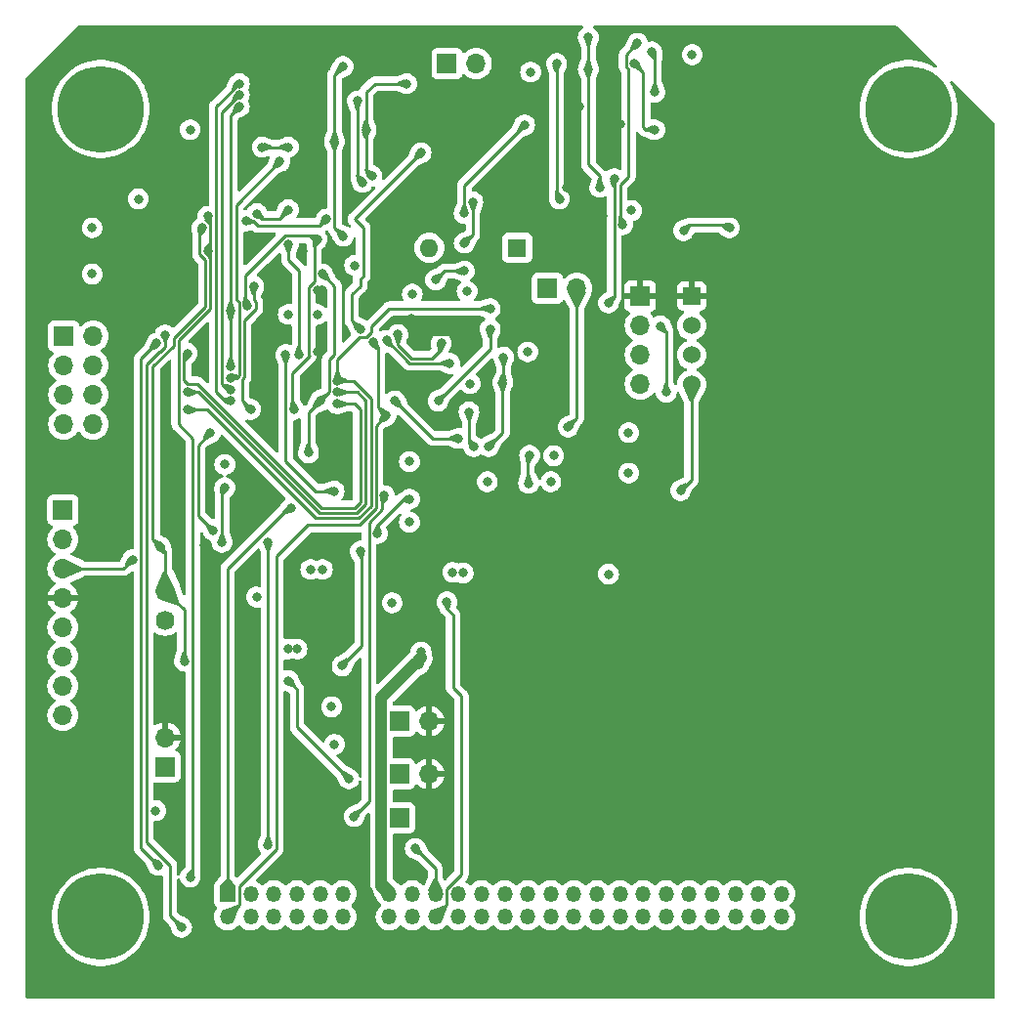
<source format=gbl>
G04 #@! TF.GenerationSoftware,KiCad,Pcbnew,7.0.2*
G04 #@! TF.CreationDate,2023-04-28T23:30:38-06:00*
G04 #@! TF.ProjectId,BIRDS-X-PCB,42495244-532d-4582-9d50-43422e6b6963,rev?*
G04 #@! TF.SameCoordinates,Original*
G04 #@! TF.FileFunction,Copper,L4,Bot*
G04 #@! TF.FilePolarity,Positive*
%FSLAX46Y46*%
G04 Gerber Fmt 4.6, Leading zero omitted, Abs format (unit mm)*
G04 Created by KiCad (PCBNEW 7.0.2) date 2023-04-28 23:30:38*
%MOMM*%
%LPD*%
G01*
G04 APERTURE LIST*
G04 #@! TA.AperFunction,ComponentPad*
%ADD10R,1.700000X1.700000*%
G04 #@! TD*
G04 #@! TA.AperFunction,ComponentPad*
%ADD11O,1.700000X1.700000*%
G04 #@! TD*
G04 #@! TA.AperFunction,ComponentPad*
%ADD12R,1.524000X1.524000*%
G04 #@! TD*
G04 #@! TA.AperFunction,ComponentPad*
%ADD13C,1.524000*%
G04 #@! TD*
G04 #@! TA.AperFunction,ComponentPad*
%ADD14R,1.600000X1.600000*%
G04 #@! TD*
G04 #@! TA.AperFunction,ComponentPad*
%ADD15O,1.600000X1.600000*%
G04 #@! TD*
G04 #@! TA.AperFunction,ComponentPad*
%ADD16C,7.500000*%
G04 #@! TD*
G04 #@! TA.AperFunction,ComponentPad*
%ADD17O,1.600000X1.700000*%
G04 #@! TD*
G04 #@! TA.AperFunction,ComponentPad*
%ADD18R,1.350000X1.350000*%
G04 #@! TD*
G04 #@! TA.AperFunction,ComponentPad*
%ADD19O,1.350000X1.350000*%
G04 #@! TD*
G04 #@! TA.AperFunction,ViaPad*
%ADD20C,0.800000*%
G04 #@! TD*
G04 #@! TA.AperFunction,Conductor*
%ADD21C,0.250000*%
G04 #@! TD*
G04 #@! TA.AperFunction,Conductor*
%ADD22C,1.000000*%
G04 #@! TD*
G04 APERTURE END LIST*
D10*
X87000000Y-53750000D03*
D11*
X89540000Y-53750000D03*
D12*
X108200000Y-73930000D03*
D13*
X108200000Y-76470000D03*
X108200000Y-79010000D03*
X108200000Y-81550000D03*
D10*
X95710000Y-73250000D03*
D11*
X98250000Y-73250000D03*
D14*
X93091000Y-69723000D03*
D15*
X85471000Y-69723000D03*
D10*
X53721000Y-92456000D03*
D11*
X53721000Y-94996000D03*
X53721000Y-97536000D03*
X53721000Y-100076000D03*
X53721000Y-102616000D03*
X53721000Y-105156000D03*
X53721000Y-107696000D03*
X53721000Y-110236000D03*
D16*
X57000000Y-127700000D03*
D10*
X82895000Y-115320000D03*
D11*
X85435000Y-115320000D03*
D10*
X62575000Y-114685000D03*
D11*
X62575000Y-112145000D03*
X62575000Y-104525000D03*
D17*
X62575000Y-101985000D03*
D11*
X62575000Y-99445000D03*
D10*
X82895000Y-119130000D03*
D11*
X85435000Y-119130000D03*
D10*
X82895000Y-110760000D03*
D11*
X85435000Y-110760000D03*
D16*
X57000000Y-57700000D03*
D10*
X103755000Y-73930000D03*
D11*
X103755000Y-76470000D03*
X103755000Y-79010000D03*
X103755000Y-81550000D03*
D16*
X127000000Y-127700000D03*
D10*
X53800000Y-77400000D03*
D11*
X56340000Y-77400000D03*
X53800000Y-79940000D03*
X56340000Y-79940000D03*
X53800000Y-82480000D03*
X56340000Y-82480000D03*
X53800000Y-85020000D03*
X56340000Y-85020000D03*
D16*
X127000000Y-57700000D03*
D18*
X68000000Y-125700000D03*
D19*
X68000000Y-127700000D03*
X70000000Y-125700000D03*
X70000000Y-127700000D03*
X72000000Y-125700000D03*
X72000000Y-127700000D03*
X74000000Y-125700000D03*
X74000000Y-127700000D03*
X76000000Y-125700000D03*
X76000000Y-127700000D03*
X78000000Y-125700000D03*
X78000000Y-127700000D03*
X80000000Y-125700000D03*
X80000000Y-127700000D03*
X82000000Y-125700000D03*
X82000000Y-127700000D03*
X84000000Y-125700000D03*
X84000000Y-127700000D03*
X86000000Y-125700000D03*
X86000000Y-127700000D03*
X88000000Y-125700000D03*
X88000000Y-127700000D03*
X90000000Y-125700000D03*
X90000000Y-127700000D03*
X92000000Y-125700000D03*
X92000000Y-127700000D03*
X94000000Y-125700000D03*
X94000000Y-127700000D03*
X96000000Y-125700000D03*
X96000000Y-127700000D03*
X98000000Y-125700000D03*
X98000000Y-127700000D03*
X100000000Y-125700000D03*
X100000000Y-127700000D03*
X102000000Y-125700000D03*
X102000000Y-127700000D03*
X104000000Y-125700000D03*
X104000000Y-127700000D03*
X106000000Y-125700000D03*
X106000000Y-127700000D03*
X108000000Y-125700000D03*
X108000000Y-127700000D03*
X110000000Y-125700000D03*
X110000000Y-127700000D03*
X112000000Y-125700000D03*
X112000000Y-127700000D03*
X114000000Y-125700000D03*
X114000000Y-127700000D03*
X116000000Y-125700000D03*
X116000000Y-127700000D03*
D20*
X102750000Y-85750000D03*
X89000000Y-81500000D03*
X61750000Y-118500000D03*
X102750000Y-89250000D03*
X88400000Y-97900000D03*
X82250000Y-100500000D03*
X90500000Y-90000000D03*
X87500000Y-97850000D03*
X77250000Y-112750000D03*
X94500000Y-64000000D03*
X75500000Y-66500000D03*
X69600000Y-103400500D03*
X85250000Y-102250000D03*
X66500000Y-100750000D03*
X86000000Y-56750000D03*
X51750000Y-100000000D03*
X75000000Y-59250000D03*
X59750000Y-76750000D03*
X90400000Y-82000000D03*
X58750000Y-81250000D03*
X88750000Y-77250000D03*
X86000000Y-84800000D03*
X75819000Y-73363000D03*
X71794000Y-91948000D03*
X97390000Y-64474500D03*
X83947000Y-75840500D03*
X83500000Y-86000000D03*
X97250000Y-67000000D03*
X102000000Y-59000000D03*
X98000000Y-54000000D03*
X74000000Y-55500000D03*
X106250000Y-64250000D03*
X82000000Y-86000000D03*
X66000000Y-80500000D03*
X74500000Y-70000000D03*
X74800000Y-81200000D03*
X102750000Y-69000000D03*
X92750000Y-77250000D03*
X70000000Y-69600000D03*
X82000000Y-97250000D03*
X70750000Y-76750000D03*
X66000000Y-95500000D03*
X98500000Y-57500000D03*
X97000000Y-69000000D03*
X71500000Y-86000000D03*
X77400000Y-88600000D03*
X65250000Y-61750000D03*
X66500000Y-51500000D03*
X76000000Y-103000000D03*
X86000000Y-60000000D03*
X66250000Y-56250000D03*
X100500000Y-67000000D03*
X85800000Y-92800000D03*
X75750000Y-78750000D03*
X77000000Y-70500000D03*
X63500000Y-90000000D03*
X84500000Y-71750000D03*
X112750000Y-53500000D03*
X67750000Y-88500000D03*
X103000000Y-66500000D03*
X96000000Y-90000000D03*
X73250000Y-75500000D03*
X79000000Y-71250000D03*
X64750000Y-59500000D03*
X75750000Y-75500000D03*
X83750000Y-93500000D03*
X88750000Y-73500000D03*
X75200000Y-97600000D03*
X84000000Y-73750000D03*
X76200000Y-97600000D03*
X70500000Y-100000000D03*
X83750000Y-88250000D03*
X94000000Y-78750000D03*
X101000000Y-98000000D03*
X77000000Y-109500000D03*
X96250000Y-87750000D03*
X88500000Y-66750000D03*
X62172500Y-95635000D03*
X78500000Y-115750000D03*
X69600000Y-67400000D03*
X76525500Y-67237701D03*
X64250500Y-105535799D03*
X65775500Y-68000000D03*
X73260760Y-107241125D03*
X93736969Y-59074500D03*
X74168000Y-78994000D03*
X73257500Y-66421000D03*
X70525500Y-66763022D03*
X66275500Y-70000000D03*
X66275500Y-67000000D03*
X64750000Y-124250000D03*
X73257500Y-69422500D03*
X75000000Y-87500000D03*
X76224500Y-72000000D03*
X73500000Y-92275500D03*
X76000000Y-83000000D03*
X90750000Y-76750000D03*
X86250000Y-83000000D03*
X84750000Y-104750000D03*
X84250000Y-105750000D03*
X61851000Y-77983500D03*
X61974951Y-123249549D03*
X64000000Y-128600000D03*
X62575500Y-77275500D03*
X71500000Y-95250000D03*
X71500000Y-121500000D03*
X84250000Y-121775500D03*
X87000000Y-100400000D03*
X74000000Y-104500000D03*
X73250000Y-104500000D03*
X69699500Y-74750000D03*
X75750000Y-69000000D03*
X73750000Y-83750000D03*
X68250000Y-80000000D03*
X68250000Y-75200000D03*
X69000000Y-57500000D03*
X64500000Y-78875500D03*
X77500000Y-83250000D03*
X72500000Y-62250000D03*
X68250000Y-81000000D03*
X88500000Y-71750000D03*
X86025500Y-72500000D03*
X64487701Y-82237701D03*
X77500000Y-82250000D03*
X103250000Y-53750000D03*
X68250000Y-82000000D03*
X69000000Y-56500000D03*
X105000000Y-59500000D03*
X90750000Y-75000000D03*
X101000000Y-74500000D03*
X101500000Y-63750000D03*
X77500000Y-81250000D03*
X64500000Y-83750000D03*
X69000000Y-55500000D03*
X105000000Y-56250000D03*
X104750000Y-52750000D03*
X68250000Y-83000000D03*
X67750000Y-90500000D03*
X59750000Y-96750000D03*
X67500000Y-95250000D03*
X73025000Y-78994000D03*
X77216000Y-90805000D03*
X80974500Y-94500000D03*
X77919106Y-105943883D03*
X83750000Y-91500000D03*
X79500000Y-96000000D03*
X71000000Y-61000000D03*
X73250000Y-61000000D03*
X80649952Y-77899952D03*
X79470492Y-76750500D03*
X84750000Y-61500000D03*
X81750000Y-84250000D03*
X91911000Y-79207000D03*
X91826000Y-81407000D03*
X82750000Y-77250000D03*
X86500000Y-78000000D03*
X90616000Y-86952000D03*
X81754399Y-77754399D03*
X94077000Y-90139000D03*
X87250000Y-79750000D03*
X94161000Y-87707000D03*
X94250000Y-54500000D03*
X70000000Y-83750000D03*
X66750000Y-94250000D03*
X66500000Y-85750000D03*
X70250000Y-73025500D03*
X56250000Y-68000000D03*
X56250000Y-72000000D03*
X60250000Y-65500000D03*
X108250000Y-53000000D03*
X99250000Y-51500000D03*
X100250000Y-64500000D03*
X99250000Y-54250000D03*
X103500000Y-52000000D03*
X102225000Y-67725000D03*
X107500000Y-68250000D03*
X111474500Y-68000000D03*
X88000000Y-86250000D03*
X82500000Y-83000000D03*
X97500000Y-85250000D03*
X78950000Y-119000000D03*
X81574500Y-91200000D03*
X83500000Y-55500000D03*
X80500000Y-63500000D03*
X80000000Y-59500000D03*
X78000000Y-68724500D03*
X78000000Y-54000000D03*
X77250000Y-60500000D03*
X89250000Y-65750000D03*
X79668363Y-64054424D03*
X88500000Y-69322500D03*
X79250000Y-57000000D03*
X105500000Y-76500000D03*
X106000000Y-82250000D03*
X88911000Y-83957000D03*
X89316000Y-86952000D03*
X107250000Y-90750000D03*
X96750000Y-65500000D03*
X96500000Y-53750000D03*
D21*
X88750000Y-77250000D02*
X85356500Y-77250000D01*
X85356500Y-77250000D02*
X83947000Y-75840500D01*
X73260760Y-107241125D02*
X74000000Y-107980365D01*
X88500000Y-64311469D02*
X93736969Y-59074500D01*
X70580305Y-67800000D02*
X75963201Y-67800000D01*
X61500000Y-80000000D02*
X61500000Y-94962500D01*
X64250500Y-105535799D02*
X64250000Y-105535299D01*
X88500000Y-66750000D02*
X88500000Y-64311469D01*
X62575000Y-99445000D02*
X62575000Y-96037500D01*
X74000000Y-107980365D02*
X74000000Y-111250000D01*
X66050000Y-70799805D02*
X66050000Y-74813604D01*
X62575000Y-96037500D02*
X62172500Y-95635000D01*
X75963201Y-67800000D02*
X76525500Y-67237701D01*
X63300000Y-78200000D02*
X61500000Y-80000000D01*
X61500000Y-94962500D02*
X62172500Y-95635000D01*
X64250000Y-101120000D02*
X62575000Y-99445000D01*
X65775500Y-68000000D02*
X65550500Y-68225000D01*
X74000000Y-111250000D02*
X78500000Y-115750000D01*
X70180305Y-67400000D02*
X70580305Y-67800000D01*
X66050000Y-74813604D02*
X63300000Y-77563604D01*
X65550500Y-68225000D02*
X65550500Y-70300305D01*
X63300000Y-77563604D02*
X63300000Y-78200000D01*
X69600000Y-67400000D02*
X70180305Y-67400000D01*
X65550500Y-70300305D02*
X66050000Y-70799805D01*
X64250000Y-105535299D02*
X64250000Y-101120000D01*
X66500000Y-70224500D02*
X66500000Y-75000000D01*
X72478500Y-67200000D02*
X73257500Y-66421000D01*
X63750000Y-85025305D02*
X64975000Y-86250305D01*
X66275500Y-70000000D02*
X66500000Y-69775500D01*
X70563022Y-66763022D02*
X71000000Y-67200000D01*
X64975000Y-86250305D02*
X64975000Y-124025000D01*
X70525500Y-66763022D02*
X70563022Y-66763022D01*
X66500000Y-75000000D02*
X63750000Y-77750000D01*
X63750000Y-77750000D02*
X63750000Y-85025305D01*
X73257500Y-69422500D02*
X73257500Y-70757500D01*
X74168000Y-71668000D02*
X74168000Y-78994000D01*
X66500000Y-69775500D02*
X66500000Y-67224500D01*
X71000000Y-67200000D02*
X72478500Y-67200000D01*
X64975000Y-124025000D02*
X64750000Y-124250000D01*
X66275500Y-70000000D02*
X66500000Y-70224500D01*
X66500000Y-67224500D02*
X66275500Y-67000000D01*
X73257500Y-70757500D02*
X74168000Y-71668000D01*
X75000000Y-87500000D02*
X75000000Y-84000000D01*
X76775000Y-79425000D02*
X76775000Y-82225000D01*
X73224500Y-92275500D02*
X68000000Y-97500000D01*
X76224500Y-72000000D02*
X77250000Y-73025500D01*
X75000000Y-84000000D02*
X76000000Y-83000000D01*
X77250000Y-73025500D02*
X77250000Y-78950000D01*
X73500000Y-92275500D02*
X73224500Y-92275500D01*
X68000000Y-97500000D02*
X68000000Y-125700000D01*
X77250000Y-78950000D02*
X76775000Y-79425000D01*
X76775000Y-82225000D02*
X76000000Y-83000000D01*
X86250000Y-83000000D02*
X90750000Y-78500000D01*
X90750000Y-78500000D02*
X90750000Y-76750000D01*
D22*
X84250000Y-105750000D02*
X84500000Y-105750000D01*
X84500000Y-105750000D02*
X84500000Y-105500000D01*
X82000000Y-125700000D02*
X81325000Y-125025000D01*
X84500000Y-105500000D02*
X84750000Y-105250000D01*
X81325000Y-108675000D02*
X84250000Y-105750000D01*
X81325000Y-125025000D02*
X81325000Y-108675000D01*
D21*
X60500000Y-121774598D02*
X61974951Y-123249549D01*
X60500000Y-79334500D02*
X60500000Y-121774598D01*
X61851000Y-77983500D02*
X60500000Y-79334500D01*
X62575500Y-78284305D02*
X62575500Y-77275500D01*
X64000000Y-128600000D02*
X63000000Y-127600000D01*
X63000000Y-127600000D02*
X63000000Y-123250000D01*
X62151305Y-78708500D02*
X62575500Y-78284305D01*
X63000000Y-123250000D02*
X60950000Y-121200000D01*
X62041500Y-78708500D02*
X62151305Y-78708500D01*
X60950000Y-79800000D02*
X62041500Y-78708500D01*
X60950000Y-121200000D02*
X60950000Y-79800000D01*
X86000000Y-123525500D02*
X86000000Y-125700000D01*
X71500000Y-95250000D02*
X71500000Y-121500000D01*
X84250000Y-121775500D02*
X86000000Y-123525500D01*
X87525000Y-101525000D02*
X87525000Y-107825805D01*
X87000000Y-125285786D02*
X87000000Y-126700000D01*
X87000000Y-100400000D02*
X87000000Y-101000000D01*
X88250000Y-124035786D02*
X87000000Y-125285786D01*
X87525000Y-107825805D02*
X88250000Y-108550805D01*
X87000000Y-126700000D02*
X86000000Y-127700000D01*
X88250000Y-108550805D02*
X88250000Y-124035786D01*
X87000000Y-101000000D02*
X87525000Y-101525000D01*
X75500000Y-69250000D02*
X75750000Y-69000000D01*
X69699500Y-74750000D02*
X69500000Y-74550500D01*
X69500000Y-72154695D02*
X72957195Y-68697500D01*
X75025000Y-79050305D02*
X75025000Y-73131695D01*
X75025000Y-73131695D02*
X75500000Y-72656695D01*
X75081000Y-79106305D02*
X75025000Y-79050305D01*
X69500000Y-74550500D02*
X69500000Y-72154695D01*
X75500000Y-72656695D02*
X75500000Y-69250000D01*
X73600000Y-80587305D02*
X75081000Y-79106305D01*
X73600000Y-83600000D02*
X73600000Y-80587305D01*
X75447500Y-68697500D02*
X75750000Y-69000000D01*
X73750000Y-83750000D02*
X73600000Y-83600000D01*
X72957195Y-68697500D02*
X75447500Y-68697500D01*
X68250000Y-58250000D02*
X69000000Y-57500000D01*
X68250000Y-75200000D02*
X68250000Y-80000000D01*
X68250000Y-75200000D02*
X68250000Y-58250000D01*
X65399097Y-81512701D02*
X76136396Y-92250000D01*
X79500000Y-91750000D02*
X79500000Y-83750000D01*
X76136396Y-92250000D02*
X79000000Y-92250000D01*
X64512701Y-81512701D02*
X65399097Y-81512701D01*
X79000000Y-83250000D02*
X77500000Y-83250000D01*
X64200000Y-81200000D02*
X64512701Y-81512701D01*
X64500000Y-78875500D02*
X64200000Y-79175500D01*
X64200000Y-79175500D02*
X64200000Y-81200000D01*
X79000000Y-92250000D02*
X79500000Y-91750000D01*
X79500000Y-83750000D02*
X79000000Y-83250000D01*
X68750000Y-66000000D02*
X68750000Y-74224695D01*
X68750000Y-81000000D02*
X68250000Y-81000000D01*
X68975000Y-80775000D02*
X68750000Y-81000000D01*
X72500000Y-62250000D02*
X68750000Y-66000000D01*
X68975000Y-74449695D02*
X68975000Y-80775000D01*
X68750000Y-74224695D02*
X68975000Y-74449695D01*
X86775500Y-71750000D02*
X88500000Y-71750000D01*
X64487701Y-82237701D02*
X65487701Y-82237701D01*
X79186396Y-92700000D02*
X79950000Y-91936396D01*
X86025500Y-72500000D02*
X86775500Y-71750000D01*
X79250000Y-82250000D02*
X77500000Y-82250000D01*
X65487701Y-82237701D02*
X75950000Y-92700000D01*
X79950000Y-82950000D02*
X79250000Y-82250000D01*
X79950000Y-91936396D02*
X79950000Y-82950000D01*
X75950000Y-92700000D02*
X79186396Y-92700000D01*
X68974695Y-56500000D02*
X67500000Y-57974695D01*
X104000000Y-54500000D02*
X103250000Y-53750000D01*
X104250000Y-59500000D02*
X104000000Y-59250000D01*
X69000000Y-56500000D02*
X68974695Y-56500000D01*
X67500000Y-57974695D02*
X67500000Y-81500000D01*
X68000000Y-82000000D02*
X68250000Y-82000000D01*
X104000000Y-59250000D02*
X104000000Y-54500000D01*
X67500000Y-81500000D02*
X68000000Y-82000000D01*
X105000000Y-59500000D02*
X104250000Y-59500000D01*
X64500000Y-83750000D02*
X66250000Y-83750000D01*
X75650000Y-93150000D02*
X79372792Y-93150000D01*
X101500000Y-63750000D02*
X101500000Y-74000000D01*
X79372792Y-93150000D02*
X80400000Y-92122792D01*
X66250000Y-83750000D02*
X75650000Y-93150000D01*
X80475000Y-77050305D02*
X80050305Y-77475000D01*
X78886396Y-81250000D02*
X77500000Y-81250000D01*
X79400000Y-77475000D02*
X77500000Y-79375000D01*
X82000000Y-75000000D02*
X80475000Y-76525000D01*
X80400000Y-82763604D02*
X78886396Y-81250000D01*
X77500000Y-79375000D02*
X77500000Y-81250000D01*
X80475000Y-76525000D02*
X80475000Y-77050305D01*
X80050305Y-77475000D02*
X79400000Y-77475000D01*
X101500000Y-74000000D02*
X101000000Y-74500000D01*
X90750000Y-75000000D02*
X82000000Y-75000000D01*
X80400000Y-92122792D02*
X80400000Y-82763604D01*
X68974695Y-55500000D02*
X67000000Y-57474695D01*
X67000000Y-82250000D02*
X67750000Y-83000000D01*
X105000000Y-56250000D02*
X105000000Y-53000000D01*
X67750000Y-83000000D02*
X68250000Y-83000000D01*
X105000000Y-53000000D02*
X104750000Y-52750000D01*
X67000000Y-57474695D02*
X67000000Y-82250000D01*
X69000000Y-55500000D02*
X68974695Y-55500000D01*
X53721000Y-97536000D02*
X58964000Y-97536000D01*
X58964000Y-97536000D02*
X59750000Y-96750000D01*
X67500000Y-95250000D02*
X67500000Y-90750000D01*
X67500000Y-90750000D02*
X67750000Y-90500000D01*
X73025000Y-78994000D02*
X73025000Y-88225000D01*
X73025000Y-88225000D02*
X75605000Y-90805000D01*
X75605000Y-90805000D02*
X77216000Y-90805000D01*
X79600000Y-96100000D02*
X79600000Y-104200000D01*
X83250000Y-91500000D02*
X83750000Y-91500000D01*
X79600000Y-104200000D02*
X77919106Y-105880894D01*
X79500000Y-96000000D02*
X79600000Y-96100000D01*
X80974500Y-94500000D02*
X80974500Y-93775500D01*
X80974500Y-93775500D02*
X83250000Y-91500000D01*
X77919106Y-105880894D02*
X77919106Y-105943883D01*
X72225000Y-96475000D02*
X74950000Y-93750000D01*
X79470492Y-76750500D02*
X78750000Y-76030008D01*
X79475000Y-72449695D02*
X79750500Y-72174195D01*
X68000000Y-127700000D02*
X69000000Y-126700000D01*
X79409188Y-93750000D02*
X80850000Y-92309188D01*
X81029399Y-83529399D02*
X81750000Y-84250000D01*
X69000000Y-126700000D02*
X69000000Y-125025305D01*
X80649952Y-77899952D02*
X81029399Y-78279399D01*
X81029399Y-78279399D02*
X81029399Y-83529399D01*
X69000000Y-125025305D02*
X72225000Y-121800305D01*
X79750500Y-72174195D02*
X79750500Y-68000500D01*
X78750000Y-76030008D02*
X78750000Y-73775305D01*
X74950000Y-93750000D02*
X79409188Y-93750000D01*
X80850000Y-92309188D02*
X80850000Y-85150000D01*
X72225000Y-121800305D02*
X72225000Y-96475000D01*
X71000000Y-61000000D02*
X73250000Y-61000000D01*
X78750000Y-73775305D02*
X79475000Y-73050305D01*
X79475000Y-73050305D02*
X79475000Y-72449695D01*
X80850000Y-85150000D02*
X81750000Y-84250000D01*
X79000000Y-67250000D02*
X84750000Y-61500000D01*
X79750500Y-68000500D02*
X79000000Y-67250000D01*
X90616000Y-86952000D02*
X91826000Y-85742000D01*
X91911000Y-79207000D02*
X91911000Y-81322000D01*
X91826000Y-85742000D02*
X91826000Y-81407000D01*
X85700000Y-79300000D02*
X86500000Y-78500000D01*
X91911000Y-81322000D02*
X91826000Y-81407000D01*
X82750000Y-77250000D02*
X82750000Y-78113604D01*
X82750000Y-78113604D02*
X83936396Y-79300000D01*
X83936396Y-79300000D02*
X85700000Y-79300000D01*
X86500000Y-78500000D02*
X86500000Y-78000000D01*
X93997000Y-87786500D02*
X93997000Y-90059000D01*
X81754399Y-77754399D02*
X83750000Y-79750000D01*
X93997000Y-90059000D02*
X94077000Y-90139000D01*
X83750000Y-79750000D02*
X87250000Y-79750000D01*
X65425000Y-86825000D02*
X66500000Y-85750000D01*
X70424500Y-74449695D02*
X70424500Y-75050305D01*
X69425000Y-80961396D02*
X69250000Y-81136396D01*
X69250000Y-83000000D02*
X70000000Y-83750000D01*
X69425000Y-76049805D02*
X69425000Y-80961396D01*
X66750000Y-94250000D02*
X65425000Y-92925000D01*
X70250000Y-73025500D02*
X70250000Y-74275195D01*
X70424500Y-75050305D02*
X69425000Y-76049805D01*
X69250000Y-81136396D02*
X69250000Y-83000000D01*
X70250000Y-74275195D02*
X70424500Y-74449695D01*
X65425000Y-92925000D02*
X65425000Y-86825000D01*
X99250000Y-54250000D02*
X99250000Y-51500000D01*
X100250000Y-64500000D02*
X100250000Y-63500000D01*
X99250000Y-62500000D02*
X99250000Y-54250000D01*
X100250000Y-63500000D02*
X99250000Y-62500000D01*
X102000000Y-64275305D02*
X102000000Y-67500000D01*
X102725000Y-63550305D02*
X102000000Y-64275305D01*
X102525000Y-52975000D02*
X102525000Y-54050305D01*
X102725000Y-54250305D02*
X102725000Y-63550305D01*
X102000000Y-67500000D02*
X102225000Y-67725000D01*
X102525000Y-54050305D02*
X102725000Y-54250305D01*
X103500000Y-52000000D02*
X102525000Y-52975000D01*
X111474500Y-68000000D02*
X111224500Y-67750000D01*
X111224500Y-67750000D02*
X108000000Y-67750000D01*
X108000000Y-67750000D02*
X107500000Y-68250000D01*
X88000000Y-86250000D02*
X85750000Y-86250000D01*
X85750000Y-86250000D02*
X82500000Y-83000000D01*
X98250000Y-84500000D02*
X97500000Y-85250000D01*
X98250000Y-73250000D02*
X98250000Y-84500000D01*
X81574500Y-91200000D02*
X81400000Y-91374500D01*
X80250000Y-93550000D02*
X80250000Y-117700000D01*
X80250000Y-117700000D02*
X78950000Y-119000000D01*
X81400000Y-91374500D02*
X81400000Y-92400000D01*
X81400000Y-92400000D02*
X80250000Y-93550000D01*
X80750000Y-55500000D02*
X83500000Y-55500000D01*
X80000000Y-59500000D02*
X80000000Y-63000000D01*
X80000000Y-63000000D02*
X80500000Y-63500000D01*
X80000000Y-56250000D02*
X80750000Y-55500000D01*
X80000000Y-59500000D02*
X80000000Y-56250000D01*
X77250000Y-60500000D02*
X77250000Y-54750000D01*
X77250000Y-54750000D02*
X78000000Y-54000000D01*
X77250000Y-67974500D02*
X77250000Y-60500000D01*
X78000000Y-68724500D02*
X77250000Y-67974500D01*
X88500000Y-69322500D02*
X89250000Y-68572500D01*
X89250000Y-68572500D02*
X89250000Y-65750000D01*
X79250000Y-63636061D02*
X79668363Y-64054424D01*
X79250000Y-57000000D02*
X79250000Y-63636061D01*
X106000000Y-77000000D02*
X105500000Y-76500000D01*
X88911000Y-83957000D02*
X88911000Y-86547000D01*
X106000000Y-82250000D02*
X106000000Y-77000000D01*
X88911000Y-86547000D02*
X89316000Y-86952000D01*
X108200000Y-89800000D02*
X108200000Y-81550000D01*
X107250000Y-90750000D02*
X108200000Y-89800000D01*
X96500000Y-53750000D02*
X96500000Y-65250000D01*
X96500000Y-65250000D02*
X96750000Y-65500000D01*
G04 #@! TA.AperFunction,Conductor*
G36*
X70692668Y-95794434D02*
G01*
X70748601Y-95836306D01*
X70765322Y-95866768D01*
X70861141Y-96120243D01*
X70866489Y-96134390D01*
X70874500Y-96178236D01*
X70874500Y-99005857D01*
X70854815Y-99072896D01*
X70802011Y-99118651D01*
X70732853Y-99128595D01*
X70724719Y-99127147D01*
X70594648Y-99099500D01*
X70594646Y-99099500D01*
X70405354Y-99099500D01*
X70405352Y-99099500D01*
X70220197Y-99138855D01*
X70047269Y-99215848D01*
X69894129Y-99327110D01*
X69767466Y-99467783D01*
X69672820Y-99631715D01*
X69614326Y-99811742D01*
X69594540Y-100000000D01*
X69614326Y-100188257D01*
X69672820Y-100368284D01*
X69767466Y-100532216D01*
X69894129Y-100672889D01*
X70047269Y-100784151D01*
X70220197Y-100861144D01*
X70405352Y-100900500D01*
X70405354Y-100900500D01*
X70594648Y-100900500D01*
X70724719Y-100872853D01*
X70794387Y-100878169D01*
X70850120Y-100920306D01*
X70874225Y-100985886D01*
X70874500Y-100994143D01*
X70874500Y-120571761D01*
X70866489Y-120615607D01*
X70662104Y-121156278D01*
X70662093Y-121156307D01*
X70661605Y-121157600D01*
X70661176Y-121158908D01*
X70661166Y-121158939D01*
X70647417Y-121200949D01*
X70646979Y-121204345D01*
X70641933Y-121226776D01*
X70614326Y-121311743D01*
X70594540Y-121500000D01*
X70614326Y-121688257D01*
X70672820Y-121868284D01*
X70767466Y-122032216D01*
X70850308Y-122124221D01*
X70880538Y-122187212D01*
X70871913Y-122256548D01*
X70845839Y-122294874D01*
X68880273Y-124260439D01*
X68818950Y-124293924D01*
X68749258Y-124288940D01*
X68696463Y-124251085D01*
X68653371Y-124198199D01*
X68626284Y-124133793D01*
X68625500Y-124119872D01*
X68625500Y-97810451D01*
X68645185Y-97743412D01*
X68661814Y-97722775D01*
X70561655Y-95822933D01*
X70622976Y-95789450D01*
X70692668Y-95794434D01*
G37*
G04 #@! TD.AperFunction*
G04 #@! TA.AperFunction,Conductor*
G36*
X63543834Y-103007867D02*
G01*
X63599767Y-103049739D01*
X63624184Y-103115203D01*
X63624500Y-103124049D01*
X63624499Y-104607836D01*
X63616516Y-104651610D01*
X63412479Y-105192386D01*
X63411984Y-105193699D01*
X63411551Y-105195025D01*
X63397859Y-105236928D01*
X63397431Y-105240261D01*
X63392377Y-105262747D01*
X63364826Y-105347539D01*
X63345040Y-105535799D01*
X63364826Y-105724056D01*
X63423320Y-105904083D01*
X63517966Y-106068015D01*
X63644629Y-106208688D01*
X63797769Y-106319950D01*
X63970697Y-106396943D01*
X64155852Y-106436299D01*
X64225500Y-106436299D01*
X64292539Y-106455984D01*
X64338294Y-106508788D01*
X64349500Y-106560299D01*
X64349500Y-123286704D01*
X64329815Y-123353743D01*
X64318922Y-123368241D01*
X64093484Y-123626541D01*
X64092045Y-123628282D01*
X64067444Y-123658646D01*
X64055212Y-123675862D01*
X64017466Y-123717784D01*
X63922820Y-123881715D01*
X63867430Y-124052191D01*
X63827993Y-124109867D01*
X63763634Y-124137065D01*
X63694788Y-124125150D01*
X63643312Y-124077906D01*
X63625499Y-124013873D01*
X63625499Y-123332750D01*
X63627764Y-123312240D01*
X63626597Y-123275111D01*
X63625561Y-123242125D01*
X63625500Y-123238231D01*
X63625500Y-123214540D01*
X63625500Y-123210650D01*
X63624998Y-123206677D01*
X63624080Y-123195018D01*
X63622709Y-123151373D01*
X63617120Y-123132140D01*
X63613174Y-123113082D01*
X63610664Y-123093206D01*
X63594588Y-123052604D01*
X63590804Y-123041553D01*
X63584881Y-123021168D01*
X63578618Y-122999610D01*
X63568414Y-122982355D01*
X63559861Y-122964895D01*
X63552486Y-122946269D01*
X63552486Y-122946268D01*
X63526808Y-122910925D01*
X63520401Y-122901171D01*
X63498169Y-122863579D01*
X63484006Y-122849416D01*
X63471367Y-122834617D01*
X63459595Y-122818413D01*
X63425941Y-122790573D01*
X63417299Y-122782709D01*
X61611819Y-120977228D01*
X61578334Y-120915905D01*
X61575500Y-120889547D01*
X61575500Y-119524500D01*
X61595185Y-119457461D01*
X61647989Y-119411706D01*
X61699500Y-119400500D01*
X61844648Y-119400500D01*
X61968084Y-119374262D01*
X62029803Y-119361144D01*
X62202730Y-119284151D01*
X62202729Y-119284150D01*
X62355870Y-119172889D01*
X62482533Y-119032216D01*
X62577179Y-118868284D01*
X62620440Y-118735141D01*
X62635674Y-118688256D01*
X62655460Y-118500000D01*
X62635674Y-118311744D01*
X62604515Y-118215848D01*
X62577179Y-118131715D01*
X62482533Y-117967783D01*
X62355870Y-117827110D01*
X62202730Y-117715848D01*
X62029802Y-117638855D01*
X61844648Y-117599500D01*
X61844646Y-117599500D01*
X61699500Y-117599500D01*
X61632461Y-117579815D01*
X61586706Y-117527011D01*
X61575500Y-117475500D01*
X61575500Y-116159499D01*
X61595185Y-116092460D01*
X61647989Y-116046705D01*
X61699495Y-116035499D01*
X63472872Y-116035499D01*
X63532483Y-116029091D01*
X63667331Y-115978796D01*
X63782546Y-115892546D01*
X63868796Y-115777331D01*
X63919091Y-115642483D01*
X63925500Y-115582873D01*
X63925499Y-113787128D01*
X63919091Y-113727517D01*
X63868796Y-113592669D01*
X63782546Y-113477454D01*
X63667331Y-113391204D01*
X63535399Y-113341996D01*
X63479467Y-113300125D01*
X63455050Y-113234661D01*
X63469902Y-113166388D01*
X63491053Y-113138133D01*
X63613109Y-113016077D01*
X63748600Y-112822576D01*
X63848430Y-112608492D01*
X63905636Y-112395000D01*
X63008686Y-112395000D01*
X63034493Y-112354844D01*
X63075000Y-112216889D01*
X63075000Y-112073111D01*
X63034493Y-111935156D01*
X63008686Y-111895000D01*
X63905636Y-111895000D01*
X63905635Y-111894999D01*
X63848430Y-111681507D01*
X63748599Y-111467421D01*
X63613109Y-111273921D01*
X63446081Y-111106893D01*
X63252576Y-110971399D01*
X63038492Y-110871569D01*
X62825000Y-110814364D01*
X62825000Y-111709498D01*
X62717315Y-111660320D01*
X62610763Y-111645000D01*
X62539237Y-111645000D01*
X62432685Y-111660320D01*
X62325000Y-111709498D01*
X62325000Y-110814364D01*
X62324999Y-110814364D01*
X62111507Y-110871569D01*
X61897420Y-110971400D01*
X61770622Y-111060185D01*
X61704416Y-111082512D01*
X61636648Y-111065501D01*
X61588836Y-111014553D01*
X61575499Y-110958613D01*
X61575499Y-103160958D01*
X61595183Y-103093923D01*
X61647987Y-103048168D01*
X61717145Y-103038224D01*
X61770621Y-103059387D01*
X61922264Y-103165567D01*
X61922265Y-103165567D01*
X61922266Y-103165568D01*
X62128504Y-103261739D01*
X62348308Y-103320635D01*
X62575000Y-103340468D01*
X62801692Y-103320635D01*
X63021496Y-103261739D01*
X63227734Y-103165568D01*
X63330055Y-103093923D01*
X63423026Y-103028825D01*
X63424023Y-103030249D01*
X63474142Y-103002883D01*
X63543834Y-103007867D01*
G37*
G04 #@! TD.AperFunction*
G04 #@! TA.AperFunction,Conductor*
G36*
X79564232Y-94390632D02*
G01*
X79611622Y-94441973D01*
X79624500Y-94497000D01*
X79624500Y-94975500D01*
X79604815Y-95042539D01*
X79552011Y-95088294D01*
X79500500Y-95099500D01*
X79405352Y-95099500D01*
X79220197Y-95138855D01*
X79047269Y-95215848D01*
X78894129Y-95327110D01*
X78767466Y-95467783D01*
X78672820Y-95631715D01*
X78614326Y-95811742D01*
X78594540Y-96000000D01*
X78614326Y-96188257D01*
X78672821Y-96368284D01*
X78684853Y-96389124D01*
X78693530Y-96407478D01*
X78693700Y-96407929D01*
X78959174Y-96891053D01*
X78974500Y-96950768D01*
X78974500Y-103889546D01*
X78954815Y-103956585D01*
X78938181Y-103977227D01*
X78084149Y-104831258D01*
X78053909Y-104853470D01*
X77541333Y-105121390D01*
X77539656Y-105122317D01*
X77504788Y-105141950D01*
X77504321Y-105141121D01*
X77494201Y-105147342D01*
X77466373Y-105159732D01*
X77313235Y-105270993D01*
X77186572Y-105411666D01*
X77091926Y-105575598D01*
X77033432Y-105755625D01*
X77013646Y-105943882D01*
X77033432Y-106132140D01*
X77091926Y-106312167D01*
X77186572Y-106476099D01*
X77313235Y-106616772D01*
X77466375Y-106728034D01*
X77639303Y-106805027D01*
X77824458Y-106844383D01*
X77824460Y-106844383D01*
X78013754Y-106844383D01*
X78137189Y-106818145D01*
X78198909Y-106805027D01*
X78371836Y-106728034D01*
X78463056Y-106661759D01*
X78524976Y-106616772D01*
X78530216Y-106610953D01*
X78651639Y-106476099D01*
X78746285Y-106312167D01*
X78752645Y-106292589D01*
X78761922Y-106271157D01*
X78766003Y-106263738D01*
X78964894Y-105735321D01*
X78993261Y-105691327D01*
X79412820Y-105271769D01*
X79474142Y-105238285D01*
X79543834Y-105243269D01*
X79599767Y-105285141D01*
X79624184Y-105350605D01*
X79624500Y-105359451D01*
X79624500Y-115513870D01*
X79604815Y-115580909D01*
X79552011Y-115626664D01*
X79482853Y-115636608D01*
X79419297Y-115607583D01*
X79382569Y-115552188D01*
X79327179Y-115381715D01*
X79232533Y-115217783D01*
X79105870Y-115077110D01*
X78952732Y-114965849D01*
X78887243Y-114936692D01*
X78871106Y-114928026D01*
X78850719Y-114915051D01*
X78322598Y-114676680D01*
X78285930Y-114651340D01*
X77457019Y-113822429D01*
X77423534Y-113761106D01*
X77428518Y-113691414D01*
X77470390Y-113635481D01*
X77518920Y-113613458D01*
X77527439Y-113611646D01*
X77529803Y-113611144D01*
X77702730Y-113534151D01*
X77855871Y-113422888D01*
X77982533Y-113282216D01*
X78077179Y-113118284D01*
X78135674Y-112938256D01*
X78155460Y-112750000D01*
X78135674Y-112561744D01*
X78105332Y-112468363D01*
X78077179Y-112381715D01*
X77982533Y-112217783D01*
X77855870Y-112077110D01*
X77702730Y-111965848D01*
X77529802Y-111888855D01*
X77344648Y-111849500D01*
X77344646Y-111849500D01*
X77155354Y-111849500D01*
X77155352Y-111849500D01*
X76970197Y-111888855D01*
X76797269Y-111965848D01*
X76644129Y-112077110D01*
X76517466Y-112217783D01*
X76422821Y-112381714D01*
X76385657Y-112496092D01*
X76346219Y-112553767D01*
X76281860Y-112580965D01*
X76213014Y-112569050D01*
X76180045Y-112545454D01*
X74661819Y-111027227D01*
X74628334Y-110965904D01*
X74625500Y-110939546D01*
X74625500Y-109500000D01*
X76094540Y-109500000D01*
X76114326Y-109688257D01*
X76172820Y-109868284D01*
X76267466Y-110032216D01*
X76394129Y-110172889D01*
X76547269Y-110284151D01*
X76720197Y-110361144D01*
X76905352Y-110400500D01*
X76905354Y-110400500D01*
X77094648Y-110400500D01*
X77218084Y-110374262D01*
X77279803Y-110361144D01*
X77452730Y-110284151D01*
X77485971Y-110260000D01*
X77605870Y-110172889D01*
X77732533Y-110032216D01*
X77827179Y-109868284D01*
X77848548Y-109802517D01*
X77885674Y-109688256D01*
X77905460Y-109500000D01*
X77885674Y-109311744D01*
X77827179Y-109131716D01*
X77827179Y-109131715D01*
X77732533Y-108967783D01*
X77605870Y-108827110D01*
X77452730Y-108715848D01*
X77279802Y-108638855D01*
X77094648Y-108599500D01*
X77094646Y-108599500D01*
X76905354Y-108599500D01*
X76905352Y-108599500D01*
X76720197Y-108638855D01*
X76547269Y-108715848D01*
X76394129Y-108827110D01*
X76267466Y-108967783D01*
X76172820Y-109131715D01*
X76114326Y-109311742D01*
X76094540Y-109500000D01*
X74625500Y-109500000D01*
X74625500Y-108063104D01*
X74627763Y-108042603D01*
X74627324Y-108028642D01*
X74625561Y-107972509D01*
X74625500Y-107968615D01*
X74625500Y-107944909D01*
X74625500Y-107944908D01*
X74625500Y-107941015D01*
X74624998Y-107937046D01*
X74624080Y-107925389D01*
X74624050Y-107924431D01*
X74622709Y-107881738D01*
X74617120Y-107862505D01*
X74613174Y-107843447D01*
X74610664Y-107823573D01*
X74594588Y-107782971D01*
X74590804Y-107771917D01*
X74578619Y-107729978D01*
X74578618Y-107729977D01*
X74578618Y-107729975D01*
X74568417Y-107712726D01*
X74559860Y-107695260D01*
X74552486Y-107676633D01*
X74526813Y-107641297D01*
X74520402Y-107631537D01*
X74498169Y-107593943D01*
X74484006Y-107579780D01*
X74471369Y-107564985D01*
X74459595Y-107548779D01*
X74451050Y-107541710D01*
X74425935Y-107520933D01*
X74417305Y-107513079D01*
X74359416Y-107455190D01*
X74334076Y-107418521D01*
X74096294Y-106891704D01*
X74095708Y-106890405D01*
X74094324Y-106887674D01*
X74088848Y-106874416D01*
X74087939Y-106872841D01*
X74080329Y-106859660D01*
X74077127Y-106853747D01*
X74073820Y-106847222D01*
X74068962Y-106839973D01*
X73993293Y-106708909D01*
X73993292Y-106708907D01*
X73866630Y-106568235D01*
X73713490Y-106456973D01*
X73540562Y-106379980D01*
X73355408Y-106340625D01*
X73355406Y-106340625D01*
X73166114Y-106340625D01*
X73108784Y-106352810D01*
X73000280Y-106375873D01*
X72930613Y-106370556D01*
X72874880Y-106328418D01*
X72850775Y-106262838D01*
X72850500Y-106254582D01*
X72850500Y-105488829D01*
X72870185Y-105421790D01*
X72922989Y-105376035D01*
X72992147Y-105366091D01*
X73000281Y-105367539D01*
X73155352Y-105400500D01*
X73155354Y-105400500D01*
X73344648Y-105400500D01*
X73529800Y-105361145D01*
X73529801Y-105361144D01*
X73529803Y-105361144D01*
X73574563Y-105341214D01*
X73643813Y-105331929D01*
X73675435Y-105341214D01*
X73708182Y-105355794D01*
X73720199Y-105361145D01*
X73905352Y-105400500D01*
X73905354Y-105400500D01*
X74094648Y-105400500D01*
X74218083Y-105374262D01*
X74279803Y-105361144D01*
X74452730Y-105284151D01*
X74497339Y-105251741D01*
X74605870Y-105172889D01*
X74732533Y-105032216D01*
X74827179Y-104868284D01*
X74834848Y-104844680D01*
X74885674Y-104688256D01*
X74905460Y-104500000D01*
X74885674Y-104311744D01*
X74827179Y-104131716D01*
X74827179Y-104131715D01*
X74732533Y-103967783D01*
X74605870Y-103827110D01*
X74452730Y-103715848D01*
X74279802Y-103638855D01*
X74094648Y-103599500D01*
X74094646Y-103599500D01*
X73905354Y-103599500D01*
X73905352Y-103599500D01*
X73720196Y-103638855D01*
X73675433Y-103658785D01*
X73606183Y-103668069D01*
X73574563Y-103658784D01*
X73529802Y-103638855D01*
X73344648Y-103599500D01*
X73344646Y-103599500D01*
X73155354Y-103599500D01*
X73097555Y-103611785D01*
X73000280Y-103632461D01*
X72930613Y-103627144D01*
X72874880Y-103585006D01*
X72850775Y-103519426D01*
X72850500Y-103511170D01*
X72850500Y-97600000D01*
X74294540Y-97600000D01*
X74314326Y-97788257D01*
X74372820Y-97968284D01*
X74467466Y-98132216D01*
X74594129Y-98272889D01*
X74747269Y-98384151D01*
X74920197Y-98461144D01*
X75105352Y-98500500D01*
X75105354Y-98500500D01*
X75294648Y-98500500D01*
X75418083Y-98474262D01*
X75479803Y-98461144D01*
X75649565Y-98385559D01*
X75718813Y-98376275D01*
X75750431Y-98385558D01*
X75920197Y-98461144D01*
X76105352Y-98500500D01*
X76105354Y-98500500D01*
X76294648Y-98500500D01*
X76418084Y-98474262D01*
X76479803Y-98461144D01*
X76652730Y-98384151D01*
X76805871Y-98272888D01*
X76932533Y-98132216D01*
X77027179Y-97968284D01*
X77085674Y-97788256D01*
X77105460Y-97600000D01*
X77085674Y-97411744D01*
X77027179Y-97231716D01*
X77027179Y-97231715D01*
X76932533Y-97067783D01*
X76805870Y-96927110D01*
X76652730Y-96815848D01*
X76479802Y-96738855D01*
X76294648Y-96699500D01*
X76294646Y-96699500D01*
X76105354Y-96699500D01*
X76105352Y-96699500D01*
X75920199Y-96738854D01*
X75750435Y-96814439D01*
X75681185Y-96823723D01*
X75649565Y-96814439D01*
X75479800Y-96738854D01*
X75294648Y-96699500D01*
X75294646Y-96699500D01*
X75105354Y-96699500D01*
X75105352Y-96699500D01*
X74920197Y-96738855D01*
X74747269Y-96815848D01*
X74594129Y-96927110D01*
X74467466Y-97067783D01*
X74372820Y-97231715D01*
X74314326Y-97411742D01*
X74294540Y-97600000D01*
X72850500Y-97600000D01*
X72850500Y-96785452D01*
X72870185Y-96718413D01*
X72886819Y-96697771D01*
X75172772Y-94411819D01*
X75234095Y-94378334D01*
X75260453Y-94375500D01*
X79326444Y-94375500D01*
X79346950Y-94377764D01*
X79349853Y-94377672D01*
X79349855Y-94377673D01*
X79417060Y-94375561D01*
X79420956Y-94375500D01*
X79444636Y-94375500D01*
X79448538Y-94375500D01*
X79452501Y-94374999D01*
X79464151Y-94374080D01*
X79496608Y-94373061D01*
X79564232Y-94390632D01*
G37*
G04 #@! TD.AperFunction*
G04 #@! TA.AperFunction,Conductor*
G36*
X63043832Y-79443270D02*
G01*
X63099766Y-79485142D01*
X63124183Y-79550606D01*
X63124499Y-79559452D01*
X63124500Y-84942561D01*
X63122235Y-84963071D01*
X63124439Y-85033177D01*
X63124500Y-85037072D01*
X63124500Y-85064655D01*
X63124988Y-85068524D01*
X63124989Y-85068530D01*
X63125004Y-85068648D01*
X63125918Y-85080272D01*
X63127290Y-85123931D01*
X63132879Y-85143165D01*
X63136825Y-85162221D01*
X63139335Y-85182097D01*
X63155414Y-85222709D01*
X63159197Y-85233756D01*
X63171382Y-85275696D01*
X63181580Y-85292940D01*
X63190136Y-85310405D01*
X63197514Y-85329037D01*
X63197515Y-85329038D01*
X63223180Y-85364364D01*
X63229593Y-85374127D01*
X63251826Y-85411721D01*
X63251829Y-85411724D01*
X63251830Y-85411725D01*
X63265995Y-85425890D01*
X63278627Y-85440680D01*
X63290406Y-85456892D01*
X63324058Y-85484731D01*
X63332699Y-85492594D01*
X64313181Y-86473076D01*
X64346666Y-86534399D01*
X64349500Y-86560757D01*
X64349500Y-99683825D01*
X64329815Y-99750864D01*
X64277011Y-99796619D01*
X64207853Y-99806563D01*
X64144297Y-99777538D01*
X64108500Y-99724899D01*
X63929791Y-99215849D01*
X63855101Y-99003095D01*
X63852328Y-98994121D01*
X63848902Y-98981335D01*
X63845606Y-98974267D01*
X63841538Y-98964463D01*
X63841350Y-98963926D01*
X63836708Y-98951248D01*
X63836483Y-98950658D01*
X63818623Y-98911872D01*
X63812982Y-98897248D01*
X63810614Y-98889724D01*
X63212725Y-97644937D01*
X63200500Y-97591250D01*
X63200500Y-96308966D01*
X63200973Y-96302257D01*
X63200690Y-96297142D01*
X63200500Y-96290278D01*
X63200500Y-96120243D01*
X63202764Y-96099739D01*
X63200561Y-96029626D01*
X63200500Y-96025731D01*
X63200500Y-96002040D01*
X63200500Y-95998150D01*
X63199998Y-95994177D01*
X63199080Y-95982518D01*
X63198556Y-95965848D01*
X63197709Y-95938873D01*
X63192120Y-95919640D01*
X63188174Y-95900582D01*
X63185664Y-95880706D01*
X63169588Y-95840104D01*
X63165804Y-95829053D01*
X63160774Y-95811742D01*
X63153618Y-95787110D01*
X63143419Y-95769865D01*
X63134862Y-95752396D01*
X63127486Y-95733768D01*
X63116795Y-95719052D01*
X63095542Y-95670587D01*
X63067648Y-95531715D01*
X63065902Y-95520279D01*
X63058174Y-95446744D01*
X63037178Y-95382125D01*
X63034864Y-95374084D01*
X63028617Y-95349228D01*
X63027966Y-95347080D01*
X63020148Y-95328377D01*
X63016632Y-95318896D01*
X62999679Y-95266716D01*
X62945508Y-95172889D01*
X62905033Y-95102783D01*
X62778370Y-94962110D01*
X62625232Y-94850849D01*
X62559743Y-94821692D01*
X62543606Y-94813026D01*
X62523219Y-94800051D01*
X62198487Y-94653481D01*
X62145482Y-94607959D01*
X62125501Y-94541008D01*
X62125500Y-94540460D01*
X62125500Y-80310452D01*
X62145185Y-80243413D01*
X62161819Y-80222771D01*
X62506201Y-79878389D01*
X62912820Y-79471769D01*
X62974141Y-79438286D01*
X63043832Y-79443270D01*
G37*
G04 #@! TD.AperFunction*
G04 #@! TA.AperFunction,Conductor*
G36*
X70100299Y-68223086D02*
G01*
X70148750Y-68253036D01*
X70165834Y-68270120D01*
X70169014Y-68272587D01*
X70177876Y-68280155D01*
X70203483Y-68304202D01*
X70209723Y-68310062D01*
X70227275Y-68319711D01*
X70243543Y-68330397D01*
X70259369Y-68342673D01*
X70299451Y-68360017D01*
X70309938Y-68365155D01*
X70348212Y-68386197D01*
X70356715Y-68388379D01*
X70367613Y-68391178D01*
X70386018Y-68397478D01*
X70404409Y-68405437D01*
X70447555Y-68412270D01*
X70458973Y-68414635D01*
X70501286Y-68425500D01*
X70521321Y-68425500D01*
X70540720Y-68427027D01*
X70560501Y-68430160D01*
X70603979Y-68426050D01*
X70615649Y-68425500D01*
X72045243Y-68425500D01*
X72112282Y-68445185D01*
X72158037Y-68497989D01*
X72167981Y-68567147D01*
X72138956Y-68630703D01*
X72132924Y-68637181D01*
X69587181Y-71182923D01*
X69525858Y-71216408D01*
X69456166Y-71211424D01*
X69400233Y-71169552D01*
X69375816Y-71104088D01*
X69375500Y-71095242D01*
X69375500Y-68424500D01*
X69395185Y-68357461D01*
X69447989Y-68311706D01*
X69499500Y-68300500D01*
X69694648Y-68300500D01*
X69790334Y-68280161D01*
X69879803Y-68261144D01*
X69881881Y-68260218D01*
X69901718Y-68253331D01*
X70030479Y-68220550D01*
X70100299Y-68223086D01*
G37*
G04 #@! TD.AperFunction*
G04 #@! TA.AperFunction,Conductor*
G36*
X72511807Y-70129991D02*
G01*
X72567740Y-70171863D01*
X72584461Y-70202325D01*
X72618564Y-70292539D01*
X72623989Y-70306890D01*
X72632000Y-70350736D01*
X72632000Y-70674756D01*
X72629735Y-70695266D01*
X72631939Y-70765372D01*
X72632000Y-70769267D01*
X72632000Y-70796850D01*
X72632488Y-70800719D01*
X72632489Y-70800725D01*
X72632504Y-70800843D01*
X72633418Y-70812467D01*
X72634790Y-70856126D01*
X72640379Y-70875360D01*
X72644325Y-70894416D01*
X72646835Y-70914292D01*
X72662914Y-70954904D01*
X72666697Y-70965951D01*
X72678882Y-71007891D01*
X72689080Y-71025135D01*
X72697636Y-71042600D01*
X72705014Y-71061232D01*
X72705015Y-71061233D01*
X72730680Y-71096559D01*
X72737093Y-71106322D01*
X72759326Y-71143916D01*
X72759329Y-71143919D01*
X72759330Y-71143920D01*
X72773495Y-71158085D01*
X72786127Y-71172875D01*
X72797906Y-71189087D01*
X72831558Y-71216926D01*
X72840199Y-71224789D01*
X73506181Y-71890771D01*
X73539666Y-71952094D01*
X73542500Y-71978452D01*
X73542500Y-74488427D01*
X73522815Y-74555466D01*
X73470011Y-74601221D01*
X73400853Y-74611165D01*
X73392721Y-74609718D01*
X73344646Y-74599500D01*
X73155354Y-74599500D01*
X73155352Y-74599500D01*
X72970197Y-74638855D01*
X72797269Y-74715848D01*
X72644129Y-74827110D01*
X72517466Y-74967783D01*
X72422820Y-75131715D01*
X72364326Y-75311742D01*
X72344540Y-75499999D01*
X72364326Y-75688257D01*
X72422820Y-75868284D01*
X72517466Y-76032216D01*
X72644129Y-76172889D01*
X72797269Y-76284151D01*
X72970197Y-76361144D01*
X73155352Y-76400500D01*
X73155354Y-76400500D01*
X73344647Y-76400500D01*
X73392719Y-76390282D01*
X73462386Y-76395598D01*
X73518120Y-76437735D01*
X73542225Y-76503315D01*
X73542500Y-76511572D01*
X73542500Y-78047742D01*
X73522815Y-78114781D01*
X73470011Y-78160536D01*
X73400853Y-78170480D01*
X73368065Y-78161022D01*
X73304800Y-78132854D01*
X73119648Y-78093500D01*
X73119646Y-78093500D01*
X72930354Y-78093500D01*
X72930352Y-78093500D01*
X72745197Y-78132855D01*
X72572269Y-78209848D01*
X72419129Y-78321110D01*
X72292466Y-78461783D01*
X72197820Y-78625715D01*
X72139326Y-78805742D01*
X72119540Y-78994000D01*
X72139326Y-79182259D01*
X72178706Y-79303458D01*
X72181823Y-79314879D01*
X72186604Y-79336400D01*
X72391489Y-79878389D01*
X72399500Y-79922236D01*
X72399500Y-87329150D01*
X72379815Y-87396189D01*
X72327011Y-87441944D01*
X72257853Y-87451888D01*
X72194297Y-87422863D01*
X72187819Y-87416831D01*
X69583903Y-84812916D01*
X69550418Y-84751593D01*
X69555402Y-84681901D01*
X69597274Y-84625968D01*
X69662738Y-84601551D01*
X69707251Y-84609364D01*
X69707449Y-84608435D01*
X69905352Y-84650500D01*
X69905354Y-84650500D01*
X70094648Y-84650500D01*
X70231895Y-84621327D01*
X70279803Y-84611144D01*
X70452730Y-84534151D01*
X70472477Y-84519804D01*
X70605870Y-84422889D01*
X70612927Y-84415052D01*
X70732533Y-84282216D01*
X70827179Y-84118284D01*
X70885674Y-83938256D01*
X70905460Y-83750000D01*
X70885674Y-83561744D01*
X70841173Y-83424784D01*
X70827179Y-83381715D01*
X70732533Y-83217783D01*
X70605870Y-83077110D01*
X70452732Y-82965849D01*
X70387243Y-82936692D01*
X70371106Y-82928026D01*
X70350719Y-82915051D01*
X70064654Y-82785933D01*
X69948487Y-82733500D01*
X69895482Y-82687978D01*
X69875501Y-82621026D01*
X69875500Y-82620479D01*
X69875500Y-81444499D01*
X69895185Y-81377460D01*
X69909106Y-81359617D01*
X69935062Y-81331978D01*
X69944717Y-81314414D01*
X69955394Y-81298160D01*
X69967673Y-81282332D01*
X69985018Y-81242248D01*
X69990160Y-81231752D01*
X70011197Y-81193488D01*
X70016179Y-81174080D01*
X70022481Y-81155676D01*
X70030437Y-81137292D01*
X70037269Y-81094148D01*
X70039633Y-81082734D01*
X70050500Y-81040415D01*
X70050500Y-81020378D01*
X70052027Y-81000980D01*
X70055160Y-80981200D01*
X70051050Y-80937720D01*
X70050500Y-80926051D01*
X70050500Y-76360257D01*
X70070185Y-76293218D01*
X70086819Y-76272576D01*
X70443844Y-75915551D01*
X70808289Y-75551105D01*
X70824385Y-75538211D01*
X70826373Y-75536092D01*
X70826377Y-75536091D01*
X70872449Y-75487028D01*
X70875034Y-75484360D01*
X70894620Y-75464776D01*
X70897085Y-75461597D01*
X70904667Y-75452721D01*
X70934562Y-75420887D01*
X70944217Y-75403323D01*
X70954894Y-75387069D01*
X70967173Y-75371241D01*
X70984518Y-75331157D01*
X70989660Y-75320661D01*
X71010697Y-75282397D01*
X71015679Y-75262989D01*
X71021981Y-75244585D01*
X71029937Y-75226201D01*
X71036769Y-75183057D01*
X71039133Y-75171643D01*
X71050000Y-75129324D01*
X71050000Y-75109288D01*
X71051527Y-75089889D01*
X71054660Y-75070109D01*
X71050550Y-75026629D01*
X71050000Y-75014960D01*
X71050000Y-74532434D01*
X71052263Y-74511933D01*
X71051118Y-74475500D01*
X71050061Y-74441839D01*
X71050000Y-74437945D01*
X71050000Y-74414239D01*
X71050000Y-74410345D01*
X71049498Y-74406376D01*
X71048580Y-74394719D01*
X71048320Y-74386432D01*
X71047209Y-74351068D01*
X71041620Y-74331835D01*
X71037674Y-74312777D01*
X71035164Y-74292903D01*
X71025982Y-74269713D01*
X71019085Y-74252292D01*
X71015304Y-74241247D01*
X71003119Y-74199308D01*
X71003118Y-74199307D01*
X71003118Y-74199305D01*
X70992917Y-74182056D01*
X70984360Y-74164590D01*
X70976986Y-74145963D01*
X70951313Y-74110627D01*
X70944902Y-74100867D01*
X70922669Y-74063273D01*
X70911819Y-74052423D01*
X70878334Y-73991100D01*
X70875500Y-73964742D01*
X70875500Y-73953734D01*
X70883511Y-73909888D01*
X71088394Y-73367899D01*
X71102580Y-73324554D01*
X71103016Y-73321172D01*
X71108064Y-73298726D01*
X71135674Y-73213756D01*
X71155460Y-73025500D01*
X71135674Y-72837244D01*
X71086673Y-72686436D01*
X71077179Y-72657215D01*
X70982533Y-72493283D01*
X70855870Y-72352610D01*
X70702730Y-72241348D01*
X70587462Y-72190027D01*
X70534225Y-72144777D01*
X70513904Y-72077928D01*
X70532949Y-72010704D01*
X70550217Y-71989067D01*
X71455386Y-71083898D01*
X72380794Y-70158490D01*
X72442115Y-70125007D01*
X72511807Y-70129991D01*
G37*
G04 #@! TD.AperFunction*
G04 #@! TA.AperFunction,Conductor*
G36*
X76697690Y-83695776D02*
G01*
X76744103Y-83741749D01*
X76767466Y-83782216D01*
X76894129Y-83922889D01*
X77047269Y-84034151D01*
X77220197Y-84111144D01*
X77405352Y-84150500D01*
X77405354Y-84150500D01*
X77594648Y-84150500D01*
X77779803Y-84111144D01*
X77808059Y-84098562D01*
X77831605Y-84090791D01*
X77842400Y-84088394D01*
X77848776Y-84085984D01*
X78384388Y-83883511D01*
X78428234Y-83875500D01*
X78689548Y-83875500D01*
X78756587Y-83895185D01*
X78777229Y-83911819D01*
X78838181Y-83972771D01*
X78871666Y-84034094D01*
X78874500Y-84060452D01*
X78874500Y-91439547D01*
X78854815Y-91506586D01*
X78838181Y-91527228D01*
X78777228Y-91588181D01*
X78715905Y-91621666D01*
X78689547Y-91624500D01*
X77968370Y-91624500D01*
X77901331Y-91604815D01*
X77855576Y-91552011D01*
X77845632Y-91482853D01*
X77874657Y-91419297D01*
X77876220Y-91417528D01*
X77948533Y-91337216D01*
X78043179Y-91173284D01*
X78056686Y-91131715D01*
X78101674Y-90993256D01*
X78121460Y-90805000D01*
X78101674Y-90616744D01*
X78043179Y-90436716D01*
X78043179Y-90436715D01*
X77948533Y-90272783D01*
X77821870Y-90132110D01*
X77668730Y-90020848D01*
X77495802Y-89943855D01*
X77310648Y-89904500D01*
X77310646Y-89904500D01*
X77121354Y-89904500D01*
X77121352Y-89904500D01*
X76936196Y-89943855D01*
X76907937Y-89956437D01*
X76884400Y-89964205D01*
X76873596Y-89966605D01*
X76331609Y-90171489D01*
X76287763Y-90179500D01*
X75915452Y-90179500D01*
X75848413Y-90159815D01*
X75827771Y-90143181D01*
X73686819Y-88002228D01*
X73653334Y-87940905D01*
X73650500Y-87914547D01*
X73650500Y-84774500D01*
X73670185Y-84707461D01*
X73722989Y-84661706D01*
X73774500Y-84650500D01*
X73844648Y-84650500D01*
X73981895Y-84621327D01*
X74029803Y-84611144D01*
X74200063Y-84535338D01*
X74269314Y-84526053D01*
X74332591Y-84555681D01*
X74369804Y-84614816D01*
X74374500Y-84648617D01*
X74374500Y-86571761D01*
X74366489Y-86615607D01*
X74162104Y-87156278D01*
X74162093Y-87156307D01*
X74161605Y-87157600D01*
X74161176Y-87158908D01*
X74161166Y-87158939D01*
X74147417Y-87200949D01*
X74146979Y-87204345D01*
X74141933Y-87226776D01*
X74114326Y-87311743D01*
X74094540Y-87500000D01*
X74114326Y-87688257D01*
X74172820Y-87868284D01*
X74267466Y-88032216D01*
X74394129Y-88172889D01*
X74547269Y-88284151D01*
X74720197Y-88361144D01*
X74905352Y-88400500D01*
X74905354Y-88400500D01*
X75094648Y-88400500D01*
X75218084Y-88374262D01*
X75279803Y-88361144D01*
X75452730Y-88284151D01*
X75499735Y-88250000D01*
X75605870Y-88172889D01*
X75642943Y-88131716D01*
X75732533Y-88032216D01*
X75827179Y-87868284D01*
X75885674Y-87688256D01*
X75905460Y-87500000D01*
X75885674Y-87311744D01*
X75846287Y-87190526D01*
X75843171Y-87179105D01*
X75842211Y-87174784D01*
X75838394Y-87157600D01*
X75828954Y-87132629D01*
X75633511Y-86615610D01*
X75625500Y-86571764D01*
X75625500Y-84310451D01*
X75645185Y-84243412D01*
X75661813Y-84222775D01*
X75785938Y-84098650D01*
X75822597Y-84073317D01*
X76350719Y-83834948D01*
X76391422Y-83814317D01*
X76391423Y-83814315D01*
X76397176Y-83811400D01*
X76413778Y-83801492D01*
X76452730Y-83784151D01*
X76563833Y-83703429D01*
X76629636Y-83679951D01*
X76697690Y-83695776D01*
G37*
G04 #@! TD.AperFunction*
G04 #@! TA.AperFunction,Conductor*
G36*
X76537693Y-76079285D02*
G01*
X76595742Y-76118172D01*
X76623552Y-76182268D01*
X76624500Y-76197576D01*
X76624500Y-78639546D01*
X76604815Y-78706585D01*
X76588181Y-78727227D01*
X76391208Y-78924199D01*
X76375110Y-78937096D01*
X76327096Y-78988225D01*
X76324392Y-78991016D01*
X76307628Y-79007780D01*
X76307621Y-79007787D01*
X76304880Y-79010529D01*
X76302499Y-79013597D01*
X76302490Y-79013608D01*
X76302411Y-79013711D01*
X76294842Y-79022572D01*
X76264935Y-79054420D01*
X76255285Y-79071974D01*
X76244609Y-79088228D01*
X76232326Y-79104063D01*
X76214975Y-79144158D01*
X76209838Y-79154644D01*
X76188802Y-79192907D01*
X76183821Y-79212309D01*
X76177520Y-79230711D01*
X76169561Y-79249102D01*
X76162728Y-79292242D01*
X76160360Y-79303674D01*
X76149500Y-79345977D01*
X76149500Y-79366016D01*
X76147973Y-79385414D01*
X76146415Y-79395254D01*
X76144840Y-79405196D01*
X76146513Y-79422889D01*
X76148950Y-79448673D01*
X76149500Y-79460343D01*
X76149500Y-81859194D01*
X76129815Y-81926233D01*
X76077011Y-81971988D01*
X76076513Y-81972215D01*
X75650539Y-82164482D01*
X75650524Y-82164488D01*
X75649277Y-82165052D01*
X75648074Y-82165661D01*
X75648034Y-82165681D01*
X75602768Y-82188628D01*
X75586199Y-82198515D01*
X75547270Y-82215848D01*
X75394129Y-82327111D01*
X75267466Y-82467783D01*
X75169632Y-82637237D01*
X75167929Y-82640854D01*
X75168698Y-82641201D01*
X74926680Y-83177400D01*
X74901340Y-83214068D01*
X74748735Y-83366673D01*
X74687412Y-83400158D01*
X74617720Y-83395174D01*
X74561787Y-83353302D01*
X74553667Y-83340992D01*
X74542777Y-83322130D01*
X74538395Y-83313606D01*
X74534343Y-83307268D01*
X74531439Y-83302493D01*
X74482533Y-83217784D01*
X74470711Y-83204655D01*
X74458395Y-83188484D01*
X74458249Y-83188256D01*
X74245029Y-82854772D01*
X74225500Y-82787976D01*
X74225500Y-80897756D01*
X74245185Y-80830717D01*
X74261814Y-80810080D01*
X75473200Y-79598694D01*
X75491178Y-79583822D01*
X75497938Y-79579229D01*
X75534631Y-79537606D01*
X75539936Y-79531958D01*
X75551120Y-79520776D01*
X75560811Y-79508281D01*
X75565747Y-79502313D01*
X75602450Y-79460683D01*
X75606157Y-79453406D01*
X75618664Y-79433697D01*
X75623673Y-79427241D01*
X75645712Y-79376309D01*
X75649003Y-79369316D01*
X75674198Y-79319870D01*
X75675981Y-79311891D01*
X75683192Y-79289698D01*
X75686437Y-79282201D01*
X75695115Y-79227404D01*
X75696570Y-79219777D01*
X75708673Y-79165638D01*
X75708416Y-79157468D01*
X75709882Y-79134174D01*
X75710344Y-79131259D01*
X75711160Y-79126109D01*
X75705938Y-79070874D01*
X75705450Y-79063110D01*
X75703709Y-79007678D01*
X75701428Y-78999828D01*
X75697055Y-78976900D01*
X75696287Y-78968772D01*
X75677488Y-78916555D01*
X75675103Y-78909214D01*
X75659618Y-78855915D01*
X75659617Y-78855913D01*
X75655423Y-78841476D01*
X75650500Y-78806883D01*
X75650500Y-76524500D01*
X75670185Y-76457461D01*
X75722989Y-76411706D01*
X75774500Y-76400500D01*
X75844648Y-76400500D01*
X75992528Y-76369067D01*
X76029803Y-76361144D01*
X76202730Y-76284151D01*
X76355871Y-76172888D01*
X76408350Y-76114603D01*
X76467836Y-76077955D01*
X76537693Y-76079285D01*
G37*
G04 #@! TD.AperFunction*
G04 #@! TA.AperFunction,Conductor*
G36*
X81829909Y-78781728D02*
G01*
X81931799Y-78827717D01*
X81968465Y-78853055D01*
X82617682Y-79502273D01*
X83249196Y-80133787D01*
X83262096Y-80149888D01*
X83313223Y-80197900D01*
X83316020Y-80200611D01*
X83335529Y-80220120D01*
X83338709Y-80222587D01*
X83347571Y-80230155D01*
X83379418Y-80260062D01*
X83396972Y-80269712D01*
X83413236Y-80280396D01*
X83416177Y-80282677D01*
X83429064Y-80292673D01*
X83450456Y-80301930D01*
X83469152Y-80310021D01*
X83479631Y-80315154D01*
X83517908Y-80336197D01*
X83537306Y-80341177D01*
X83555708Y-80347477D01*
X83574104Y-80355438D01*
X83617261Y-80362273D01*
X83628664Y-80364634D01*
X83670981Y-80375500D01*
X83691016Y-80375500D01*
X83710413Y-80377026D01*
X83730196Y-80380160D01*
X83773674Y-80376050D01*
X83785344Y-80375500D01*
X86321766Y-80375500D01*
X86365611Y-80383510D01*
X86907599Y-80588394D01*
X86935533Y-80597536D01*
X86944962Y-80600622D01*
X86956825Y-80605190D01*
X86970197Y-80611144D01*
X86970198Y-80611144D01*
X86970200Y-80611145D01*
X87155352Y-80650500D01*
X87155354Y-80650500D01*
X87344648Y-80650500D01*
X87405385Y-80637590D01*
X87475052Y-80642906D01*
X87530786Y-80685043D01*
X87554891Y-80750623D01*
X87539714Y-80818824D01*
X87518847Y-80846561D01*
X86464070Y-81901337D01*
X86427402Y-81926677D01*
X85900539Y-82164482D01*
X85900524Y-82164488D01*
X85899277Y-82165052D01*
X85898074Y-82165661D01*
X85898034Y-82165681D01*
X85852768Y-82188628D01*
X85836199Y-82198515D01*
X85797270Y-82215848D01*
X85644129Y-82327111D01*
X85517466Y-82467783D01*
X85422820Y-82631715D01*
X85364326Y-82811742D01*
X85344540Y-82999999D01*
X85364326Y-83188257D01*
X85422820Y-83368284D01*
X85517466Y-83532216D01*
X85644129Y-83672889D01*
X85797269Y-83784151D01*
X85970197Y-83861144D01*
X86155352Y-83900500D01*
X86155354Y-83900500D01*
X86344648Y-83900500D01*
X86468083Y-83874262D01*
X86529803Y-83861144D01*
X86702730Y-83784151D01*
X86733257Y-83761972D01*
X86855870Y-83672889D01*
X86877899Y-83648424D01*
X86982533Y-83532216D01*
X87077179Y-83368284D01*
X87077180Y-83368279D01*
X87080411Y-83362684D01*
X87082073Y-83359160D01*
X87081296Y-83358809D01*
X87084946Y-83350721D01*
X87084948Y-83350719D01*
X87323317Y-82822597D01*
X87348652Y-82785936D01*
X88096851Y-82037737D01*
X88158172Y-82004254D01*
X88227864Y-82009238D01*
X88276680Y-82042448D01*
X88394129Y-82172889D01*
X88547269Y-82284151D01*
X88720197Y-82361144D01*
X88905352Y-82400500D01*
X88905354Y-82400500D01*
X89094648Y-82400500D01*
X89218084Y-82374262D01*
X89279803Y-82361144D01*
X89452730Y-82284151D01*
X89481857Y-82262989D01*
X89605870Y-82172889D01*
X89612927Y-82165052D01*
X89732533Y-82032216D01*
X89827179Y-81868284D01*
X89885674Y-81688256D01*
X89905460Y-81500000D01*
X89885674Y-81311744D01*
X89847250Y-81193488D01*
X89827179Y-81131715D01*
X89732533Y-80967783D01*
X89605870Y-80827110D01*
X89550501Y-80786883D01*
X89507835Y-80731554D01*
X89501856Y-80661940D01*
X89534461Y-80600145D01*
X89535631Y-80598958D01*
X90814300Y-79320289D01*
X90875621Y-79286806D01*
X90945313Y-79291790D01*
X91001246Y-79333662D01*
X91020624Y-79383081D01*
X91021299Y-79382862D01*
X91024974Y-79394175D01*
X91025299Y-79395002D01*
X91025325Y-79395254D01*
X91064706Y-79516458D01*
X91067823Y-79527879D01*
X91072604Y-79549400D01*
X91198110Y-79881404D01*
X91277488Y-80091388D01*
X91277489Y-80091389D01*
X91285500Y-80135236D01*
X91285499Y-80459650D01*
X91271375Y-80517124D01*
X91014437Y-81008325D01*
X91013821Y-81009553D01*
X91004582Y-81028231D01*
X91000849Y-81035203D01*
X90998819Y-81038718D01*
X90989790Y-81066504D01*
X90987798Y-81072165D01*
X90977004Y-81100613D01*
X90972633Y-81119310D01*
X90940326Y-81218743D01*
X90920540Y-81406999D01*
X90940326Y-81595259D01*
X90979706Y-81716458D01*
X90982823Y-81727879D01*
X90987604Y-81749400D01*
X91104299Y-82058097D01*
X91192488Y-82291388D01*
X91192489Y-82291389D01*
X91200500Y-82335236D01*
X91200500Y-85431546D01*
X91180815Y-85498585D01*
X91164181Y-85519227D01*
X90830070Y-85853337D01*
X90793402Y-85878677D01*
X90266539Y-86116482D01*
X90266524Y-86116488D01*
X90265277Y-86117052D01*
X90264074Y-86117661D01*
X90264034Y-86117681D01*
X90218768Y-86140628D01*
X90202199Y-86150515D01*
X90163270Y-86167848D01*
X90038885Y-86258219D01*
X89973078Y-86281699D01*
X89905025Y-86265873D01*
X89893115Y-86258219D01*
X89768729Y-86167848D01*
X89744053Y-86156861D01*
X89730181Y-86149603D01*
X89596190Y-86068326D01*
X89549080Y-86016727D01*
X89536500Y-85962306D01*
X89536500Y-84885234D01*
X89544511Y-84841388D01*
X89546262Y-84836756D01*
X89749394Y-84299399D01*
X89763580Y-84256054D01*
X89764016Y-84252672D01*
X89769064Y-84230226D01*
X89796674Y-84145256D01*
X89816460Y-83957000D01*
X89796674Y-83768744D01*
X89757580Y-83648425D01*
X89738179Y-83588715D01*
X89643533Y-83424783D01*
X89516870Y-83284110D01*
X89363730Y-83172848D01*
X89190802Y-83095855D01*
X89005648Y-83056500D01*
X89005646Y-83056500D01*
X88816354Y-83056500D01*
X88816352Y-83056500D01*
X88631197Y-83095855D01*
X88458269Y-83172848D01*
X88305129Y-83284110D01*
X88178466Y-83424783D01*
X88083820Y-83588715D01*
X88025326Y-83768742D01*
X88005540Y-83956999D01*
X88025326Y-84145259D01*
X88064706Y-84266458D01*
X88067823Y-84277879D01*
X88072604Y-84299400D01*
X88214678Y-84675233D01*
X88277488Y-84841388D01*
X88277489Y-84841389D01*
X88285500Y-84885236D01*
X88285500Y-85236939D01*
X88265815Y-85303978D01*
X88213011Y-85349733D01*
X88143853Y-85359677D01*
X88135721Y-85358230D01*
X88094646Y-85349500D01*
X87905354Y-85349500D01*
X87905352Y-85349500D01*
X87720196Y-85388855D01*
X87691937Y-85401437D01*
X87668400Y-85409205D01*
X87657596Y-85411605D01*
X87115609Y-85616489D01*
X87071763Y-85624500D01*
X86060452Y-85624500D01*
X85993413Y-85604815D01*
X85972771Y-85588181D01*
X84786788Y-84402198D01*
X83598657Y-83214066D01*
X83573317Y-83177398D01*
X83571263Y-83172848D01*
X83368689Y-82724035D01*
X83335527Y-82650562D01*
X83335520Y-82650548D01*
X83334948Y-82649280D01*
X83333564Y-82646549D01*
X83328088Y-82633291D01*
X83327178Y-82631715D01*
X83319569Y-82618535D01*
X83316367Y-82612622D01*
X83313060Y-82606097D01*
X83308202Y-82598848D01*
X83232533Y-82467784D01*
X83232532Y-82467782D01*
X83105870Y-82327110D01*
X82952730Y-82215848D01*
X82779802Y-82138855D01*
X82594648Y-82099500D01*
X82594646Y-82099500D01*
X82405354Y-82099500D01*
X82405352Y-82099500D01*
X82220197Y-82138855D01*
X82047269Y-82215848D01*
X81894129Y-82327111D01*
X81871048Y-82352745D01*
X81811561Y-82389393D01*
X81741704Y-82388062D01*
X81683656Y-82349175D01*
X81655847Y-82285078D01*
X81654899Y-82269772D01*
X81654899Y-78894750D01*
X81674584Y-78827711D01*
X81727388Y-78781956D01*
X81796546Y-78772012D01*
X81829909Y-78781728D01*
G37*
G04 #@! TD.AperFunction*
G04 #@! TA.AperFunction,Conductor*
G36*
X66293834Y-76193269D02*
G01*
X66349767Y-76235141D01*
X66374184Y-76300605D01*
X66374500Y-76309451D01*
X66374500Y-81304151D01*
X66354815Y-81371190D01*
X66302011Y-81416945D01*
X66232853Y-81426889D01*
X66169297Y-81397864D01*
X66162819Y-81391832D01*
X65899899Y-81128912D01*
X65887003Y-81112814D01*
X65835872Y-81064799D01*
X65833075Y-81062088D01*
X65816324Y-81045337D01*
X65813568Y-81042581D01*
X65810387Y-81040113D01*
X65801519Y-81032538D01*
X65769679Y-81002639D01*
X65752121Y-80992986D01*
X65735861Y-80982305D01*
X65720033Y-80970028D01*
X65679948Y-80952681D01*
X65669458Y-80947542D01*
X65631188Y-80926503D01*
X65611788Y-80921522D01*
X65593381Y-80915220D01*
X65574994Y-80907263D01*
X65531855Y-80900430D01*
X65520421Y-80898062D01*
X65478116Y-80887201D01*
X65458081Y-80887201D01*
X65438683Y-80885674D01*
X65431259Y-80884498D01*
X65418902Y-80882541D01*
X65418901Y-80882541D01*
X65385848Y-80885665D01*
X65375422Y-80886651D01*
X65363753Y-80887201D01*
X64949500Y-80887201D01*
X64882461Y-80867516D01*
X64836706Y-80814712D01*
X64825500Y-80763201D01*
X64825500Y-79844836D01*
X64845185Y-79777797D01*
X64868743Y-79750738D01*
X65093433Y-79557922D01*
X65101263Y-79551734D01*
X65105871Y-79548388D01*
X65106998Y-79547135D01*
X65114303Y-79539787D01*
X65113612Y-79540445D01*
X65115520Y-79538549D01*
X65116219Y-79537928D01*
X65116859Y-79537337D01*
X65166972Y-79483824D01*
X65166973Y-79483821D01*
X65167457Y-79483305D01*
X65180914Y-79465043D01*
X65232533Y-79407716D01*
X65327179Y-79243784D01*
X65385674Y-79063756D01*
X65405460Y-78875500D01*
X65385674Y-78687244D01*
X65355332Y-78593863D01*
X65327179Y-78507215D01*
X65232533Y-78343283D01*
X65105870Y-78202610D01*
X64952730Y-78091348D01*
X64779802Y-78014355D01*
X64665418Y-77990042D01*
X64603936Y-77956850D01*
X64570160Y-77895687D01*
X64574812Y-77825972D01*
X64603516Y-77781073D01*
X66162821Y-76221768D01*
X66224142Y-76188285D01*
X66293834Y-76193269D01*
G37*
G04 #@! TD.AperFunction*
G04 #@! TA.AperFunction,Conductor*
G36*
X89865611Y-75633510D02*
G01*
X90235487Y-75773332D01*
X90291234Y-75815449D01*
X90315362Y-75881020D01*
X90300209Y-75949227D01*
X90264526Y-75989638D01*
X90144127Y-76077112D01*
X90017466Y-76217783D01*
X89922820Y-76381715D01*
X89864326Y-76561742D01*
X89847926Y-76717783D01*
X89844540Y-76750000D01*
X89849486Y-76797064D01*
X89864326Y-76938259D01*
X89903706Y-77059458D01*
X89906823Y-77070879D01*
X89911604Y-77092400D01*
X90047271Y-77451284D01*
X90116488Y-77634388D01*
X90116489Y-77634389D01*
X90124500Y-77678236D01*
X90124500Y-78189546D01*
X90104815Y-78256585D01*
X90088181Y-78277227D01*
X88349043Y-80016364D01*
X88287720Y-80049849D01*
X88218028Y-80044865D01*
X88162095Y-80002993D01*
X88137678Y-79937529D01*
X88138040Y-79915737D01*
X88155460Y-79750000D01*
X88135674Y-79561744D01*
X88084808Y-79405194D01*
X88077179Y-79381715D01*
X87982533Y-79217783D01*
X87855870Y-79077110D01*
X87702730Y-78965848D01*
X87529802Y-78888855D01*
X87344648Y-78849500D01*
X87344646Y-78849500D01*
X87235623Y-78849500D01*
X87168584Y-78829815D01*
X87122829Y-78777011D01*
X87112885Y-78707853D01*
X87138105Y-78648908D01*
X87173992Y-78603216D01*
X87174850Y-78602084D01*
X87194111Y-78576349D01*
X87194663Y-78576762D01*
X87202072Y-78566045D01*
X87232533Y-78532216D01*
X87327179Y-78368284D01*
X87385674Y-78188256D01*
X87405460Y-78000000D01*
X87385674Y-77811744D01*
X87347092Y-77693002D01*
X87327179Y-77631715D01*
X87232533Y-77467783D01*
X87105870Y-77327110D01*
X86952730Y-77215848D01*
X86779802Y-77138855D01*
X86594648Y-77099500D01*
X86594646Y-77099500D01*
X86405354Y-77099500D01*
X86405352Y-77099500D01*
X86220197Y-77138855D01*
X86047269Y-77215848D01*
X85894129Y-77327110D01*
X85767466Y-77467783D01*
X85672820Y-77631715D01*
X85614326Y-77811742D01*
X85594540Y-77999999D01*
X85602152Y-78072433D01*
X85602816Y-78083484D01*
X85602964Y-78093132D01*
X85606441Y-78114935D01*
X85607309Y-78121497D01*
X85614326Y-78188257D01*
X85618816Y-78202074D01*
X85623335Y-78220859D01*
X85645125Y-78357483D01*
X85650677Y-78392291D01*
X85641797Y-78461594D01*
X85615907Y-78499502D01*
X85477226Y-78638182D01*
X85415906Y-78671666D01*
X85389547Y-78674500D01*
X84246849Y-78674500D01*
X84179810Y-78654815D01*
X84159168Y-78638181D01*
X83514712Y-77993725D01*
X83481227Y-77932402D01*
X83486211Y-77862710D01*
X83486404Y-77862198D01*
X83500098Y-77825972D01*
X83588394Y-77592399D01*
X83602580Y-77549054D01*
X83603016Y-77545672D01*
X83608064Y-77523226D01*
X83635674Y-77438256D01*
X83655460Y-77250000D01*
X83635674Y-77061744D01*
X83594058Y-76933663D01*
X83577179Y-76881715D01*
X83482533Y-76717783D01*
X83355870Y-76577110D01*
X83202730Y-76465848D01*
X83029802Y-76388855D01*
X82844648Y-76349500D01*
X82844646Y-76349500D01*
X82655354Y-76349500D01*
X82655352Y-76349500D01*
X82470197Y-76388855D01*
X82297269Y-76465848D01*
X82144129Y-76577110D01*
X82017467Y-76717784D01*
X81974105Y-76792887D01*
X81923537Y-76841102D01*
X81862077Y-76852945D01*
X81862077Y-76853899D01*
X81857130Y-76853899D01*
X81854930Y-76854323D01*
X81852166Y-76853899D01*
X81849045Y-76853899D01*
X81659753Y-76853899D01*
X81659751Y-76853899D01*
X81474596Y-76893254D01*
X81301669Y-76970246D01*
X81297383Y-76973361D01*
X81231577Y-76996839D01*
X81163523Y-76981012D01*
X81114829Y-76930906D01*
X81100500Y-76873041D01*
X81100500Y-76835451D01*
X81120185Y-76768412D01*
X81136819Y-76747770D01*
X82222771Y-75661819D01*
X82284094Y-75628334D01*
X82310452Y-75625500D01*
X89821766Y-75625500D01*
X89865611Y-75633510D01*
G37*
G04 #@! TD.AperFunction*
G04 #@! TA.AperFunction,Conductor*
G36*
X76669319Y-68243079D02*
G01*
X76686145Y-68267130D01*
X76688307Y-68265560D01*
X76723180Y-68313559D01*
X76729593Y-68323322D01*
X76751826Y-68360916D01*
X76751829Y-68360919D01*
X76751830Y-68360920D01*
X76765995Y-68375085D01*
X76778627Y-68389875D01*
X76790406Y-68406087D01*
X76824058Y-68433926D01*
X76832699Y-68441789D01*
X76901340Y-68510430D01*
X76926680Y-68547098D01*
X76973810Y-68651517D01*
X77165051Y-69075219D01*
X77165655Y-69076411D01*
X77165681Y-69076465D01*
X77166452Y-69077985D01*
X77171917Y-69091219D01*
X77180422Y-69105951D01*
X77183632Y-69111878D01*
X77186942Y-69118407D01*
X77191804Y-69125664D01*
X77267465Y-69256714D01*
X77394129Y-69397389D01*
X77547269Y-69508651D01*
X77720197Y-69585644D01*
X77905352Y-69625000D01*
X77905354Y-69625000D01*
X78094648Y-69625000D01*
X78248559Y-69592285D01*
X78279803Y-69585644D01*
X78452730Y-69508651D01*
X78605871Y-69397388D01*
X78732533Y-69256716D01*
X78827179Y-69092784D01*
X78883069Y-68920770D01*
X78922506Y-68863097D01*
X78986865Y-68835898D01*
X79055711Y-68847812D01*
X79107187Y-68895056D01*
X79125000Y-68959090D01*
X79125000Y-70225500D01*
X79105315Y-70292539D01*
X79052511Y-70338294D01*
X79001000Y-70349500D01*
X78905352Y-70349500D01*
X78720197Y-70388855D01*
X78547269Y-70465848D01*
X78394129Y-70577110D01*
X78267466Y-70717783D01*
X78172820Y-70881715D01*
X78114326Y-71061742D01*
X78094540Y-71250000D01*
X78114326Y-71438257D01*
X78172820Y-71618284D01*
X78267466Y-71782216D01*
X78394129Y-71922889D01*
X78547269Y-72034151D01*
X78720197Y-72111144D01*
X78774519Y-72122691D01*
X78836001Y-72155883D01*
X78869777Y-72217046D01*
X78871211Y-72263380D01*
X78862728Y-72316935D01*
X78860360Y-72328369D01*
X78849500Y-72370672D01*
X78849500Y-72390711D01*
X78847972Y-72410109D01*
X78844840Y-72429891D01*
X78848950Y-72473368D01*
X78849500Y-72485038D01*
X78849500Y-72739851D01*
X78829815Y-72806890D01*
X78813181Y-72827532D01*
X78366208Y-73274504D01*
X78350110Y-73287401D01*
X78302096Y-73338530D01*
X78299392Y-73341321D01*
X78282628Y-73358085D01*
X78282621Y-73358092D01*
X78279880Y-73360834D01*
X78277499Y-73363902D01*
X78277490Y-73363913D01*
X78277411Y-73364016D01*
X78269842Y-73372877D01*
X78239935Y-73404725D01*
X78230285Y-73422279D01*
X78219609Y-73438533D01*
X78207326Y-73454368D01*
X78189975Y-73494463D01*
X78184838Y-73504947D01*
X78183363Y-73507631D01*
X78163802Y-73543212D01*
X78158821Y-73562614D01*
X78152520Y-73581016D01*
X78144561Y-73599407D01*
X78137728Y-73642547D01*
X78135360Y-73653979D01*
X78124499Y-73696282D01*
X78124500Y-73716321D01*
X78122973Y-73735718D01*
X78121973Y-73742032D01*
X78114186Y-73758457D01*
X78118477Y-73765134D01*
X78122950Y-73788400D01*
X78123950Y-73798979D01*
X78124500Y-73810648D01*
X78124500Y-75947264D01*
X78121513Y-75974318D01*
X78120513Y-75978791D01*
X78119401Y-75980799D01*
X78123439Y-76006059D01*
X78124439Y-76037880D01*
X78124500Y-76041775D01*
X78124500Y-76069358D01*
X78124988Y-76073227D01*
X78124989Y-76073233D01*
X78125004Y-76073351D01*
X78125918Y-76084975D01*
X78127290Y-76128634D01*
X78132879Y-76147868D01*
X78136825Y-76166924D01*
X78139335Y-76186800D01*
X78155414Y-76227412D01*
X78159197Y-76238459D01*
X78171382Y-76280399D01*
X78181580Y-76297643D01*
X78190136Y-76315108D01*
X78197514Y-76333740D01*
X78197515Y-76333741D01*
X78223180Y-76369067D01*
X78229593Y-76378830D01*
X78251826Y-76416424D01*
X78251829Y-76416427D01*
X78251830Y-76416428D01*
X78265995Y-76430593D01*
X78278627Y-76445383D01*
X78290406Y-76461595D01*
X78324058Y-76489434D01*
X78332699Y-76497297D01*
X78371832Y-76536430D01*
X78397172Y-76573098D01*
X78414960Y-76612507D01*
X78635543Y-77101219D01*
X78636147Y-77102411D01*
X78636173Y-77102465D01*
X78636944Y-77103985D01*
X78642409Y-77117219D01*
X78650914Y-77131951D01*
X78654124Y-77137878D01*
X78657433Y-77144405D01*
X78662293Y-77151659D01*
X78669760Y-77164592D01*
X78679308Y-77181130D01*
X78695778Y-77249030D01*
X78672924Y-77315057D01*
X78659600Y-77330808D01*
X78087181Y-77903228D01*
X78025858Y-77936713D01*
X77956167Y-77931729D01*
X77900233Y-77889858D01*
X77875816Y-77824393D01*
X77875500Y-77815547D01*
X77875500Y-76009954D01*
X77883782Y-75981746D01*
X77875767Y-75959872D01*
X77875500Y-75951737D01*
X77875500Y-73800069D01*
X77886743Y-73761779D01*
X77876523Y-73738528D01*
X77875500Y-73722635D01*
X77875500Y-73108243D01*
X77877764Y-73087737D01*
X77877146Y-73068090D01*
X77875559Y-73017624D01*
X77875499Y-73013726D01*
X77875499Y-73001169D01*
X77875500Y-72986150D01*
X77874998Y-72982177D01*
X77874080Y-72970518D01*
X77873933Y-72965848D01*
X77872709Y-72926873D01*
X77867120Y-72907640D01*
X77863174Y-72888582D01*
X77860664Y-72868706D01*
X77844588Y-72828104D01*
X77840804Y-72817053D01*
X77834881Y-72796668D01*
X77828618Y-72775110D01*
X77818414Y-72757855D01*
X77809861Y-72740395D01*
X77802486Y-72721769D01*
X77802486Y-72721768D01*
X77776808Y-72686425D01*
X77770401Y-72676671D01*
X77767655Y-72672028D01*
X77748170Y-72639080D01*
X77734006Y-72624916D01*
X77721367Y-72610117D01*
X77709595Y-72593913D01*
X77675941Y-72566073D01*
X77667299Y-72558209D01*
X77323157Y-72214067D01*
X77297817Y-72177399D01*
X77296377Y-72174209D01*
X77168446Y-71890771D01*
X77060027Y-71650562D01*
X77060020Y-71650548D01*
X77059448Y-71649280D01*
X77058064Y-71646549D01*
X77052588Y-71633291D01*
X77051678Y-71631715D01*
X77044069Y-71618535D01*
X77040867Y-71612622D01*
X77037560Y-71606097D01*
X77032702Y-71598848D01*
X76957033Y-71467784D01*
X76957032Y-71467782D01*
X76830370Y-71327110D01*
X76677230Y-71215848D01*
X76504302Y-71138855D01*
X76319148Y-71099500D01*
X76319146Y-71099500D01*
X76249500Y-71099500D01*
X76182461Y-71079815D01*
X76136706Y-71027011D01*
X76125500Y-70975500D01*
X76125500Y-69964464D01*
X76145185Y-69897425D01*
X76160342Y-69878285D01*
X76387267Y-69643513D01*
X76387273Y-69643505D01*
X76388327Y-69642416D01*
X76420874Y-69605272D01*
X76422015Y-69603313D01*
X76436990Y-69582795D01*
X76482533Y-69532216D01*
X76577179Y-69368284D01*
X76635674Y-69188256D01*
X76655460Y-69000000D01*
X76635674Y-68811744D01*
X76590557Y-68672888D01*
X76577179Y-68631715D01*
X76482533Y-68467783D01*
X76454391Y-68436529D01*
X76424161Y-68373538D01*
X76432785Y-68304202D01*
X76477526Y-68250536D01*
X76496472Y-68240113D01*
X76536866Y-68222291D01*
X76606142Y-68213239D01*
X76669319Y-68243079D01*
G37*
G04 #@! TD.AperFunction*
G04 #@! TA.AperFunction,Conductor*
G36*
X76172139Y-72969614D02*
G01*
X76401899Y-73073318D01*
X76438563Y-73098653D01*
X76588182Y-73248272D01*
X76621666Y-73309593D01*
X76624500Y-73335952D01*
X76624500Y-74802423D01*
X76604815Y-74869462D01*
X76552011Y-74915217D01*
X76482853Y-74925161D01*
X76419297Y-74896136D01*
X76408350Y-74885396D01*
X76394003Y-74869462D01*
X76355871Y-74827112D01*
X76355869Y-74827111D01*
X76355867Y-74827108D01*
X76202730Y-74715848D01*
X76029802Y-74638855D01*
X75844648Y-74599500D01*
X75844646Y-74599500D01*
X75774500Y-74599500D01*
X75707461Y-74579815D01*
X75661706Y-74527011D01*
X75650500Y-74475500D01*
X75650500Y-73442146D01*
X75670185Y-73375107D01*
X75686815Y-73354469D01*
X75883786Y-73157497D01*
X75899881Y-73144605D01*
X75901873Y-73142483D01*
X75901877Y-73142481D01*
X75947949Y-73093418D01*
X75950534Y-73090750D01*
X75970120Y-73071166D01*
X75972585Y-73067987D01*
X75980167Y-73059111D01*
X76010062Y-73027277D01*
X76012465Y-73022904D01*
X76062008Y-72973638D01*
X76130322Y-72958977D01*
X76172139Y-72969614D01*
G37*
G04 #@! TD.AperFunction*
G04 #@! TA.AperFunction,Conductor*
G36*
X74802999Y-69342685D02*
G01*
X74848754Y-69395489D01*
X74859882Y-69442604D01*
X74868486Y-69685165D01*
X74869418Y-69711423D01*
X74869526Y-69712775D01*
X74869527Y-69712781D01*
X74873972Y-69768100D01*
X74873105Y-69768169D01*
X74874500Y-69778504D01*
X74874500Y-71190547D01*
X74854815Y-71257586D01*
X74802011Y-71303341D01*
X74732853Y-71313285D01*
X74669297Y-71284260D01*
X74662819Y-71278228D01*
X74652006Y-71267415D01*
X74639369Y-71252620D01*
X74627595Y-71236414D01*
X74627594Y-71236413D01*
X74593935Y-71208568D01*
X74585305Y-71200714D01*
X73919319Y-70534728D01*
X73885834Y-70473405D01*
X73883000Y-70447047D01*
X73883000Y-70350734D01*
X73891011Y-70306888D01*
X74095894Y-69764899D01*
X74110080Y-69721554D01*
X74110516Y-69718172D01*
X74115564Y-69695726D01*
X74143174Y-69610756D01*
X74161747Y-69434038D01*
X74188332Y-69369424D01*
X74245629Y-69329439D01*
X74285068Y-69323000D01*
X74735960Y-69323000D01*
X74802999Y-69342685D01*
G37*
G04 #@! TD.AperFunction*
G04 #@! TA.AperFunction,Conductor*
G36*
X98779766Y-50519685D02*
G01*
X98825521Y-50572489D01*
X98835465Y-50641647D01*
X98806440Y-50705203D01*
X98785612Y-50724318D01*
X98644129Y-50827110D01*
X98517466Y-50967783D01*
X98422820Y-51131715D01*
X98364326Y-51311742D01*
X98344540Y-51499999D01*
X98364326Y-51688259D01*
X98403706Y-51809458D01*
X98406823Y-51820879D01*
X98411604Y-51842400D01*
X98458271Y-51965849D01*
X98616488Y-52384388D01*
X98616489Y-52384389D01*
X98624500Y-52428236D01*
X98624500Y-53321761D01*
X98616489Y-53365607D01*
X98412104Y-53906278D01*
X98412093Y-53906307D01*
X98411605Y-53907600D01*
X98411176Y-53908908D01*
X98411166Y-53908939D01*
X98397417Y-53950949D01*
X98396979Y-53954345D01*
X98391933Y-53976776D01*
X98364326Y-54061743D01*
X98344540Y-54250000D01*
X98364326Y-54438259D01*
X98403706Y-54559458D01*
X98406823Y-54570879D01*
X98411604Y-54592400D01*
X98535967Y-54921382D01*
X98616488Y-55134388D01*
X98616489Y-55134389D01*
X98624500Y-55178236D01*
X98624500Y-62417256D01*
X98622235Y-62437766D01*
X98624439Y-62507872D01*
X98624500Y-62511767D01*
X98624500Y-62539350D01*
X98624988Y-62543219D01*
X98624989Y-62543225D01*
X98625004Y-62543343D01*
X98625918Y-62554967D01*
X98627290Y-62598626D01*
X98632879Y-62617860D01*
X98636825Y-62636916D01*
X98639335Y-62656792D01*
X98655414Y-62697404D01*
X98659197Y-62708451D01*
X98671382Y-62750391D01*
X98681580Y-62767635D01*
X98690136Y-62785100D01*
X98697514Y-62803732D01*
X98697515Y-62803733D01*
X98723180Y-62839059D01*
X98729593Y-62848822D01*
X98751826Y-62886416D01*
X98751829Y-62886419D01*
X98751830Y-62886420D01*
X98765995Y-62900585D01*
X98778627Y-62915375D01*
X98790406Y-62931587D01*
X98824058Y-62959426D01*
X98832699Y-62967289D01*
X99522702Y-63657292D01*
X99556187Y-63718615D01*
X99551203Y-63788307D01*
X99551010Y-63788819D01*
X99412104Y-64156278D01*
X99412093Y-64156307D01*
X99411605Y-64157600D01*
X99411176Y-64158908D01*
X99411166Y-64158939D01*
X99397417Y-64200949D01*
X99396979Y-64204345D01*
X99391933Y-64226776D01*
X99364326Y-64311743D01*
X99344540Y-64500000D01*
X99364326Y-64688257D01*
X99422820Y-64868284D01*
X99517466Y-65032216D01*
X99644129Y-65172889D01*
X99797269Y-65284151D01*
X99970197Y-65361144D01*
X100155352Y-65400500D01*
X100155354Y-65400500D01*
X100344648Y-65400500D01*
X100512527Y-65364816D01*
X100529803Y-65361144D01*
X100700063Y-65285338D01*
X100769314Y-65276053D01*
X100832591Y-65305681D01*
X100869804Y-65364816D01*
X100874500Y-65398617D01*
X100874500Y-73487743D01*
X100854815Y-73554782D01*
X100802011Y-73600537D01*
X100798803Y-73601948D01*
X100689155Y-73648323D01*
X100660702Y-73660357D01*
X100659254Y-73661058D01*
X100659257Y-73661058D01*
X100612015Y-73683973D01*
X100590835Y-73696451D01*
X100547268Y-73715850D01*
X100394129Y-73827111D01*
X100267466Y-73967783D01*
X100172820Y-74131715D01*
X100114326Y-74311742D01*
X100094540Y-74500000D01*
X100114326Y-74688257D01*
X100172820Y-74868284D01*
X100267466Y-75032216D01*
X100394129Y-75172889D01*
X100547269Y-75284151D01*
X100720197Y-75361144D01*
X100905352Y-75400500D01*
X100905354Y-75400500D01*
X101094648Y-75400500D01*
X101232300Y-75371241D01*
X101279803Y-75361144D01*
X101452730Y-75284151D01*
X101538370Y-75221930D01*
X101605870Y-75172889D01*
X101638016Y-75137188D01*
X101732533Y-75032216D01*
X101827179Y-74868284D01*
X101837527Y-74836432D01*
X101845053Y-74818301D01*
X101851816Y-74805080D01*
X101986530Y-74411682D01*
X102002885Y-74384519D01*
X102002513Y-74384315D01*
X102015250Y-74361144D01*
X102019713Y-74353024D01*
X102030400Y-74336757D01*
X102042673Y-74320936D01*
X102060022Y-74280841D01*
X102065157Y-74270362D01*
X102072833Y-74256400D01*
X102086197Y-74232092D01*
X102091178Y-74212690D01*
X102097478Y-74194287D01*
X102105438Y-74175895D01*
X102112270Y-74132748D01*
X102114639Y-74121315D01*
X102125500Y-74079019D01*
X102125500Y-74058983D01*
X102127027Y-74039584D01*
X102128194Y-74032216D01*
X102130160Y-74019804D01*
X102126050Y-73976324D01*
X102125500Y-73964655D01*
X102125500Y-68749500D01*
X102145185Y-68682461D01*
X102197989Y-68636706D01*
X102249500Y-68625500D01*
X102319648Y-68625500D01*
X102475822Y-68592304D01*
X102504803Y-68586144D01*
X102677730Y-68509151D01*
X102695472Y-68496261D01*
X102830870Y-68397889D01*
X102834727Y-68393606D01*
X102957533Y-68257216D01*
X102961699Y-68250000D01*
X106594540Y-68250000D01*
X106614326Y-68438257D01*
X106672820Y-68618284D01*
X106767466Y-68782216D01*
X106894129Y-68922889D01*
X107047269Y-69034151D01*
X107220197Y-69111144D01*
X107405352Y-69150500D01*
X107405354Y-69150500D01*
X107594648Y-69150500D01*
X107745633Y-69118407D01*
X107779803Y-69111144D01*
X107952730Y-69034151D01*
X107999735Y-69000000D01*
X108105870Y-68922889D01*
X108212386Y-68804592D01*
X108232533Y-68782216D01*
X108327179Y-68618284D01*
X108328639Y-68613787D01*
X108337322Y-68594782D01*
X108340976Y-68586144D01*
X108391035Y-68467783D01*
X108398050Y-68451198D01*
X108442294Y-68397122D01*
X108508750Y-68375550D01*
X108512256Y-68375500D01*
X110510038Y-68375500D01*
X110577077Y-68395185D01*
X110596214Y-68410340D01*
X110676096Y-68487552D01*
X110818813Y-68625500D01*
X110832083Y-68638326D01*
X110852287Y-68656030D01*
X110862706Y-68666310D01*
X110868630Y-68672889D01*
X111021769Y-68784151D01*
X111194697Y-68861144D01*
X111379852Y-68900500D01*
X111379854Y-68900500D01*
X111569148Y-68900500D01*
X111704015Y-68871833D01*
X111754303Y-68861144D01*
X111927230Y-68784151D01*
X111976444Y-68748395D01*
X112080370Y-68672889D01*
X112112950Y-68636706D01*
X112207033Y-68532216D01*
X112301679Y-68368284D01*
X112360174Y-68188256D01*
X112379960Y-68000000D01*
X112360174Y-67811744D01*
X112322815Y-67696766D01*
X112301679Y-67631715D01*
X112207033Y-67467783D01*
X112080370Y-67327110D01*
X111927230Y-67215848D01*
X111754302Y-67138855D01*
X111569148Y-67099500D01*
X111569146Y-67099500D01*
X111490633Y-67099500D01*
X111477349Y-67098786D01*
X111444498Y-67095246D01*
X111444496Y-67095246D01*
X111325108Y-67099480D01*
X110764447Y-67119368D01*
X110764432Y-67119368D01*
X110763075Y-67119417D01*
X110717975Y-67123043D01*
X110717973Y-67123043D01*
X110706350Y-67123978D01*
X110706280Y-67123109D01*
X110695964Y-67124500D01*
X108082744Y-67124500D01*
X108062237Y-67122235D01*
X107992127Y-67124439D01*
X107988232Y-67124500D01*
X107960650Y-67124500D01*
X107956805Y-67124985D01*
X107956780Y-67124987D01*
X107956653Y-67125004D01*
X107945033Y-67125918D01*
X107901369Y-67127290D01*
X107882129Y-67132880D01*
X107863081Y-67136825D01*
X107843209Y-67139335D01*
X107802599Y-67155413D01*
X107791554Y-67159194D01*
X107749610Y-67171381D01*
X107732365Y-67181579D01*
X107714904Y-67190133D01*
X107696267Y-67197512D01*
X107660931Y-67223185D01*
X107651173Y-67229595D01*
X107612513Y-67252460D01*
X107589561Y-67263042D01*
X107232439Y-67385334D01*
X107221001Y-67388497D01*
X107218683Y-67389529D01*
X107208453Y-67393548D01*
X107194887Y-67398195D01*
X107181441Y-67403027D01*
X107181431Y-67403031D01*
X107180491Y-67403369D01*
X107179867Y-67403604D01*
X107177955Y-67404477D01*
X107177929Y-67404489D01*
X107113200Y-67434085D01*
X107096010Y-67444148D01*
X107047268Y-67465850D01*
X106894129Y-67577111D01*
X106767466Y-67717783D01*
X106672820Y-67881715D01*
X106614326Y-68061742D01*
X106594540Y-68250000D01*
X102961699Y-68250000D01*
X103052179Y-68093284D01*
X103110674Y-67913256D01*
X103130460Y-67725000D01*
X103110674Y-67536744D01*
X103110672Y-67536740D01*
X103109311Y-67523782D01*
X103110402Y-67523667D01*
X103108791Y-67467249D01*
X103144871Y-67407416D01*
X103202934Y-67377482D01*
X103279803Y-67361144D01*
X103279804Y-67361143D01*
X103279806Y-67361143D01*
X103452730Y-67284151D01*
X103605870Y-67172889D01*
X103636515Y-67138855D01*
X103732533Y-67032216D01*
X103827179Y-66868284D01*
X103885674Y-66688256D01*
X103905460Y-66500000D01*
X103885674Y-66311744D01*
X103827179Y-66131716D01*
X103827179Y-66131715D01*
X103732533Y-65967783D01*
X103605870Y-65827110D01*
X103452730Y-65715848D01*
X103279802Y-65638855D01*
X103094648Y-65599500D01*
X103094646Y-65599500D01*
X102905354Y-65599500D01*
X102905351Y-65599500D01*
X102775279Y-65627147D01*
X102705612Y-65621831D01*
X102649879Y-65579694D01*
X102625774Y-65514114D01*
X102625500Y-65505887D01*
X102625500Y-64585757D01*
X102645185Y-64518717D01*
X102661819Y-64498076D01*
X102875744Y-64284151D01*
X103108789Y-64051105D01*
X103124885Y-64038211D01*
X103126873Y-64036092D01*
X103126877Y-64036091D01*
X103172949Y-63987028D01*
X103175534Y-63984360D01*
X103195120Y-63964776D01*
X103197585Y-63961597D01*
X103205167Y-63952721D01*
X103216280Y-63940887D01*
X103235062Y-63920887D01*
X103244712Y-63903332D01*
X103255400Y-63887062D01*
X103262829Y-63877485D01*
X103267673Y-63871241D01*
X103285026Y-63831137D01*
X103290157Y-63820667D01*
X103290333Y-63820347D01*
X103311197Y-63782397D01*
X103316175Y-63763004D01*
X103322481Y-63744587D01*
X103326765Y-63734687D01*
X103330438Y-63726201D01*
X103337272Y-63683050D01*
X103339635Y-63671636D01*
X103350500Y-63629324D01*
X103350500Y-63609287D01*
X103352027Y-63589889D01*
X103355160Y-63570109D01*
X103351050Y-63526629D01*
X103350500Y-63514960D01*
X103350500Y-59787996D01*
X103370185Y-59720957D01*
X103422989Y-59675202D01*
X103492147Y-59665258D01*
X103553540Y-59692452D01*
X103574057Y-59709425D01*
X103582697Y-59717287D01*
X103749201Y-59883792D01*
X103762099Y-59899890D01*
X103764212Y-59901874D01*
X103764214Y-59901877D01*
X103811292Y-59946086D01*
X103813225Y-59947902D01*
X103816021Y-59950612D01*
X103835529Y-59970120D01*
X103838709Y-59972587D01*
X103847571Y-59980155D01*
X103879418Y-60010062D01*
X103896970Y-60019711D01*
X103913238Y-60030397D01*
X103929064Y-60042673D01*
X103969146Y-60060017D01*
X103979633Y-60065155D01*
X104017907Y-60086197D01*
X104026410Y-60088379D01*
X104037308Y-60091178D01*
X104055713Y-60097478D01*
X104074104Y-60105437D01*
X104117250Y-60112270D01*
X104128668Y-60114635D01*
X104165177Y-60124009D01*
X104184197Y-60130579D01*
X104636884Y-60329385D01*
X104637087Y-60329472D01*
X104638802Y-60330091D01*
X104638812Y-60330095D01*
X104696134Y-60350786D01*
X104704474Y-60354143D01*
X104720196Y-60361144D01*
X104905352Y-60400500D01*
X104905354Y-60400500D01*
X105094648Y-60400500D01*
X105218084Y-60374262D01*
X105279803Y-60361144D01*
X105452730Y-60284151D01*
X105546740Y-60215849D01*
X105605870Y-60172889D01*
X105636515Y-60138855D01*
X105732533Y-60032216D01*
X105827179Y-59868284D01*
X105885674Y-59688256D01*
X105905460Y-59500000D01*
X105885674Y-59311744D01*
X105855332Y-59218363D01*
X105827179Y-59131715D01*
X105732533Y-58967783D01*
X105605870Y-58827110D01*
X105452730Y-58715848D01*
X105279802Y-58638855D01*
X105094648Y-58599500D01*
X105094646Y-58599500D01*
X104905354Y-58599500D01*
X104905351Y-58599500D01*
X104775279Y-58627147D01*
X104705612Y-58621831D01*
X104649879Y-58579694D01*
X104625774Y-58514114D01*
X104625499Y-58505883D01*
X104625499Y-57244141D01*
X104645184Y-57177103D01*
X104697988Y-57131348D01*
X104767146Y-57121404D01*
X104775275Y-57122851D01*
X104829791Y-57134438D01*
X104905353Y-57150500D01*
X104905354Y-57150500D01*
X105094648Y-57150500D01*
X105231533Y-57121404D01*
X105279803Y-57111144D01*
X105452730Y-57034151D01*
X105499735Y-57000000D01*
X105605870Y-56922889D01*
X105732533Y-56782216D01*
X105827179Y-56618284D01*
X105865612Y-56500000D01*
X105885674Y-56438256D01*
X105905460Y-56250000D01*
X105885674Y-56061744D01*
X105846287Y-55940526D01*
X105843171Y-55929105D01*
X105838393Y-55907597D01*
X105633511Y-55365610D01*
X105625500Y-55321764D01*
X105625500Y-53500710D01*
X105627465Y-53478722D01*
X105630582Y-53461423D01*
X105646899Y-52999999D01*
X107344540Y-52999999D01*
X107364326Y-53188257D01*
X107422820Y-53368284D01*
X107517466Y-53532216D01*
X107644129Y-53672889D01*
X107797269Y-53784151D01*
X107970197Y-53861144D01*
X108155352Y-53900500D01*
X108155354Y-53900500D01*
X108344648Y-53900500D01*
X108468084Y-53874262D01*
X108529803Y-53861144D01*
X108702730Y-53784151D01*
X108749735Y-53750000D01*
X108855870Y-53672889D01*
X108886515Y-53638855D01*
X108982533Y-53532216D01*
X109077179Y-53368284D01*
X109135674Y-53188256D01*
X109155460Y-53000000D01*
X109135674Y-52811744D01*
X109085612Y-52657669D01*
X109077179Y-52631715D01*
X108982533Y-52467783D01*
X108855870Y-52327110D01*
X108702730Y-52215848D01*
X108529802Y-52138855D01*
X108344648Y-52099500D01*
X108344646Y-52099500D01*
X108155354Y-52099500D01*
X108155352Y-52099500D01*
X107970197Y-52138855D01*
X107797269Y-52215848D01*
X107644129Y-52327110D01*
X107517466Y-52467783D01*
X107422820Y-52631715D01*
X107364326Y-52811742D01*
X107344540Y-52999999D01*
X105646899Y-52999999D01*
X105654988Y-52771250D01*
X105654995Y-52770864D01*
X105654889Y-52768418D01*
X105654901Y-52768028D01*
X105654889Y-52767066D01*
X105654908Y-52767775D01*
X105655452Y-52750075D01*
X105655460Y-52749999D01*
X105653533Y-52731674D01*
X105652969Y-52724064D01*
X105652426Y-52711508D01*
X105652314Y-52708913D01*
X105652313Y-52708909D01*
X105652298Y-52708560D01*
X105649381Y-52692163D01*
X105635674Y-52561744D01*
X105601382Y-52456204D01*
X105577179Y-52381715D01*
X105482533Y-52217783D01*
X105355870Y-52077110D01*
X105202730Y-51965848D01*
X105029802Y-51888855D01*
X104844648Y-51849500D01*
X104844646Y-51849500D01*
X104655354Y-51849500D01*
X104604686Y-51860269D01*
X104523780Y-51877466D01*
X104454113Y-51872149D01*
X104398380Y-51830011D01*
X104380069Y-51794493D01*
X104327179Y-51631715D01*
X104232533Y-51467783D01*
X104105870Y-51327110D01*
X103952730Y-51215848D01*
X103779802Y-51138855D01*
X103594648Y-51099500D01*
X103594646Y-51099500D01*
X103405354Y-51099500D01*
X103405352Y-51099500D01*
X103220197Y-51138855D01*
X103047269Y-51215848D01*
X102894129Y-51327110D01*
X102767466Y-51467783D01*
X102669632Y-51637237D01*
X102667929Y-51640854D01*
X102668698Y-51641201D01*
X102426680Y-52177399D01*
X102401340Y-52214067D01*
X102141208Y-52474199D01*
X102125110Y-52487096D01*
X102077096Y-52538225D01*
X102074392Y-52541016D01*
X102057628Y-52557780D01*
X102057621Y-52557787D01*
X102054880Y-52560529D01*
X102052499Y-52563597D01*
X102052490Y-52563608D01*
X102052411Y-52563711D01*
X102044842Y-52572572D01*
X102014935Y-52604420D01*
X102005285Y-52621974D01*
X101994609Y-52638228D01*
X101982326Y-52654063D01*
X101964975Y-52694158D01*
X101959838Y-52704644D01*
X101938802Y-52742907D01*
X101933821Y-52762309D01*
X101927520Y-52780711D01*
X101919561Y-52799102D01*
X101912728Y-52842242D01*
X101910360Y-52853674D01*
X101899500Y-52895977D01*
X101899500Y-52916016D01*
X101897973Y-52935414D01*
X101894839Y-52955196D01*
X101898949Y-52998676D01*
X101899499Y-53010343D01*
X101899500Y-53967561D01*
X101897235Y-53988071D01*
X101899439Y-54058177D01*
X101899500Y-54062072D01*
X101899500Y-54089655D01*
X101899988Y-54093524D01*
X101899989Y-54093530D01*
X101900004Y-54093648D01*
X101900918Y-54105272D01*
X101902290Y-54148931D01*
X101907879Y-54168165D01*
X101911825Y-54187221D01*
X101914335Y-54207097D01*
X101930414Y-54247709D01*
X101934197Y-54258756D01*
X101946382Y-54300696D01*
X101956580Y-54317940D01*
X101965136Y-54335405D01*
X101972514Y-54354037D01*
X101972515Y-54354038D01*
X101998180Y-54389364D01*
X102004593Y-54399127D01*
X102026826Y-54436721D01*
X102026829Y-54436724D01*
X102026830Y-54436725D01*
X102040995Y-54450890D01*
X102053628Y-54465682D01*
X102074614Y-54494567D01*
X102070961Y-54497220D01*
X102093629Y-54530743D01*
X102099500Y-54568447D01*
X102099500Y-62840251D01*
X102079815Y-62907290D01*
X102027011Y-62953045D01*
X101957853Y-62962989D01*
X101925064Y-62953531D01*
X101839365Y-62915375D01*
X101779803Y-62888856D01*
X101779802Y-62888855D01*
X101779798Y-62888854D01*
X101594648Y-62849500D01*
X101594646Y-62849500D01*
X101405354Y-62849500D01*
X101405352Y-62849500D01*
X101220197Y-62888855D01*
X101047269Y-62965848D01*
X100883585Y-63084772D01*
X100882049Y-63082659D01*
X100838466Y-63109506D01*
X100768609Y-63108171D01*
X100722560Y-63077318D01*
X100721666Y-63078399D01*
X100710982Y-63069561D01*
X100710563Y-63069280D01*
X100710418Y-63069094D01*
X100675941Y-63040573D01*
X100667299Y-63032709D01*
X99911819Y-62277228D01*
X99878334Y-62215905D01*
X99875500Y-62189547D01*
X99875500Y-55178234D01*
X99883511Y-55134388D01*
X99884521Y-55131716D01*
X100088394Y-54592399D01*
X100102580Y-54549054D01*
X100103016Y-54545672D01*
X100108064Y-54523226D01*
X100135674Y-54438256D01*
X100155460Y-54250000D01*
X100135674Y-54061744D01*
X100096287Y-53940526D01*
X100093171Y-53929105D01*
X100088393Y-53907597D01*
X99883511Y-53365610D01*
X99875500Y-53321764D01*
X99875500Y-52428234D01*
X99883511Y-52384388D01*
X99884521Y-52381716D01*
X100088394Y-51842399D01*
X100102580Y-51799054D01*
X100103016Y-51795672D01*
X100108064Y-51773226D01*
X100135674Y-51688256D01*
X100155460Y-51500000D01*
X100135674Y-51311744D01*
X100077179Y-51131716D01*
X100077179Y-51131715D01*
X99982533Y-50967783D01*
X99855870Y-50827110D01*
X99714388Y-50724318D01*
X99671722Y-50668988D01*
X99665743Y-50599375D01*
X99698349Y-50537580D01*
X99759187Y-50503223D01*
X99787273Y-50500000D01*
X125948638Y-50500000D01*
X126015677Y-50519685D01*
X126036319Y-50536319D01*
X129395463Y-53895463D01*
X129428948Y-53956786D01*
X129423964Y-54026478D01*
X129382092Y-54082411D01*
X129316628Y-54106828D01*
X129248355Y-54091976D01*
X129240743Y-54087459D01*
X129130141Y-54016379D01*
X129130134Y-54016375D01*
X129127660Y-54014785D01*
X129125052Y-54013440D01*
X129125046Y-54013437D01*
X128770348Y-53830578D01*
X128767724Y-53829225D01*
X128391779Y-53678719D01*
X128342696Y-53664307D01*
X128006066Y-53565463D01*
X128006051Y-53565459D01*
X128003230Y-53564631D01*
X128000332Y-53564072D01*
X128000326Y-53564071D01*
X127608496Y-53488552D01*
X127608493Y-53488551D01*
X127605595Y-53487993D01*
X127602675Y-53487714D01*
X127602660Y-53487712D01*
X127205411Y-53449780D01*
X127205405Y-53449779D01*
X127202476Y-53449500D01*
X126797524Y-53449500D01*
X126794595Y-53449779D01*
X126794588Y-53449780D01*
X126397339Y-53487712D01*
X126397321Y-53487714D01*
X126394405Y-53487993D01*
X126391509Y-53488551D01*
X126391503Y-53488552D01*
X125999673Y-53564071D01*
X125999663Y-53564073D01*
X125996770Y-53564631D01*
X125993952Y-53565458D01*
X125993933Y-53565463D01*
X125611047Y-53677889D01*
X125611042Y-53677890D01*
X125608221Y-53678719D01*
X125605496Y-53679809D01*
X125605490Y-53679812D01*
X125235018Y-53828127D01*
X125235013Y-53828129D01*
X125232276Y-53829225D01*
X125229655Y-53830575D01*
X125229651Y-53830578D01*
X124874953Y-54013437D01*
X124874938Y-54013445D01*
X124872340Y-54014785D01*
X124869874Y-54016369D01*
X124869858Y-54016379D01*
X124534152Y-54232124D01*
X124534134Y-54232136D01*
X124531672Y-54233719D01*
X124529374Y-54235526D01*
X124529363Y-54235534D01*
X124215670Y-54482225D01*
X124215659Y-54482233D01*
X124213358Y-54484044D01*
X124211235Y-54486067D01*
X124211226Y-54486076D01*
X123922404Y-54761467D01*
X123922395Y-54761475D01*
X123920280Y-54763493D01*
X123918359Y-54765709D01*
X123918358Y-54765711D01*
X123657022Y-55067309D01*
X123657015Y-55067317D01*
X123655093Y-55069536D01*
X123653391Y-55071925D01*
X123653380Y-55071940D01*
X123421914Y-55396987D01*
X123421902Y-55397005D01*
X123420197Y-55399400D01*
X123418725Y-55401949D01*
X123418717Y-55401962D01*
X123253426Y-55688257D01*
X123217721Y-55750100D01*
X123216504Y-55752762D01*
X123216494Y-55752784D01*
X123050723Y-56115770D01*
X123050715Y-56115789D01*
X123049497Y-56118457D01*
X123048535Y-56121236D01*
X123048530Y-56121249D01*
X122918018Y-56498339D01*
X122918013Y-56498353D01*
X122917050Y-56501138D01*
X122916354Y-56504004D01*
X122916353Y-56504010D01*
X122822275Y-56891803D01*
X122822272Y-56891817D01*
X122821579Y-56894675D01*
X122821159Y-56897594D01*
X122821158Y-56897601D01*
X122764366Y-57292593D01*
X122764364Y-57292610D01*
X122763948Y-57295506D01*
X122763808Y-57298438D01*
X122763808Y-57298442D01*
X122753729Y-57510038D01*
X122744680Y-57700000D01*
X122763948Y-58104494D01*
X122764364Y-58107391D01*
X122764366Y-58107406D01*
X122806667Y-58401610D01*
X122821579Y-58505325D01*
X122822273Y-58508186D01*
X122822275Y-58508196D01*
X122872969Y-58717158D01*
X122917050Y-58898862D01*
X122918015Y-58901652D01*
X122918018Y-58901660D01*
X123042995Y-59262757D01*
X123049497Y-59281543D01*
X123050718Y-59284217D01*
X123050723Y-59284229D01*
X123216494Y-59647215D01*
X123216500Y-59647228D01*
X123217721Y-59649900D01*
X123301883Y-59795674D01*
X123408396Y-59980161D01*
X123420197Y-60000600D01*
X123421908Y-60003003D01*
X123421914Y-60003012D01*
X123652706Y-60327112D01*
X123655093Y-60330464D01*
X123920280Y-60636507D01*
X124213358Y-60915956D01*
X124531672Y-61166281D01*
X124534149Y-61167872D01*
X124534152Y-61167875D01*
X124565867Y-61188257D01*
X124872340Y-61385215D01*
X125232276Y-61570775D01*
X125608221Y-61721281D01*
X125996770Y-61835369D01*
X126394405Y-61912007D01*
X126797524Y-61950500D01*
X126800478Y-61950500D01*
X127199522Y-61950500D01*
X127202476Y-61950500D01*
X127605595Y-61912007D01*
X128003230Y-61835369D01*
X128391779Y-61721281D01*
X128767724Y-61570775D01*
X129127660Y-61385215D01*
X129468328Y-61166281D01*
X129786642Y-60915956D01*
X130079720Y-60636507D01*
X130344907Y-60330464D01*
X130579803Y-60000600D01*
X130782279Y-59649900D01*
X130950503Y-59281543D01*
X131082950Y-58898862D01*
X131178421Y-58505325D01*
X131236052Y-58104494D01*
X131255320Y-57700000D01*
X131236052Y-57295506D01*
X131178421Y-56894675D01*
X131082950Y-56501138D01*
X130950503Y-56118457D01*
X130924602Y-56061742D01*
X130783505Y-55752784D01*
X130783502Y-55752779D01*
X130782279Y-55750100D01*
X130746573Y-55688256D01*
X130637884Y-55500000D01*
X130614159Y-55458907D01*
X130597687Y-55391009D01*
X130620540Y-55324982D01*
X130675461Y-55281791D01*
X130745014Y-55275150D01*
X130807117Y-55307166D01*
X130809228Y-55309228D01*
X134463682Y-58963682D01*
X134497166Y-59025003D01*
X134500000Y-59051361D01*
X134500000Y-134626000D01*
X134480315Y-134693039D01*
X134427511Y-134738794D01*
X134376000Y-134750000D01*
X50624000Y-134750000D01*
X50556961Y-134730315D01*
X50511206Y-134677511D01*
X50500000Y-134626000D01*
X50500000Y-127700000D01*
X52744680Y-127700000D01*
X52744820Y-127702939D01*
X52758323Y-127986420D01*
X52763948Y-128104494D01*
X52764364Y-128107391D01*
X52764366Y-128107406D01*
X52814692Y-128457425D01*
X52821579Y-128505325D01*
X52822273Y-128508186D01*
X52822275Y-128508196D01*
X52901671Y-128835468D01*
X52917050Y-128898862D01*
X52918015Y-128901652D01*
X52918018Y-128901660D01*
X53048530Y-129278750D01*
X53049497Y-129281543D01*
X53050718Y-129284217D01*
X53050723Y-129284229D01*
X53216494Y-129647215D01*
X53216500Y-129647228D01*
X53217721Y-129649900D01*
X53420197Y-130000600D01*
X53421908Y-130003003D01*
X53421914Y-130003012D01*
X53653380Y-130328059D01*
X53655093Y-130330464D01*
X53920280Y-130636507D01*
X54213358Y-130915956D01*
X54531672Y-131166281D01*
X54872340Y-131385215D01*
X55232276Y-131570775D01*
X55608221Y-131721281D01*
X55996770Y-131835369D01*
X56394405Y-131912007D01*
X56797524Y-131950500D01*
X56800478Y-131950500D01*
X57199522Y-131950500D01*
X57202476Y-131950500D01*
X57605595Y-131912007D01*
X58003230Y-131835369D01*
X58391779Y-131721281D01*
X58767724Y-131570775D01*
X59127660Y-131385215D01*
X59468328Y-131166281D01*
X59786642Y-130915956D01*
X60079720Y-130636507D01*
X60344907Y-130330464D01*
X60579803Y-130000600D01*
X60782279Y-129649900D01*
X60950503Y-129281543D01*
X61082950Y-128898862D01*
X61178421Y-128505325D01*
X61236052Y-128104494D01*
X61255320Y-127700000D01*
X61236052Y-127295506D01*
X61178421Y-126894675D01*
X61082950Y-126501138D01*
X60950503Y-126118457D01*
X60949276Y-126115770D01*
X60783505Y-125752784D01*
X60783502Y-125752779D01*
X60782279Y-125750100D01*
X60579803Y-125399400D01*
X60555520Y-125365300D01*
X60346619Y-125071940D01*
X60346617Y-125071938D01*
X60344907Y-125069536D01*
X60079720Y-124763493D01*
X59786642Y-124484044D01*
X59768497Y-124469775D01*
X59470636Y-124235534D01*
X59470635Y-124235533D01*
X59468328Y-124233719D01*
X59465855Y-124232129D01*
X59465847Y-124232124D01*
X59130141Y-124016379D01*
X59130134Y-124016375D01*
X59127660Y-124014785D01*
X59125052Y-124013440D01*
X59125046Y-124013437D01*
X58869540Y-123881715D01*
X58767724Y-123829225D01*
X58391779Y-123678719D01*
X58345717Y-123665194D01*
X58006066Y-123565463D01*
X58006051Y-123565459D01*
X58003230Y-123564631D01*
X58000332Y-123564072D01*
X58000326Y-123564071D01*
X57608496Y-123488552D01*
X57608493Y-123488551D01*
X57605595Y-123487993D01*
X57602675Y-123487714D01*
X57602660Y-123487712D01*
X57205411Y-123449780D01*
X57205405Y-123449779D01*
X57202476Y-123449500D01*
X56797524Y-123449500D01*
X56794595Y-123449779D01*
X56794588Y-123449780D01*
X56397339Y-123487712D01*
X56397321Y-123487714D01*
X56394405Y-123487993D01*
X56391509Y-123488551D01*
X56391503Y-123488552D01*
X55999673Y-123564071D01*
X55999663Y-123564073D01*
X55996770Y-123564631D01*
X55993952Y-123565458D01*
X55993933Y-123565463D01*
X55611047Y-123677889D01*
X55611042Y-123677890D01*
X55608221Y-123678719D01*
X55605496Y-123679809D01*
X55605490Y-123679812D01*
X55235018Y-123828127D01*
X55235013Y-123828129D01*
X55232276Y-123829225D01*
X55229655Y-123830575D01*
X55229651Y-123830578D01*
X54874953Y-124013437D01*
X54874938Y-124013445D01*
X54872340Y-124014785D01*
X54869874Y-124016369D01*
X54869858Y-124016379D01*
X54534152Y-124232124D01*
X54534134Y-124232136D01*
X54531672Y-124233719D01*
X54529374Y-124235526D01*
X54529363Y-124235534D01*
X54215670Y-124482225D01*
X54215659Y-124482233D01*
X54213358Y-124484044D01*
X54211235Y-124486067D01*
X54211226Y-124486076D01*
X53922404Y-124761467D01*
X53922395Y-124761475D01*
X53920280Y-124763493D01*
X53918359Y-124765709D01*
X53918358Y-124765711D01*
X53657022Y-125067309D01*
X53657015Y-125067317D01*
X53655093Y-125069536D01*
X53653391Y-125071925D01*
X53653380Y-125071940D01*
X53421914Y-125396987D01*
X53421902Y-125397005D01*
X53420197Y-125399400D01*
X53418725Y-125401949D01*
X53418717Y-125401962D01*
X53246646Y-125700000D01*
X53217721Y-125750100D01*
X53216504Y-125752762D01*
X53216494Y-125752784D01*
X53050723Y-126115770D01*
X53050715Y-126115789D01*
X53049497Y-126118457D01*
X53048535Y-126121236D01*
X53048530Y-126121249D01*
X52918018Y-126498339D01*
X52918013Y-126498353D01*
X52917050Y-126501138D01*
X52916354Y-126504004D01*
X52916353Y-126504010D01*
X52822275Y-126891803D01*
X52822272Y-126891817D01*
X52821579Y-126894675D01*
X52821159Y-126897594D01*
X52821158Y-126897601D01*
X52764366Y-127292593D01*
X52764364Y-127292610D01*
X52763948Y-127295506D01*
X52744680Y-127700000D01*
X50500000Y-127700000D01*
X50500000Y-110235999D01*
X52365340Y-110235999D01*
X52385936Y-110471407D01*
X52407037Y-110550156D01*
X52447097Y-110699663D01*
X52546965Y-110913830D01*
X52682505Y-111107401D01*
X52849599Y-111274495D01*
X53043170Y-111410035D01*
X53257337Y-111509903D01*
X53485592Y-111571063D01*
X53721000Y-111591659D01*
X53956408Y-111571063D01*
X54184663Y-111509903D01*
X54398830Y-111410035D01*
X54592401Y-111274495D01*
X54759495Y-111107401D01*
X54895035Y-110913830D01*
X54994903Y-110699663D01*
X55056063Y-110471408D01*
X55076659Y-110236000D01*
X55056063Y-110000592D01*
X54994903Y-109772337D01*
X54895035Y-109558171D01*
X54759495Y-109364599D01*
X54592401Y-109197505D01*
X54406839Y-109067573D01*
X54363216Y-109012998D01*
X54356022Y-108943500D01*
X54387545Y-108881145D01*
X54406837Y-108864428D01*
X54592401Y-108734495D01*
X54759495Y-108567401D01*
X54895035Y-108373830D01*
X54994903Y-108159663D01*
X55056063Y-107931408D01*
X55076659Y-107696000D01*
X55056063Y-107460592D01*
X54994903Y-107232337D01*
X54895035Y-107018171D01*
X54759495Y-106824599D01*
X54592401Y-106657505D01*
X54406839Y-106527573D01*
X54363216Y-106472998D01*
X54356022Y-106403500D01*
X54387545Y-106341145D01*
X54406837Y-106324428D01*
X54592401Y-106194495D01*
X54759495Y-106027401D01*
X54895035Y-105833830D01*
X54994903Y-105619663D01*
X55056063Y-105391408D01*
X55076659Y-105156000D01*
X55056063Y-104920592D01*
X54994903Y-104692337D01*
X54895035Y-104478171D01*
X54759495Y-104284599D01*
X54592401Y-104117505D01*
X54406839Y-103987573D01*
X54363216Y-103932998D01*
X54356022Y-103863500D01*
X54387545Y-103801145D01*
X54406837Y-103784428D01*
X54592401Y-103654495D01*
X54759495Y-103487401D01*
X54895035Y-103293830D01*
X54994903Y-103079663D01*
X55056063Y-102851408D01*
X55076659Y-102616000D01*
X55056063Y-102380592D01*
X54994903Y-102152337D01*
X54895035Y-101938171D01*
X54759495Y-101744599D01*
X54592401Y-101577505D01*
X54406402Y-101447267D01*
X54362780Y-101392692D01*
X54355587Y-101323193D01*
X54387109Y-101260839D01*
X54406405Y-101244119D01*
X54592078Y-101114109D01*
X54759106Y-100947081D01*
X54894600Y-100753576D01*
X54994430Y-100539492D01*
X55051636Y-100326000D01*
X54154686Y-100326000D01*
X54180493Y-100285844D01*
X54221000Y-100147889D01*
X54221000Y-100004111D01*
X54180493Y-99866156D01*
X54154686Y-99826000D01*
X55051636Y-99826000D01*
X55051635Y-99825999D01*
X54994430Y-99612507D01*
X54894599Y-99398421D01*
X54759109Y-99204921D01*
X54592081Y-99037893D01*
X54411660Y-98911560D01*
X54368035Y-98856983D01*
X54360843Y-98787484D01*
X54392365Y-98725130D01*
X54429091Y-98698214D01*
X55521061Y-98173725D01*
X55574749Y-98161500D01*
X58881256Y-98161500D01*
X58901762Y-98163764D01*
X58904665Y-98163672D01*
X58904667Y-98163673D01*
X58971872Y-98161561D01*
X58975768Y-98161500D01*
X58999448Y-98161500D01*
X59003350Y-98161500D01*
X59007313Y-98160999D01*
X59018962Y-98160080D01*
X59062627Y-98158709D01*
X59081859Y-98153120D01*
X59100918Y-98149174D01*
X59107196Y-98148381D01*
X59120792Y-98146664D01*
X59161407Y-98130582D01*
X59172444Y-98126803D01*
X59214390Y-98114618D01*
X59231629Y-98104422D01*
X59249102Y-98095862D01*
X59267732Y-98088486D01*
X59303064Y-98062814D01*
X59312830Y-98056400D01*
X59343509Y-98038257D01*
X59350420Y-98034170D01*
X59364585Y-98020004D01*
X59379373Y-98007373D01*
X59395587Y-97995594D01*
X59423438Y-97961926D01*
X59431279Y-97953309D01*
X59535935Y-97848653D01*
X59572599Y-97823317D01*
X59687609Y-97771407D01*
X59699487Y-97766046D01*
X59768689Y-97756408D01*
X59832115Y-97785714D01*
X59869629Y-97844659D01*
X59874499Y-97879067D01*
X59874499Y-121691858D01*
X59872235Y-121712369D01*
X59874439Y-121782471D01*
X59874500Y-121786366D01*
X59874500Y-121813948D01*
X59874988Y-121817817D01*
X59874989Y-121817823D01*
X59875004Y-121817941D01*
X59875918Y-121829565D01*
X59877290Y-121873224D01*
X59882879Y-121892458D01*
X59886825Y-121911514D01*
X59889335Y-121931390D01*
X59905414Y-121972002D01*
X59909197Y-121983049D01*
X59921382Y-122024989D01*
X59931580Y-122042233D01*
X59940136Y-122059698D01*
X59947514Y-122078330D01*
X59947515Y-122078331D01*
X59973180Y-122113657D01*
X59979593Y-122123420D01*
X60001826Y-122161014D01*
X60001829Y-122161017D01*
X60001830Y-122161018D01*
X60015995Y-122175183D01*
X60028627Y-122189973D01*
X60040406Y-122206185D01*
X60074058Y-122234024D01*
X60082699Y-122241887D01*
X60876291Y-123035479D01*
X60901631Y-123072147D01*
X61140002Y-123600268D01*
X61140606Y-123601460D01*
X61140632Y-123601514D01*
X61141403Y-123603034D01*
X61146868Y-123616268D01*
X61155373Y-123631000D01*
X61158583Y-123636927D01*
X61161893Y-123643456D01*
X61166755Y-123650713D01*
X61242416Y-123781763D01*
X61369080Y-123922438D01*
X61522220Y-124033700D01*
X61695148Y-124110693D01*
X61880303Y-124150049D01*
X61880305Y-124150049D01*
X62069598Y-124150049D01*
X62146076Y-124133793D01*
X62224719Y-124117077D01*
X62294385Y-124122393D01*
X62350119Y-124164530D01*
X62374224Y-124230110D01*
X62374499Y-124238367D01*
X62374499Y-127517260D01*
X62372235Y-127537771D01*
X62374439Y-127607873D01*
X62374500Y-127611768D01*
X62374500Y-127639350D01*
X62374988Y-127643219D01*
X62374989Y-127643225D01*
X62375004Y-127643343D01*
X62375918Y-127654967D01*
X62377290Y-127698626D01*
X62382879Y-127717860D01*
X62386825Y-127736916D01*
X62389335Y-127756792D01*
X62405414Y-127797404D01*
X62409197Y-127808451D01*
X62421382Y-127850391D01*
X62431580Y-127867635D01*
X62440136Y-127885100D01*
X62447514Y-127903732D01*
X62447515Y-127903733D01*
X62473180Y-127939059D01*
X62479593Y-127948822D01*
X62501826Y-127986416D01*
X62501829Y-127986419D01*
X62501830Y-127986420D01*
X62515995Y-128000585D01*
X62528627Y-128015375D01*
X62540406Y-128031587D01*
X62574058Y-128059426D01*
X62582699Y-128067289D01*
X62901340Y-128385930D01*
X62926680Y-128422598D01*
X62965315Y-128508196D01*
X63165051Y-128950719D01*
X63165655Y-128951911D01*
X63165681Y-128951965D01*
X63166452Y-128953485D01*
X63171917Y-128966719D01*
X63180422Y-128981451D01*
X63183632Y-128987378D01*
X63186942Y-128993907D01*
X63191804Y-129001164D01*
X63267465Y-129132214D01*
X63394129Y-129272889D01*
X63547269Y-129384151D01*
X63720197Y-129461144D01*
X63905352Y-129500500D01*
X63905354Y-129500500D01*
X64094648Y-129500500D01*
X64218084Y-129474262D01*
X64279803Y-129461144D01*
X64452730Y-129384151D01*
X64452729Y-129384150D01*
X64605870Y-129272889D01*
X64732533Y-129132216D01*
X64827179Y-128968284D01*
X64885674Y-128788256D01*
X64905460Y-128600000D01*
X64885674Y-128411744D01*
X64827179Y-128231716D01*
X64827179Y-128231715D01*
X64732533Y-128067783D01*
X64605870Y-127927110D01*
X64452732Y-127815849D01*
X64387243Y-127786692D01*
X64371106Y-127778026D01*
X64350719Y-127765051D01*
X63969844Y-127593140D01*
X63822599Y-127526680D01*
X63785931Y-127501340D01*
X63661818Y-127377227D01*
X63628333Y-127315904D01*
X63625499Y-127289555D01*
X63625499Y-124486125D01*
X63645184Y-124419087D01*
X63697988Y-124373332D01*
X63767146Y-124363388D01*
X63830702Y-124392413D01*
X63867429Y-124447806D01*
X63879204Y-124484044D01*
X63922820Y-124618284D01*
X64017466Y-124782216D01*
X64144129Y-124922889D01*
X64297269Y-125034151D01*
X64470197Y-125111144D01*
X64655352Y-125150500D01*
X64655354Y-125150500D01*
X64844648Y-125150500D01*
X64968083Y-125124262D01*
X65029803Y-125111144D01*
X65202730Y-125034151D01*
X65230654Y-125013863D01*
X65355870Y-124922889D01*
X65372267Y-124904679D01*
X65482533Y-124782216D01*
X65577179Y-124618284D01*
X65635674Y-124438256D01*
X65655460Y-124250000D01*
X65653367Y-124230096D01*
X65653025Y-124208008D01*
X65653426Y-124202575D01*
X65653394Y-124202120D01*
X65605046Y-123504452D01*
X65604829Y-123502208D01*
X65601189Y-123468015D01*
X65600500Y-123454962D01*
X65600500Y-94479961D01*
X65620185Y-94412922D01*
X65672989Y-94367167D01*
X65742147Y-94357223D01*
X65805703Y-94386248D01*
X65837520Y-94428947D01*
X65915051Y-94600719D01*
X65915655Y-94601911D01*
X65915681Y-94601965D01*
X65916452Y-94603485D01*
X65921917Y-94616719D01*
X65930422Y-94631451D01*
X65933632Y-94637378D01*
X65936942Y-94643907D01*
X65941804Y-94651164D01*
X66017465Y-94782214D01*
X66144129Y-94922889D01*
X66297269Y-95034151D01*
X66470193Y-95111143D01*
X66470196Y-95111143D01*
X66470197Y-95111144D01*
X66496886Y-95116817D01*
X66558367Y-95150008D01*
X66592145Y-95211170D01*
X66594160Y-95246390D01*
X66614326Y-95438257D01*
X66672820Y-95618284D01*
X66767466Y-95782216D01*
X66894129Y-95922889D01*
X67047269Y-96034151D01*
X67220197Y-96111144D01*
X67405352Y-96150500D01*
X67405354Y-96150500D01*
X67594648Y-96150500D01*
X67736995Y-96120243D01*
X67779803Y-96111144D01*
X67952730Y-96034151D01*
X68002281Y-95998150D01*
X68105870Y-95922889D01*
X68136515Y-95888855D01*
X68232533Y-95782216D01*
X68327179Y-95618284D01*
X68385674Y-95438256D01*
X68405460Y-95250000D01*
X68385674Y-95061744D01*
X68346287Y-94940526D01*
X68343171Y-94929105D01*
X68341790Y-94922889D01*
X68338394Y-94907600D01*
X68226672Y-94612056D01*
X68133511Y-94365610D01*
X68125500Y-94321764D01*
X68125500Y-91464464D01*
X68145185Y-91397425D01*
X68160342Y-91378285D01*
X68387267Y-91143513D01*
X68387273Y-91143505D01*
X68388327Y-91142416D01*
X68420874Y-91105272D01*
X68422015Y-91103313D01*
X68436990Y-91082795D01*
X68437083Y-91082692D01*
X68482533Y-91032216D01*
X68577179Y-90868284D01*
X68635674Y-90688256D01*
X68655460Y-90500000D01*
X68635674Y-90311744D01*
X68600151Y-90202416D01*
X68577179Y-90131715D01*
X68482533Y-89967783D01*
X68355870Y-89827110D01*
X68202730Y-89715848D01*
X68029802Y-89638855D01*
X67947163Y-89621290D01*
X67885681Y-89588098D01*
X67851905Y-89526935D01*
X67856557Y-89457220D01*
X67898162Y-89401088D01*
X67947163Y-89378710D01*
X68004269Y-89366571D01*
X68029803Y-89361144D01*
X68202730Y-89284151D01*
X68249735Y-89250000D01*
X68355870Y-89172889D01*
X68386515Y-89138855D01*
X68482533Y-89032216D01*
X68577179Y-88868284D01*
X68635674Y-88688256D01*
X68655460Y-88500000D01*
X68635674Y-88311744D01*
X68577179Y-88131716D01*
X68577179Y-88131715D01*
X68482533Y-87967783D01*
X68355870Y-87827110D01*
X68202730Y-87715848D01*
X68029802Y-87638855D01*
X67844648Y-87599500D01*
X67844646Y-87599500D01*
X67655354Y-87599500D01*
X67655352Y-87599500D01*
X67470197Y-87638855D01*
X67297269Y-87715848D01*
X67144129Y-87827110D01*
X67017466Y-87967783D01*
X66922820Y-88131715D01*
X66864326Y-88311742D01*
X66844540Y-88499999D01*
X66864326Y-88688257D01*
X66922820Y-88868284D01*
X67017466Y-89032216D01*
X67144129Y-89172889D01*
X67297269Y-89284151D01*
X67470197Y-89361144D01*
X67552836Y-89378710D01*
X67614318Y-89411902D01*
X67648094Y-89473065D01*
X67643442Y-89542780D01*
X67601837Y-89598912D01*
X67552836Y-89621290D01*
X67470197Y-89638855D01*
X67297269Y-89715848D01*
X67144129Y-89827110D01*
X67017466Y-89967783D01*
X66922820Y-90131715D01*
X66864326Y-90311742D01*
X66844540Y-90500000D01*
X66845106Y-90505391D01*
X66845080Y-90525341D01*
X66869369Y-91210052D01*
X66869418Y-91211423D01*
X66869526Y-91212773D01*
X66869527Y-91212782D01*
X66873971Y-91268089D01*
X66873107Y-91268158D01*
X66874499Y-91278494D01*
X66874499Y-93120930D01*
X66854814Y-93187969D01*
X66802010Y-93233724D01*
X66732852Y-93243668D01*
X66699487Y-93233951D01*
X66572600Y-93176680D01*
X66535931Y-93151340D01*
X66086819Y-92702228D01*
X66053334Y-92640905D01*
X66050500Y-92614547D01*
X66050500Y-87135451D01*
X66070185Y-87068412D01*
X66086815Y-87047774D01*
X66285936Y-86848652D01*
X66322597Y-86823317D01*
X66850719Y-86584948D01*
X66891422Y-86564317D01*
X66891423Y-86564315D01*
X66897176Y-86561400D01*
X66913778Y-86551492D01*
X66952730Y-86534151D01*
X67105871Y-86422888D01*
X67232533Y-86282216D01*
X67327179Y-86118284D01*
X67364342Y-86003907D01*
X67403779Y-85946233D01*
X67468138Y-85919034D01*
X67536984Y-85930948D01*
X67569954Y-85954545D01*
X72979063Y-91363654D01*
X73012548Y-91424977D01*
X73007564Y-91494669D01*
X72965692Y-91550602D01*
X72964267Y-91551653D01*
X72894129Y-91602611D01*
X72843629Y-91658696D01*
X72836033Y-91666424D01*
X72815213Y-91685831D01*
X72783806Y-91724853D01*
X72779363Y-91730070D01*
X72766719Y-91744113D01*
X72757645Y-91757356D01*
X72362214Y-92248669D01*
X72361202Y-92249979D01*
X72352786Y-92261044D01*
X72341834Y-92273574D01*
X67616208Y-96999199D01*
X67600110Y-97012096D01*
X67552096Y-97063225D01*
X67549392Y-97066016D01*
X67532628Y-97082780D01*
X67532621Y-97082787D01*
X67529880Y-97085529D01*
X67527499Y-97088597D01*
X67527490Y-97088608D01*
X67527411Y-97088711D01*
X67519842Y-97097572D01*
X67489935Y-97129420D01*
X67480285Y-97146974D01*
X67469609Y-97163228D01*
X67457326Y-97179063D01*
X67439975Y-97219158D01*
X67434838Y-97229644D01*
X67413802Y-97267907D01*
X67408821Y-97287309D01*
X67402520Y-97305711D01*
X67394561Y-97324102D01*
X67387728Y-97367242D01*
X67385360Y-97378674D01*
X67374500Y-97420977D01*
X67374500Y-97441016D01*
X67372973Y-97460414D01*
X67369840Y-97480194D01*
X67373950Y-97523673D01*
X67374500Y-97535343D01*
X67374500Y-124119872D01*
X67354815Y-124186911D01*
X67346629Y-124198199D01*
X66939789Y-124697503D01*
X66938721Y-124698872D01*
X66922582Y-124719861D01*
X66913731Y-124736655D01*
X66903305Y-124753144D01*
X66881203Y-124782669D01*
X66863945Y-124828940D01*
X66857468Y-124843404D01*
X66855488Y-124847164D01*
X66852858Y-124854546D01*
X66852209Y-124856974D01*
X66852202Y-124857000D01*
X66850531Y-124863264D01*
X66846909Y-124874614D01*
X66830909Y-124917513D01*
X66827664Y-124947700D01*
X66824500Y-124977127D01*
X66824500Y-124980448D01*
X66824500Y-124980449D01*
X66824500Y-126419560D01*
X66824500Y-126419578D01*
X66824501Y-126422872D01*
X66824853Y-126426152D01*
X66824854Y-126426159D01*
X66830909Y-126482484D01*
X66835698Y-126495323D01*
X66881204Y-126617331D01*
X66919190Y-126668074D01*
X66967455Y-126732548D01*
X67053104Y-126796665D01*
X67094975Y-126852598D01*
X67099959Y-126922290D01*
X67077747Y-126970657D01*
X66996288Y-127078525D01*
X66899181Y-127273542D01*
X66839564Y-127483074D01*
X66819464Y-127699999D01*
X66839564Y-127916925D01*
X66899181Y-128126457D01*
X66996287Y-128321471D01*
X67127573Y-128495323D01*
X67275493Y-128630169D01*
X67288568Y-128642088D01*
X67381179Y-128699430D01*
X67473791Y-128756773D01*
X67657991Y-128828132D01*
X67676931Y-128835470D01*
X67891074Y-128875500D01*
X67891076Y-128875500D01*
X68108924Y-128875500D01*
X68108926Y-128875500D01*
X68323069Y-128835470D01*
X68458496Y-128783004D01*
X68526208Y-128756773D01*
X68526210Y-128756772D01*
X68711432Y-128642088D01*
X68872427Y-128495322D01*
X68901045Y-128457424D01*
X68957153Y-128415788D01*
X69026865Y-128411095D01*
X69088047Y-128444836D01*
X69098952Y-128457422D01*
X69105705Y-128466364D01*
X69127572Y-128495322D01*
X69274337Y-128629115D01*
X69288568Y-128642088D01*
X69381179Y-128699430D01*
X69473791Y-128756773D01*
X69657991Y-128828132D01*
X69676931Y-128835470D01*
X69891074Y-128875500D01*
X69891076Y-128875500D01*
X70108924Y-128875500D01*
X70108926Y-128875500D01*
X70323069Y-128835470D01*
X70458496Y-128783004D01*
X70526208Y-128756773D01*
X70526210Y-128756772D01*
X70711432Y-128642088D01*
X70872427Y-128495322D01*
X70901046Y-128457423D01*
X70957150Y-128415788D01*
X71026862Y-128411095D01*
X71088045Y-128444835D01*
X71098953Y-128457423D01*
X71127573Y-128495323D01*
X71275493Y-128630169D01*
X71288568Y-128642088D01*
X71381179Y-128699430D01*
X71473791Y-128756773D01*
X71657991Y-128828132D01*
X71676931Y-128835470D01*
X71891074Y-128875500D01*
X71891076Y-128875500D01*
X72108924Y-128875500D01*
X72108926Y-128875500D01*
X72323069Y-128835470D01*
X72458496Y-128783004D01*
X72526208Y-128756773D01*
X72526210Y-128756772D01*
X72711432Y-128642088D01*
X72872427Y-128495322D01*
X72901045Y-128457424D01*
X72957153Y-128415788D01*
X73026865Y-128411095D01*
X73088047Y-128444836D01*
X73098952Y-128457422D01*
X73105705Y-128466364D01*
X73127572Y-128495322D01*
X73274337Y-128629115D01*
X73288568Y-128642088D01*
X73381179Y-128699430D01*
X73473791Y-128756773D01*
X73657991Y-128828132D01*
X73676931Y-128835470D01*
X73891074Y-128875500D01*
X73891076Y-128875500D01*
X74108924Y-128875500D01*
X74108926Y-128875500D01*
X74323069Y-128835470D01*
X74458496Y-128783004D01*
X74526208Y-128756773D01*
X74526210Y-128756772D01*
X74711432Y-128642088D01*
X74872427Y-128495322D01*
X74901045Y-128457424D01*
X74957153Y-128415788D01*
X75026865Y-128411095D01*
X75088047Y-128444836D01*
X75098952Y-128457422D01*
X75105705Y-128466364D01*
X75127572Y-128495322D01*
X75274338Y-128629115D01*
X75288568Y-128642088D01*
X75381179Y-128699430D01*
X75473791Y-128756773D01*
X75657991Y-128828132D01*
X75676931Y-128835470D01*
X75891074Y-128875500D01*
X75891076Y-128875500D01*
X76108924Y-128875500D01*
X76108926Y-128875500D01*
X76323069Y-128835470D01*
X76458496Y-128783004D01*
X76526208Y-128756773D01*
X76526210Y-128756772D01*
X76711432Y-128642088D01*
X76872427Y-128495322D01*
X76901045Y-128457424D01*
X76957153Y-128415788D01*
X77026865Y-128411095D01*
X77088047Y-128444836D01*
X77098952Y-128457422D01*
X77105705Y-128466364D01*
X77127572Y-128495322D01*
X77274337Y-128629115D01*
X77288568Y-128642088D01*
X77381179Y-128699430D01*
X77473791Y-128756773D01*
X77657991Y-128828132D01*
X77676931Y-128835470D01*
X77891074Y-128875500D01*
X77891076Y-128875500D01*
X78108924Y-128875500D01*
X78108926Y-128875500D01*
X78323069Y-128835470D01*
X78458496Y-128783004D01*
X78526208Y-128756773D01*
X78526210Y-128756772D01*
X78711432Y-128642088D01*
X78872427Y-128495322D01*
X79003712Y-128321472D01*
X79100817Y-128126459D01*
X79107067Y-128104494D01*
X79160435Y-127916925D01*
X79170486Y-127808451D01*
X79180536Y-127700000D01*
X79160435Y-127483077D01*
X79160435Y-127483074D01*
X79100818Y-127273542D01*
X79003712Y-127078528D01*
X78872426Y-126904676D01*
X78748427Y-126791637D01*
X78712145Y-126731926D01*
X78713906Y-126662079D01*
X78748427Y-126608363D01*
X78872426Y-126495323D01*
X78872427Y-126495322D01*
X79003712Y-126321472D01*
X79100817Y-126126459D01*
X79100818Y-126126457D01*
X79160435Y-125916925D01*
X79163577Y-125883008D01*
X79180536Y-125700000D01*
X79160435Y-125483077D01*
X79160435Y-125483074D01*
X79100818Y-125273542D01*
X79003712Y-125078528D01*
X78872426Y-124904676D01*
X78711432Y-124757912D01*
X78526208Y-124643226D01*
X78323073Y-124564531D01*
X78323070Y-124564530D01*
X78323069Y-124564530D01*
X78108926Y-124524500D01*
X77891074Y-124524500D01*
X77676931Y-124564530D01*
X77676926Y-124564531D01*
X77473791Y-124643226D01*
X77288567Y-124757912D01*
X77127574Y-124904676D01*
X77098952Y-124942577D01*
X77042842Y-124984212D01*
X76973130Y-124988902D01*
X76911949Y-124955159D01*
X76901045Y-124942575D01*
X76872427Y-124904678D01*
X76872425Y-124904675D01*
X76711432Y-124757912D01*
X76526208Y-124643226D01*
X76323073Y-124564531D01*
X76323070Y-124564530D01*
X76323069Y-124564530D01*
X76108926Y-124524500D01*
X75891074Y-124524500D01*
X75676931Y-124564530D01*
X75676926Y-124564531D01*
X75473791Y-124643226D01*
X75288567Y-124757912D01*
X75127573Y-124904677D01*
X75098954Y-124942575D01*
X75042845Y-124984211D01*
X74973133Y-124988902D01*
X74911951Y-124955160D01*
X74901046Y-124942575D01*
X74872426Y-124904677D01*
X74711432Y-124757912D01*
X74526208Y-124643226D01*
X74323073Y-124564531D01*
X74323070Y-124564530D01*
X74323069Y-124564530D01*
X74108926Y-124524500D01*
X73891074Y-124524500D01*
X73676931Y-124564530D01*
X73676926Y-124564531D01*
X73473791Y-124643226D01*
X73288567Y-124757912D01*
X73127573Y-124904677D01*
X73098954Y-124942575D01*
X73042845Y-124984211D01*
X72973133Y-124988902D01*
X72911951Y-124955160D01*
X72901046Y-124942575D01*
X72872426Y-124904677D01*
X72711432Y-124757912D01*
X72526208Y-124643226D01*
X72323073Y-124564531D01*
X72323070Y-124564530D01*
X72323069Y-124564530D01*
X72108926Y-124524500D01*
X71891074Y-124524500D01*
X71676931Y-124564530D01*
X71676926Y-124564531D01*
X71473791Y-124643226D01*
X71288567Y-124757912D01*
X71127573Y-124904677D01*
X71098954Y-124942575D01*
X71042845Y-124984211D01*
X70973133Y-124988902D01*
X70911951Y-124955160D01*
X70901046Y-124942575D01*
X70872426Y-124904677D01*
X70711434Y-124757913D01*
X70526209Y-124643227D01*
X70516586Y-124639499D01*
X70461185Y-124596925D01*
X70437596Y-124531158D01*
X70453308Y-124463078D01*
X70473697Y-124436196D01*
X72608786Y-122301107D01*
X72624886Y-122288210D01*
X72626874Y-122286092D01*
X72626877Y-122286091D01*
X72672964Y-122237012D01*
X72675549Y-122234344D01*
X72695120Y-122214775D01*
X72697565Y-122211621D01*
X72705154Y-122202734D01*
X72735062Y-122170887D01*
X72744713Y-122153331D01*
X72755393Y-122137072D01*
X72767674Y-122121241D01*
X72785018Y-122081156D01*
X72790160Y-122070661D01*
X72811197Y-122032397D01*
X72816178Y-122012993D01*
X72822480Y-121994588D01*
X72830438Y-121976200D01*
X72837270Y-121933053D01*
X72839639Y-121921621D01*
X72850500Y-121879325D01*
X72850500Y-121859288D01*
X72852027Y-121839889D01*
X72853662Y-121829565D01*
X72855160Y-121820109D01*
X72851050Y-121776629D01*
X72850500Y-121764960D01*
X72850500Y-108241212D01*
X72870185Y-108174173D01*
X72922989Y-108128418D01*
X72992147Y-108118474D01*
X73025505Y-108128188D01*
X73301515Y-108252767D01*
X73354518Y-108298286D01*
X73374499Y-108365238D01*
X73374500Y-108365786D01*
X73374500Y-111167256D01*
X73372235Y-111187766D01*
X73374439Y-111257872D01*
X73374500Y-111261767D01*
X73374500Y-111289350D01*
X73374988Y-111293219D01*
X73374989Y-111293225D01*
X73375004Y-111293343D01*
X73375918Y-111304967D01*
X73377290Y-111348626D01*
X73382879Y-111367860D01*
X73386825Y-111386916D01*
X73389335Y-111406792D01*
X73405414Y-111447404D01*
X73409197Y-111458451D01*
X73421382Y-111500391D01*
X73431580Y-111517635D01*
X73440136Y-111535100D01*
X73447514Y-111553732D01*
X73447515Y-111553733D01*
X73473180Y-111589059D01*
X73479593Y-111598822D01*
X73501826Y-111636416D01*
X73501829Y-111636419D01*
X73501830Y-111636420D01*
X73515995Y-111650585D01*
X73528627Y-111665375D01*
X73540406Y-111681587D01*
X73574058Y-111709426D01*
X73582699Y-111717289D01*
X77401340Y-115535931D01*
X77426680Y-115572599D01*
X77664487Y-116099471D01*
X77664499Y-116099496D01*
X77665051Y-116100719D01*
X77665655Y-116101910D01*
X77665681Y-116101965D01*
X77666452Y-116103485D01*
X77671917Y-116116719D01*
X77680422Y-116131451D01*
X77683632Y-116137378D01*
X77686942Y-116143907D01*
X77691804Y-116151164D01*
X77767465Y-116282214D01*
X77894129Y-116422889D01*
X78047269Y-116534151D01*
X78220197Y-116611144D01*
X78405352Y-116650500D01*
X78405354Y-116650500D01*
X78594648Y-116650500D01*
X78718083Y-116624262D01*
X78779803Y-116611144D01*
X78952730Y-116534151D01*
X79105871Y-116422888D01*
X79232533Y-116282216D01*
X79327179Y-116118284D01*
X79382569Y-115947809D01*
X79422006Y-115890136D01*
X79486365Y-115862937D01*
X79555211Y-115874851D01*
X79606687Y-115922095D01*
X79624500Y-115986129D01*
X79624500Y-117389547D01*
X79604815Y-117456586D01*
X79588181Y-117477228D01*
X79164071Y-117901337D01*
X79127403Y-117926677D01*
X78600539Y-118164482D01*
X78600524Y-118164488D01*
X78599277Y-118165052D01*
X78598074Y-118165661D01*
X78598034Y-118165681D01*
X78552768Y-118188628D01*
X78536199Y-118198515D01*
X78497270Y-118215848D01*
X78344129Y-118327111D01*
X78217466Y-118467783D01*
X78122820Y-118631715D01*
X78064326Y-118811742D01*
X78044540Y-119000000D01*
X78064326Y-119188257D01*
X78122820Y-119368284D01*
X78217466Y-119532216D01*
X78344129Y-119672889D01*
X78497269Y-119784151D01*
X78670197Y-119861144D01*
X78855352Y-119900500D01*
X78855354Y-119900500D01*
X79044648Y-119900500D01*
X79168083Y-119874262D01*
X79229803Y-119861144D01*
X79402730Y-119784151D01*
X79555871Y-119672888D01*
X79682533Y-119532216D01*
X79777179Y-119368284D01*
X79777180Y-119368279D01*
X79780411Y-119362684D01*
X79782073Y-119359160D01*
X79781296Y-119358809D01*
X79784946Y-119350721D01*
X79784948Y-119350719D01*
X80023317Y-118822597D01*
X80048650Y-118785938D01*
X80112821Y-118721767D01*
X80174143Y-118688285D01*
X80243834Y-118693270D01*
X80299768Y-118735141D01*
X80324184Y-118800606D01*
X80324500Y-118809451D01*
X80324500Y-125010721D01*
X80324460Y-125013863D01*
X80322242Y-125101362D01*
X80332648Y-125159420D01*
X80333957Y-125168749D01*
X80339926Y-125227438D01*
X80349033Y-125256467D01*
X80352772Y-125271702D01*
X80358141Y-125301652D01*
X80380020Y-125356425D01*
X80383180Y-125365300D01*
X80400841Y-125421588D01*
X80415607Y-125448191D01*
X80422337Y-125462364D01*
X80433622Y-125490617D01*
X80466080Y-125539867D01*
X80470961Y-125547923D01*
X80499590Y-125599501D01*
X80519404Y-125622581D01*
X80528856Y-125635116D01*
X80545599Y-125660520D01*
X80587299Y-125702220D01*
X80593704Y-125709130D01*
X80631180Y-125752784D01*
X80632137Y-125753898D01*
X80656193Y-125772519D01*
X80667972Y-125782893D01*
X80801524Y-125916445D01*
X80828373Y-125956599D01*
X80896699Y-126121249D01*
X80905009Y-126141274D01*
X80905708Y-126142734D01*
X80905710Y-126142739D01*
X80928142Y-126189610D01*
X80928868Y-126190581D01*
X80940574Y-126209584D01*
X80996286Y-126321469D01*
X81127573Y-126495323D01*
X81251572Y-126608363D01*
X81287854Y-126668074D01*
X81286093Y-126737922D01*
X81251572Y-126791637D01*
X81127573Y-126904676D01*
X80996287Y-127078528D01*
X80899181Y-127273542D01*
X80839564Y-127483074D01*
X80819464Y-127700000D01*
X80839564Y-127916925D01*
X80899181Y-128126457D01*
X80996287Y-128321471D01*
X81127573Y-128495323D01*
X81275493Y-128630169D01*
X81288568Y-128642088D01*
X81381179Y-128699430D01*
X81473791Y-128756773D01*
X81657991Y-128828132D01*
X81676931Y-128835470D01*
X81891074Y-128875500D01*
X81891076Y-128875500D01*
X82108924Y-128875500D01*
X82108926Y-128875500D01*
X82323069Y-128835470D01*
X82458496Y-128783004D01*
X82526208Y-128756773D01*
X82526210Y-128756772D01*
X82711432Y-128642088D01*
X82872427Y-128495322D01*
X82901045Y-128457424D01*
X82957153Y-128415788D01*
X83026865Y-128411095D01*
X83088047Y-128444836D01*
X83098952Y-128457422D01*
X83105705Y-128466364D01*
X83127572Y-128495322D01*
X83274338Y-128629115D01*
X83288568Y-128642088D01*
X83381179Y-128699430D01*
X83473791Y-128756773D01*
X83657991Y-128828132D01*
X83676931Y-128835470D01*
X83891074Y-128875500D01*
X83891076Y-128875500D01*
X84108924Y-128875500D01*
X84108926Y-128875500D01*
X84323069Y-128835470D01*
X84458496Y-128783004D01*
X84526208Y-128756773D01*
X84526210Y-128756772D01*
X84711432Y-128642088D01*
X84872427Y-128495322D01*
X84901045Y-128457424D01*
X84957153Y-128415788D01*
X85026865Y-128411095D01*
X85088047Y-128444836D01*
X85098952Y-128457422D01*
X85105705Y-128466364D01*
X85127572Y-128495322D01*
X85274337Y-128629115D01*
X85288568Y-128642088D01*
X85381179Y-128699430D01*
X85473791Y-128756773D01*
X85657991Y-128828132D01*
X85676931Y-128835470D01*
X85891074Y-128875500D01*
X85891076Y-128875500D01*
X86108924Y-128875500D01*
X86108926Y-128875500D01*
X86323069Y-128835470D01*
X86458496Y-128783004D01*
X86526208Y-128756773D01*
X86526210Y-128756772D01*
X86711432Y-128642088D01*
X86872427Y-128495322D01*
X86901046Y-128457423D01*
X86957150Y-128415788D01*
X87026862Y-128411095D01*
X87088045Y-128444835D01*
X87098953Y-128457423D01*
X87127573Y-128495323D01*
X87275493Y-128630169D01*
X87288568Y-128642088D01*
X87381179Y-128699430D01*
X87473791Y-128756773D01*
X87657991Y-128828132D01*
X87676931Y-128835470D01*
X87891074Y-128875500D01*
X87891076Y-128875500D01*
X88108924Y-128875500D01*
X88108926Y-128875500D01*
X88323069Y-128835470D01*
X88458496Y-128783004D01*
X88526208Y-128756773D01*
X88526210Y-128756772D01*
X88711432Y-128642088D01*
X88872427Y-128495322D01*
X88901045Y-128457424D01*
X88957153Y-128415788D01*
X89026865Y-128411095D01*
X89088047Y-128444836D01*
X89098952Y-128457422D01*
X89105705Y-128466364D01*
X89127572Y-128495322D01*
X89274337Y-128629115D01*
X89288568Y-128642088D01*
X89381179Y-128699430D01*
X89473791Y-128756773D01*
X89657991Y-128828132D01*
X89676931Y-128835470D01*
X89891074Y-128875500D01*
X89891076Y-128875500D01*
X90108924Y-128875500D01*
X90108926Y-128875500D01*
X90323069Y-128835470D01*
X90458496Y-128783004D01*
X90526208Y-128756773D01*
X90526210Y-128756772D01*
X90711432Y-128642088D01*
X90872427Y-128495322D01*
X90901045Y-128457424D01*
X90957153Y-128415788D01*
X91026865Y-128411095D01*
X91088047Y-128444836D01*
X91098952Y-128457422D01*
X91105705Y-128466364D01*
X91127572Y-128495322D01*
X91274338Y-128629115D01*
X91288568Y-128642088D01*
X91381179Y-128699430D01*
X91473791Y-128756773D01*
X91657991Y-128828132D01*
X91676931Y-128835470D01*
X91891074Y-128875500D01*
X91891076Y-128875500D01*
X92108924Y-128875500D01*
X92108926Y-128875500D01*
X92323069Y-128835470D01*
X92458496Y-128783004D01*
X92526208Y-128756773D01*
X92526210Y-128756772D01*
X92711432Y-128642088D01*
X92872427Y-128495322D01*
X92901045Y-128457424D01*
X92957153Y-128415788D01*
X93026865Y-128411095D01*
X93088047Y-128444836D01*
X93098952Y-128457422D01*
X93105705Y-128466364D01*
X93127572Y-128495322D01*
X93274338Y-128629115D01*
X93288568Y-128642088D01*
X93381179Y-128699430D01*
X93473791Y-128756773D01*
X93657991Y-128828132D01*
X93676931Y-128835470D01*
X93891074Y-128875500D01*
X93891076Y-128875500D01*
X94108924Y-128875500D01*
X94108926Y-128875500D01*
X94323069Y-128835470D01*
X94458496Y-128783004D01*
X94526208Y-128756773D01*
X94526210Y-128756772D01*
X94711432Y-128642088D01*
X94872427Y-128495322D01*
X94901046Y-128457423D01*
X94957150Y-128415788D01*
X95026862Y-128411095D01*
X95088045Y-128444835D01*
X95098953Y-128457423D01*
X95127573Y-128495323D01*
X95275493Y-128630169D01*
X95288568Y-128642088D01*
X95381179Y-128699430D01*
X95473791Y-128756773D01*
X95657991Y-128828132D01*
X95676931Y-128835470D01*
X95891074Y-128875500D01*
X95891076Y-128875500D01*
X96108924Y-128875500D01*
X96108926Y-128875500D01*
X96323069Y-128835470D01*
X96458496Y-128783004D01*
X96526208Y-128756773D01*
X96526210Y-128756772D01*
X96711432Y-128642088D01*
X96872427Y-128495322D01*
X96901045Y-128457424D01*
X96957153Y-128415788D01*
X97026865Y-128411095D01*
X97088047Y-128444836D01*
X97098952Y-128457422D01*
X97105705Y-128466364D01*
X97127572Y-128495322D01*
X97274338Y-128629115D01*
X97288568Y-128642088D01*
X97381179Y-128699430D01*
X97473791Y-128756773D01*
X97657991Y-128828132D01*
X97676931Y-128835470D01*
X97891074Y-128875500D01*
X97891076Y-128875500D01*
X98108924Y-128875500D01*
X98108926Y-128875500D01*
X98323069Y-128835470D01*
X98458496Y-128783004D01*
X98526208Y-128756773D01*
X98526210Y-128756772D01*
X98711432Y-128642088D01*
X98872427Y-128495322D01*
X98901046Y-128457423D01*
X98957150Y-128415788D01*
X99026862Y-128411095D01*
X99088045Y-128444835D01*
X99098953Y-128457423D01*
X99127573Y-128495323D01*
X99275493Y-128630169D01*
X99288568Y-128642088D01*
X99381178Y-128699430D01*
X99473791Y-128756773D01*
X99657991Y-128828132D01*
X99676931Y-128835470D01*
X99891074Y-128875500D01*
X99891076Y-128875500D01*
X100108924Y-128875500D01*
X100108926Y-128875500D01*
X100323069Y-128835470D01*
X100458496Y-128783004D01*
X100526208Y-128756773D01*
X100526210Y-128756772D01*
X100711432Y-128642088D01*
X100872427Y-128495322D01*
X100901045Y-128457424D01*
X100957153Y-128415788D01*
X101026865Y-128411095D01*
X101088047Y-128444836D01*
X101098952Y-128457422D01*
X101105705Y-128466364D01*
X101127572Y-128495322D01*
X101274338Y-128629115D01*
X101288568Y-128642088D01*
X101381178Y-128699430D01*
X101473791Y-128756773D01*
X101657991Y-128828132D01*
X101676931Y-128835470D01*
X101891074Y-128875500D01*
X101891076Y-128875500D01*
X102108924Y-128875500D01*
X102108926Y-128875500D01*
X102323069Y-128835470D01*
X102458496Y-128783004D01*
X102526208Y-128756773D01*
X102526210Y-128756772D01*
X102711432Y-128642088D01*
X102872427Y-128495322D01*
X102901045Y-128457424D01*
X102957153Y-128415788D01*
X103026865Y-128411095D01*
X103088047Y-128444836D01*
X103098952Y-128457422D01*
X103105705Y-128466364D01*
X103127572Y-128495322D01*
X103274338Y-128629115D01*
X103288568Y-128642088D01*
X103381178Y-128699430D01*
X103473791Y-128756773D01*
X103657991Y-128828132D01*
X103676931Y-128835470D01*
X103891074Y-128875500D01*
X103891076Y-128875500D01*
X104108924Y-128875500D01*
X104108926Y-128875500D01*
X104323069Y-128835470D01*
X104458496Y-128783004D01*
X104526208Y-128756773D01*
X104526210Y-128756772D01*
X104711432Y-128642088D01*
X104872427Y-128495322D01*
X104901045Y-128457424D01*
X104957153Y-128415788D01*
X105026865Y-128411095D01*
X105088047Y-128444836D01*
X105098952Y-128457422D01*
X105105705Y-128466364D01*
X105127572Y-128495322D01*
X105274338Y-128629115D01*
X105288568Y-128642088D01*
X105381178Y-128699430D01*
X105473791Y-128756773D01*
X105657991Y-128828132D01*
X105676931Y-128835470D01*
X105891074Y-128875500D01*
X105891076Y-128875500D01*
X106108924Y-128875500D01*
X106108926Y-128875500D01*
X106323069Y-128835470D01*
X106458496Y-128783004D01*
X106526208Y-128756773D01*
X106526210Y-128756772D01*
X106711432Y-128642088D01*
X106872427Y-128495322D01*
X106901046Y-128457423D01*
X106957150Y-128415788D01*
X107026862Y-128411095D01*
X107088045Y-128444835D01*
X107098953Y-128457423D01*
X107127573Y-128495323D01*
X107275493Y-128630169D01*
X107288568Y-128642088D01*
X107381178Y-128699430D01*
X107473791Y-128756773D01*
X107657991Y-128828132D01*
X107676931Y-128835470D01*
X107891074Y-128875500D01*
X107891076Y-128875500D01*
X108108924Y-128875500D01*
X108108926Y-128875500D01*
X108323069Y-128835470D01*
X108458496Y-128783004D01*
X108526208Y-128756773D01*
X108526210Y-128756772D01*
X108711432Y-128642088D01*
X108872427Y-128495322D01*
X108901045Y-128457424D01*
X108957153Y-128415788D01*
X109026865Y-128411095D01*
X109088047Y-128444836D01*
X109098952Y-128457422D01*
X109105705Y-128466364D01*
X109127572Y-128495322D01*
X109274338Y-128629115D01*
X109288568Y-128642088D01*
X109381178Y-128699430D01*
X109473791Y-128756773D01*
X109657991Y-128828132D01*
X109676931Y-128835470D01*
X109891074Y-128875500D01*
X109891076Y-128875500D01*
X110108924Y-128875500D01*
X110108926Y-128875500D01*
X110323069Y-128835470D01*
X110458496Y-128783004D01*
X110526208Y-128756773D01*
X110526210Y-128756772D01*
X110711432Y-128642088D01*
X110872427Y-128495322D01*
X110901045Y-128457424D01*
X110957153Y-128415788D01*
X111026865Y-128411095D01*
X111088047Y-128444836D01*
X111098952Y-128457422D01*
X111105705Y-128466364D01*
X111127572Y-128495322D01*
X111274338Y-128629115D01*
X111288568Y-128642088D01*
X111381178Y-128699430D01*
X111473791Y-128756773D01*
X111657991Y-128828132D01*
X111676931Y-128835470D01*
X111891074Y-128875500D01*
X111891076Y-128875500D01*
X112108924Y-128875500D01*
X112108926Y-128875500D01*
X112323069Y-128835470D01*
X112458496Y-128783004D01*
X112526208Y-128756773D01*
X112526210Y-128756772D01*
X112711432Y-128642088D01*
X112872427Y-128495322D01*
X112901045Y-128457424D01*
X112957153Y-128415788D01*
X113026865Y-128411095D01*
X113088047Y-128444836D01*
X113098952Y-128457422D01*
X113105705Y-128466364D01*
X113127572Y-128495322D01*
X113274338Y-128629115D01*
X113288568Y-128642088D01*
X113381178Y-128699430D01*
X113473791Y-128756773D01*
X113657991Y-128828132D01*
X113676931Y-128835470D01*
X113891074Y-128875500D01*
X113891076Y-128875500D01*
X114108924Y-128875500D01*
X114108926Y-128875500D01*
X114323069Y-128835470D01*
X114458496Y-128783004D01*
X114526208Y-128756773D01*
X114526210Y-128756772D01*
X114711432Y-128642088D01*
X114872427Y-128495322D01*
X114901046Y-128457423D01*
X114957150Y-128415788D01*
X115026862Y-128411095D01*
X115088045Y-128444835D01*
X115098953Y-128457423D01*
X115127573Y-128495323D01*
X115275493Y-128630169D01*
X115288568Y-128642088D01*
X115381178Y-128699430D01*
X115473791Y-128756773D01*
X115657991Y-128828132D01*
X115676931Y-128835470D01*
X115891074Y-128875500D01*
X115891076Y-128875500D01*
X116108924Y-128875500D01*
X116108926Y-128875500D01*
X116323069Y-128835470D01*
X116458496Y-128783004D01*
X116526208Y-128756773D01*
X116526210Y-128756772D01*
X116711432Y-128642088D01*
X116872427Y-128495322D01*
X117003712Y-128321472D01*
X117100817Y-128126459D01*
X117107067Y-128104494D01*
X117160435Y-127916925D01*
X117170486Y-127808451D01*
X117180536Y-127700000D01*
X122744680Y-127700000D01*
X122744820Y-127702939D01*
X122758323Y-127986420D01*
X122763948Y-128104494D01*
X122764364Y-128107391D01*
X122764366Y-128107406D01*
X122814692Y-128457425D01*
X122821579Y-128505325D01*
X122822273Y-128508186D01*
X122822275Y-128508196D01*
X122901671Y-128835468D01*
X122917050Y-128898862D01*
X122918015Y-128901652D01*
X122918018Y-128901660D01*
X123048530Y-129278750D01*
X123049497Y-129281543D01*
X123050718Y-129284217D01*
X123050723Y-129284229D01*
X123216494Y-129647215D01*
X123216500Y-129647228D01*
X123217721Y-129649900D01*
X123420197Y-130000600D01*
X123421908Y-130003003D01*
X123421914Y-130003012D01*
X123653380Y-130328059D01*
X123655093Y-130330464D01*
X123920280Y-130636507D01*
X124213358Y-130915956D01*
X124531672Y-131166281D01*
X124872340Y-131385215D01*
X125232276Y-131570775D01*
X125608221Y-131721281D01*
X125996770Y-131835369D01*
X126394405Y-131912007D01*
X126797524Y-131950500D01*
X126800478Y-131950500D01*
X127199522Y-131950500D01*
X127202476Y-131950500D01*
X127605595Y-131912007D01*
X128003230Y-131835369D01*
X128391779Y-131721281D01*
X128767724Y-131570775D01*
X129127660Y-131385215D01*
X129468328Y-131166281D01*
X129786642Y-130915956D01*
X130079720Y-130636507D01*
X130344907Y-130330464D01*
X130579803Y-130000600D01*
X130782279Y-129649900D01*
X130950503Y-129281543D01*
X131082950Y-128898862D01*
X131178421Y-128505325D01*
X131236052Y-128104494D01*
X131255320Y-127700000D01*
X131236052Y-127295506D01*
X131178421Y-126894675D01*
X131082950Y-126501138D01*
X130950503Y-126118457D01*
X130949276Y-126115770D01*
X130783505Y-125752784D01*
X130783502Y-125752779D01*
X130782279Y-125750100D01*
X130579803Y-125399400D01*
X130555520Y-125365300D01*
X130346619Y-125071940D01*
X130346617Y-125071938D01*
X130344907Y-125069536D01*
X130079720Y-124763493D01*
X129786642Y-124484044D01*
X129768497Y-124469775D01*
X129470636Y-124235534D01*
X129470635Y-124235533D01*
X129468328Y-124233719D01*
X129465855Y-124232129D01*
X129465847Y-124232124D01*
X129130141Y-124016379D01*
X129130134Y-124016375D01*
X129127660Y-124014785D01*
X129125052Y-124013440D01*
X129125046Y-124013437D01*
X128869540Y-123881715D01*
X128767724Y-123829225D01*
X128391779Y-123678719D01*
X128345717Y-123665194D01*
X128006066Y-123565463D01*
X128006051Y-123565459D01*
X128003230Y-123564631D01*
X128000332Y-123564072D01*
X128000326Y-123564071D01*
X127608496Y-123488552D01*
X127608493Y-123488551D01*
X127605595Y-123487993D01*
X127602675Y-123487714D01*
X127602660Y-123487712D01*
X127205411Y-123449780D01*
X127205405Y-123449779D01*
X127202476Y-123449500D01*
X126797524Y-123449500D01*
X126794595Y-123449779D01*
X126794588Y-123449780D01*
X126397339Y-123487712D01*
X126397321Y-123487714D01*
X126394405Y-123487993D01*
X126391509Y-123488551D01*
X126391503Y-123488552D01*
X125999673Y-123564071D01*
X125999663Y-123564073D01*
X125996770Y-123564631D01*
X125993952Y-123565458D01*
X125993933Y-123565463D01*
X125611047Y-123677889D01*
X125611042Y-123677890D01*
X125608221Y-123678719D01*
X125605496Y-123679809D01*
X125605490Y-123679812D01*
X125235018Y-123828127D01*
X125235013Y-123828129D01*
X125232276Y-123829225D01*
X125229655Y-123830575D01*
X125229651Y-123830578D01*
X124874953Y-124013437D01*
X124874938Y-124013445D01*
X124872340Y-124014785D01*
X124869874Y-124016369D01*
X124869858Y-124016379D01*
X124534152Y-124232124D01*
X124534134Y-124232136D01*
X124531672Y-124233719D01*
X124529374Y-124235526D01*
X124529363Y-124235534D01*
X124215670Y-124482225D01*
X124215659Y-124482233D01*
X124213358Y-124484044D01*
X124211235Y-124486067D01*
X124211226Y-124486076D01*
X123922404Y-124761467D01*
X123922395Y-124761475D01*
X123920280Y-124763493D01*
X123918359Y-124765709D01*
X123918358Y-124765711D01*
X123657022Y-125067309D01*
X123657015Y-125067317D01*
X123655093Y-125069536D01*
X123653391Y-125071925D01*
X123653380Y-125071940D01*
X123421914Y-125396987D01*
X123421902Y-125397005D01*
X123420197Y-125399400D01*
X123418725Y-125401949D01*
X123418717Y-125401962D01*
X123246646Y-125700000D01*
X123217721Y-125750100D01*
X123216504Y-125752762D01*
X123216494Y-125752784D01*
X123050723Y-126115770D01*
X123050715Y-126115789D01*
X123049497Y-126118457D01*
X123048535Y-126121236D01*
X123048530Y-126121249D01*
X122918018Y-126498339D01*
X122918013Y-126498353D01*
X122917050Y-126501138D01*
X122916354Y-126504004D01*
X122916353Y-126504010D01*
X122822275Y-126891803D01*
X122822272Y-126891817D01*
X122821579Y-126894675D01*
X122821159Y-126897594D01*
X122821158Y-126897601D01*
X122764366Y-127292593D01*
X122764364Y-127292610D01*
X122763948Y-127295506D01*
X122744680Y-127700000D01*
X117180536Y-127700000D01*
X117163603Y-127517260D01*
X117160435Y-127483074D01*
X117100818Y-127273542D01*
X117003712Y-127078528D01*
X116872426Y-126904676D01*
X116748427Y-126791637D01*
X116712145Y-126731926D01*
X116713906Y-126662079D01*
X116748427Y-126608363D01*
X116872426Y-126495323D01*
X116872427Y-126495322D01*
X117003712Y-126321472D01*
X117100817Y-126126459D01*
X117100818Y-126126457D01*
X117160435Y-125916925D01*
X117163349Y-125885467D01*
X117180536Y-125700000D01*
X117160435Y-125483077D01*
X117160435Y-125483074D01*
X117100818Y-125273542D01*
X117003712Y-125078528D01*
X116872426Y-124904676D01*
X116711432Y-124757912D01*
X116526208Y-124643226D01*
X116323073Y-124564531D01*
X116323070Y-124564530D01*
X116323069Y-124564530D01*
X116108926Y-124524500D01*
X115891074Y-124524500D01*
X115676931Y-124564530D01*
X115676926Y-124564531D01*
X115473791Y-124643226D01*
X115288567Y-124757912D01*
X115127573Y-124904677D01*
X115098954Y-124942575D01*
X115042845Y-124984211D01*
X114973133Y-124988902D01*
X114911951Y-124955160D01*
X114901046Y-124942575D01*
X114872426Y-124904677D01*
X114711432Y-124757912D01*
X114526208Y-124643226D01*
X114323073Y-124564531D01*
X114323070Y-124564530D01*
X114323069Y-124564530D01*
X114108926Y-124524500D01*
X113891074Y-124524500D01*
X113676931Y-124564530D01*
X113676926Y-124564531D01*
X113473791Y-124643226D01*
X113288567Y-124757912D01*
X113127573Y-124904677D01*
X113098954Y-124942575D01*
X113042845Y-124984211D01*
X112973133Y-124988902D01*
X112911951Y-124955160D01*
X112901046Y-124942575D01*
X112872426Y-124904677D01*
X112711432Y-124757912D01*
X112526208Y-124643226D01*
X112323073Y-124564531D01*
X112323070Y-124564530D01*
X112323069Y-124564530D01*
X112108926Y-124524500D01*
X111891074Y-124524500D01*
X111676931Y-124564530D01*
X111676926Y-124564531D01*
X111473791Y-124643226D01*
X111288567Y-124757912D01*
X111127573Y-124904677D01*
X111098954Y-124942575D01*
X111042845Y-124984211D01*
X110973133Y-124988902D01*
X110911951Y-124955160D01*
X110901046Y-124942575D01*
X110872426Y-124904677D01*
X110711432Y-124757912D01*
X110526208Y-124643226D01*
X110323073Y-124564531D01*
X110323070Y-124564530D01*
X110323069Y-124564530D01*
X110108926Y-124524500D01*
X109891074Y-124524500D01*
X109676931Y-124564530D01*
X109676926Y-124564531D01*
X109473791Y-124643226D01*
X109288567Y-124757912D01*
X109127574Y-124904676D01*
X109098952Y-124942577D01*
X109042842Y-124984212D01*
X108973130Y-124988902D01*
X108911949Y-124955159D01*
X108901045Y-124942575D01*
X108872427Y-124904678D01*
X108872425Y-124904675D01*
X108711432Y-124757912D01*
X108526208Y-124643226D01*
X108323073Y-124564531D01*
X108323070Y-124564530D01*
X108323069Y-124564530D01*
X108108926Y-124524500D01*
X107891074Y-124524500D01*
X107676931Y-124564530D01*
X107676926Y-124564531D01*
X107473791Y-124643226D01*
X107288567Y-124757912D01*
X107127574Y-124904676D01*
X107098952Y-124942577D01*
X107042842Y-124984212D01*
X106973130Y-124988902D01*
X106911949Y-124955159D01*
X106901045Y-124942575D01*
X106872427Y-124904678D01*
X106872425Y-124904675D01*
X106711432Y-124757912D01*
X106526208Y-124643226D01*
X106323073Y-124564531D01*
X106323070Y-124564530D01*
X106323069Y-124564530D01*
X106108926Y-124524500D01*
X105891074Y-124524500D01*
X105676931Y-124564530D01*
X105676926Y-124564531D01*
X105473791Y-124643226D01*
X105288567Y-124757912D01*
X105127574Y-124904676D01*
X105098952Y-124942577D01*
X105042842Y-124984212D01*
X104973130Y-124988902D01*
X104911949Y-124955159D01*
X104901045Y-124942575D01*
X104872427Y-124904678D01*
X104872425Y-124904675D01*
X104711432Y-124757912D01*
X104526208Y-124643226D01*
X104323073Y-124564531D01*
X104323070Y-124564530D01*
X104323069Y-124564530D01*
X104108926Y-124524500D01*
X103891074Y-124524500D01*
X103676931Y-124564530D01*
X103676926Y-124564531D01*
X103473791Y-124643226D01*
X103288567Y-124757912D01*
X103127573Y-124904677D01*
X103098954Y-124942575D01*
X103042845Y-124984211D01*
X102973133Y-124988902D01*
X102911951Y-124955160D01*
X102901046Y-124942575D01*
X102872426Y-124904677D01*
X102711432Y-124757912D01*
X102526208Y-124643226D01*
X102323073Y-124564531D01*
X102323070Y-124564530D01*
X102323069Y-124564530D01*
X102108926Y-124524500D01*
X101891074Y-124524500D01*
X101676931Y-124564530D01*
X101676926Y-124564531D01*
X101473791Y-124643226D01*
X101288567Y-124757912D01*
X101127573Y-124904677D01*
X101098954Y-124942575D01*
X101042845Y-124984211D01*
X100973133Y-124988902D01*
X100911951Y-124955160D01*
X100901046Y-124942575D01*
X100872426Y-124904677D01*
X100711432Y-124757912D01*
X100526208Y-124643226D01*
X100323073Y-124564531D01*
X100323070Y-124564530D01*
X100323069Y-124564530D01*
X100108926Y-124524500D01*
X99891074Y-124524500D01*
X99676931Y-124564530D01*
X99676926Y-124564531D01*
X99473791Y-124643226D01*
X99288567Y-124757912D01*
X99127573Y-124904677D01*
X99098954Y-124942575D01*
X99042845Y-124984211D01*
X98973133Y-124988902D01*
X98911951Y-124955160D01*
X98901046Y-124942575D01*
X98872426Y-124904677D01*
X98711432Y-124757912D01*
X98526208Y-124643226D01*
X98323073Y-124564531D01*
X98323070Y-124564530D01*
X98323069Y-124564530D01*
X98108926Y-124524500D01*
X97891074Y-124524500D01*
X97676931Y-124564530D01*
X97676926Y-124564531D01*
X97473791Y-124643226D01*
X97288567Y-124757912D01*
X97127573Y-124904677D01*
X97098954Y-124942575D01*
X97042845Y-124984211D01*
X96973133Y-124988902D01*
X96911951Y-124955160D01*
X96901046Y-124942575D01*
X96872426Y-124904677D01*
X96711432Y-124757912D01*
X96526208Y-124643226D01*
X96323073Y-124564531D01*
X96323070Y-124564530D01*
X96323069Y-124564530D01*
X96108926Y-124524500D01*
X95891074Y-124524500D01*
X95676931Y-124564530D01*
X95676926Y-124564531D01*
X95473791Y-124643226D01*
X95288567Y-124757912D01*
X95127573Y-124904677D01*
X95098954Y-124942575D01*
X95042845Y-124984211D01*
X94973133Y-124988902D01*
X94911951Y-124955160D01*
X94901046Y-124942575D01*
X94872426Y-124904677D01*
X94711432Y-124757912D01*
X94526208Y-124643226D01*
X94323073Y-124564531D01*
X94323070Y-124564530D01*
X94323069Y-124564530D01*
X94108926Y-124524500D01*
X93891074Y-124524500D01*
X93676931Y-124564530D01*
X93676926Y-124564531D01*
X93473791Y-124643226D01*
X93288567Y-124757912D01*
X93127574Y-124904676D01*
X93098952Y-124942577D01*
X93042842Y-124984212D01*
X92973130Y-124988902D01*
X92911949Y-124955159D01*
X92901045Y-124942575D01*
X92872427Y-124904678D01*
X92872425Y-124904675D01*
X92711432Y-124757912D01*
X92526208Y-124643226D01*
X92323073Y-124564531D01*
X92323070Y-124564530D01*
X92323069Y-124564530D01*
X92108926Y-124524500D01*
X91891074Y-124524500D01*
X91676931Y-124564530D01*
X91676926Y-124564531D01*
X91473791Y-124643226D01*
X91288567Y-124757912D01*
X91127573Y-124904677D01*
X91098954Y-124942575D01*
X91042845Y-124984211D01*
X90973133Y-124988902D01*
X90911951Y-124955160D01*
X90901046Y-124942575D01*
X90872426Y-124904677D01*
X90711432Y-124757912D01*
X90526208Y-124643226D01*
X90323073Y-124564531D01*
X90323070Y-124564530D01*
X90323069Y-124564530D01*
X90108926Y-124524500D01*
X89891074Y-124524500D01*
X89676931Y-124564530D01*
X89676926Y-124564531D01*
X89473791Y-124643226D01*
X89288567Y-124757912D01*
X89127573Y-124904677D01*
X89098954Y-124942575D01*
X89042845Y-124984211D01*
X88973133Y-124988902D01*
X88911951Y-124955160D01*
X88901046Y-124942575D01*
X88872426Y-124904677D01*
X88711432Y-124757912D01*
X88660968Y-124726666D01*
X88614332Y-124674638D01*
X88603228Y-124605657D01*
X88631181Y-124541622D01*
X88641716Y-124532392D01*
X88651875Y-124521573D01*
X88651877Y-124521572D01*
X88697949Y-124472509D01*
X88700534Y-124469841D01*
X88720120Y-124450257D01*
X88722585Y-124447078D01*
X88730167Y-124438202D01*
X88732055Y-124436192D01*
X88760062Y-124406368D01*
X88769712Y-124388813D01*
X88780400Y-124372543D01*
X88787502Y-124363388D01*
X88792673Y-124356722D01*
X88810026Y-124316618D01*
X88815157Y-124306148D01*
X88836197Y-124267878D01*
X88841175Y-124248485D01*
X88847481Y-124230068D01*
X88852240Y-124219071D01*
X88855438Y-124211682D01*
X88862272Y-124168531D01*
X88864635Y-124157117D01*
X88875500Y-124114805D01*
X88875500Y-124094769D01*
X88877027Y-124075370D01*
X88879185Y-124061744D01*
X88880160Y-124055590D01*
X88876050Y-124012110D01*
X88875500Y-124000441D01*
X88875500Y-108633548D01*
X88877764Y-108613044D01*
X88877338Y-108599500D01*
X88875561Y-108542931D01*
X88875500Y-108539036D01*
X88875500Y-108515345D01*
X88875500Y-108511455D01*
X88874998Y-108507482D01*
X88874080Y-108495823D01*
X88872709Y-108452178D01*
X88867120Y-108432945D01*
X88863174Y-108413887D01*
X88860664Y-108394011D01*
X88844588Y-108353409D01*
X88840804Y-108342358D01*
X88834881Y-108321973D01*
X88828618Y-108300415D01*
X88818414Y-108283160D01*
X88809861Y-108265700D01*
X88802486Y-108247073D01*
X88776808Y-108211730D01*
X88770401Y-108201976D01*
X88754227Y-108174627D01*
X88748170Y-108164385D01*
X88734006Y-108150221D01*
X88721367Y-108135422D01*
X88709595Y-108119218D01*
X88675941Y-108091378D01*
X88667299Y-108083514D01*
X88186819Y-107603033D01*
X88153334Y-107541710D01*
X88150500Y-107515352D01*
X88150500Y-101607740D01*
X88152763Y-101587239D01*
X88152457Y-101577508D01*
X88150561Y-101517144D01*
X88150500Y-101513250D01*
X88150500Y-101489544D01*
X88150500Y-101485650D01*
X88149998Y-101481681D01*
X88149080Y-101470024D01*
X88147709Y-101426373D01*
X88142120Y-101407140D01*
X88138174Y-101388082D01*
X88135664Y-101368208D01*
X88127988Y-101348822D01*
X88119585Y-101327597D01*
X88115804Y-101316552D01*
X88103619Y-101274613D01*
X88103618Y-101274612D01*
X88103618Y-101274610D01*
X88093417Y-101257361D01*
X88084860Y-101239895D01*
X88077486Y-101221268D01*
X88051813Y-101185932D01*
X88045402Y-101176172D01*
X88033941Y-101156792D01*
X88023170Y-101138579D01*
X88009006Y-101124415D01*
X87996369Y-101109620D01*
X87984595Y-101093414D01*
X87979547Y-101089238D01*
X87950935Y-101065568D01*
X87942305Y-101057714D01*
X87845899Y-100961308D01*
X87812414Y-100899985D01*
X87814158Y-100840246D01*
X87816323Y-100832503D01*
X87826753Y-100795184D01*
X87853603Y-100699128D01*
X87853967Y-100697731D01*
X87861946Y-100666360D01*
X87861953Y-100666362D01*
X87864656Y-100652941D01*
X87885674Y-100588256D01*
X87905460Y-100400000D01*
X87885674Y-100211744D01*
X87827179Y-100031716D01*
X87827179Y-100031715D01*
X87732533Y-99867783D01*
X87605870Y-99727110D01*
X87452730Y-99615848D01*
X87279802Y-99538855D01*
X87094648Y-99499500D01*
X87094646Y-99499500D01*
X86905354Y-99499500D01*
X86905352Y-99499500D01*
X86720197Y-99538855D01*
X86547269Y-99615848D01*
X86394129Y-99727110D01*
X86267466Y-99867783D01*
X86172820Y-100031715D01*
X86114326Y-100211742D01*
X86094540Y-100400000D01*
X86114326Y-100588259D01*
X86147970Y-100691806D01*
X86147973Y-100691812D01*
X86150909Y-100700848D01*
X86150913Y-100700863D01*
X86150918Y-100700875D01*
X86153907Y-100710076D01*
X86153908Y-100710081D01*
X86164612Y-100743020D01*
X86172821Y-100768284D01*
X86194235Y-100805374D01*
X86202632Y-100819918D01*
X86208696Y-100831871D01*
X86208977Y-100832507D01*
X86220095Y-100850313D01*
X86222275Y-100853943D01*
X86236263Y-100878169D01*
X86267466Y-100932215D01*
X86272504Y-100937810D01*
X86285532Y-100955104D01*
X86369291Y-101089238D01*
X86387135Y-101139373D01*
X86389335Y-101156792D01*
X86405414Y-101197404D01*
X86409197Y-101208451D01*
X86421382Y-101250391D01*
X86431580Y-101267635D01*
X86440136Y-101285100D01*
X86447514Y-101303732D01*
X86447515Y-101303733D01*
X86473180Y-101339059D01*
X86479593Y-101348822D01*
X86501826Y-101386416D01*
X86501829Y-101386419D01*
X86501830Y-101386420D01*
X86515995Y-101400585D01*
X86528627Y-101415375D01*
X86540406Y-101431587D01*
X86574058Y-101459426D01*
X86582699Y-101467289D01*
X86863181Y-101747771D01*
X86896666Y-101809094D01*
X86899500Y-101835452D01*
X86899500Y-107743061D01*
X86897235Y-107763571D01*
X86899439Y-107833677D01*
X86899500Y-107837572D01*
X86899500Y-107865155D01*
X86899988Y-107869024D01*
X86899989Y-107869030D01*
X86900004Y-107869148D01*
X86900918Y-107880772D01*
X86902290Y-107924431D01*
X86907879Y-107943665D01*
X86911825Y-107962721D01*
X86914335Y-107982597D01*
X86930414Y-108023209D01*
X86934197Y-108034256D01*
X86946382Y-108076196D01*
X86956580Y-108093440D01*
X86965136Y-108110905D01*
X86972514Y-108129537D01*
X86972515Y-108129538D01*
X86998180Y-108164864D01*
X87004593Y-108174627D01*
X87026826Y-108212221D01*
X87026829Y-108212224D01*
X87026830Y-108212225D01*
X87040995Y-108226390D01*
X87053627Y-108241180D01*
X87065406Y-108257392D01*
X87099058Y-108285231D01*
X87107699Y-108293094D01*
X87588181Y-108773576D01*
X87621666Y-108834899D01*
X87624500Y-108861257D01*
X87624500Y-123725333D01*
X87604815Y-123792372D01*
X87588181Y-123813014D01*
X86923163Y-124478031D01*
X86861840Y-124511516D01*
X86792148Y-124506532D01*
X86736215Y-124464660D01*
X86722690Y-124441866D01*
X86720098Y-124436192D01*
X86684167Y-124357523D01*
X86636708Y-124253613D01*
X86625500Y-124202097D01*
X86625500Y-123608243D01*
X86627764Y-123587739D01*
X86627020Y-123564071D01*
X86625561Y-123517612D01*
X86625500Y-123513718D01*
X86625500Y-123490041D01*
X86625500Y-123486150D01*
X86624998Y-123482183D01*
X86624081Y-123470527D01*
X86624002Y-123468015D01*
X86622710Y-123426873D01*
X86617118Y-123407626D01*
X86613174Y-123388585D01*
X86610664Y-123368708D01*
X86594579Y-123328083D01*
X86590808Y-123317068D01*
X86578618Y-123275110D01*
X86568414Y-123257855D01*
X86559861Y-123240395D01*
X86552486Y-123221769D01*
X86552486Y-123221768D01*
X86526808Y-123186425D01*
X86520401Y-123176671D01*
X86498169Y-123139079D01*
X86484006Y-123124916D01*
X86471367Y-123110117D01*
X86459595Y-123093913D01*
X86425941Y-123066073D01*
X86417299Y-123058209D01*
X85348657Y-121989566D01*
X85323317Y-121952898D01*
X85314366Y-121933067D01*
X85084948Y-121424780D01*
X85083564Y-121422049D01*
X85078088Y-121408791D01*
X85077178Y-121407215D01*
X85069569Y-121394035D01*
X85066367Y-121388122D01*
X85063060Y-121381597D01*
X85058202Y-121374348D01*
X84982533Y-121243284D01*
X84982532Y-121243282D01*
X84855870Y-121102610D01*
X84702730Y-120991348D01*
X84529802Y-120914355D01*
X84344648Y-120875000D01*
X84344646Y-120875000D01*
X84155354Y-120875000D01*
X84155352Y-120875000D01*
X83970197Y-120914355D01*
X83797269Y-120991348D01*
X83644129Y-121102610D01*
X83517466Y-121243283D01*
X83422820Y-121407215D01*
X83364326Y-121587242D01*
X83344540Y-121775500D01*
X83364326Y-121963757D01*
X83422820Y-122143784D01*
X83517466Y-122307716D01*
X83644129Y-122448389D01*
X83797268Y-122559650D01*
X83862756Y-122588807D01*
X83878893Y-122597472D01*
X83899280Y-122610448D01*
X84427400Y-122848818D01*
X84464067Y-122874157D01*
X85338181Y-123748271D01*
X85371666Y-123809594D01*
X85374500Y-123835952D01*
X85374500Y-124202120D01*
X85363296Y-124253628D01*
X85079456Y-124875208D01*
X85033703Y-124928013D01*
X84966664Y-124947700D01*
X84899624Y-124928018D01*
X84881781Y-124911473D01*
X84880919Y-124912419D01*
X84711432Y-124757912D01*
X84526208Y-124643226D01*
X84323073Y-124564531D01*
X84323070Y-124564530D01*
X84323069Y-124564530D01*
X84108926Y-124524500D01*
X83891074Y-124524500D01*
X83676931Y-124564530D01*
X83676926Y-124564531D01*
X83473791Y-124643226D01*
X83288567Y-124757912D01*
X83127573Y-124904677D01*
X83098954Y-124942575D01*
X83042845Y-124984211D01*
X82973133Y-124988902D01*
X82911951Y-124955160D01*
X82901046Y-124942575D01*
X82872428Y-124904679D01*
X82834037Y-124869681D01*
X82821950Y-124856985D01*
X82808300Y-124840450D01*
X82795641Y-124828940D01*
X82723664Y-124763493D01*
X82366080Y-124438354D01*
X82329722Y-124378689D01*
X82325500Y-124346609D01*
X82325500Y-120604499D01*
X82345185Y-120537460D01*
X82397989Y-120491705D01*
X82449500Y-120480499D01*
X83789561Y-120480499D01*
X83792872Y-120480499D01*
X83852483Y-120474091D01*
X83987331Y-120423796D01*
X84102546Y-120337546D01*
X84188796Y-120222331D01*
X84239091Y-120087483D01*
X84245500Y-120027873D01*
X84245499Y-118232128D01*
X84239091Y-118172517D01*
X84188796Y-118037669D01*
X84102546Y-117922454D01*
X83987331Y-117836204D01*
X83852483Y-117785909D01*
X83792873Y-117779500D01*
X83789551Y-117779500D01*
X82449500Y-117779500D01*
X82382461Y-117759815D01*
X82336706Y-117707011D01*
X82325500Y-117655500D01*
X82325500Y-116794499D01*
X82345185Y-116727460D01*
X82397989Y-116681705D01*
X82449500Y-116670499D01*
X83789561Y-116670499D01*
X83792872Y-116670499D01*
X83852483Y-116664091D01*
X83987331Y-116613796D01*
X84102546Y-116527546D01*
X84188796Y-116412331D01*
X84238003Y-116280399D01*
X84279873Y-116224467D01*
X84345337Y-116200050D01*
X84413610Y-116214901D01*
X84441865Y-116236053D01*
X84563918Y-116358106D01*
X84757423Y-116493600D01*
X84971509Y-116593430D01*
X85185000Y-116650634D01*
X85185000Y-115755501D01*
X85292685Y-115804680D01*
X85399237Y-115820000D01*
X85470763Y-115820000D01*
X85577315Y-115804680D01*
X85685000Y-115755501D01*
X85685000Y-116650633D01*
X85898490Y-116593430D01*
X86112576Y-116493600D01*
X86306081Y-116358106D01*
X86473106Y-116191081D01*
X86608600Y-115997576D01*
X86708430Y-115783492D01*
X86765636Y-115570000D01*
X85868686Y-115570000D01*
X85894493Y-115529844D01*
X85935000Y-115391889D01*
X85935000Y-115248111D01*
X85894493Y-115110156D01*
X85868686Y-115070000D01*
X86765636Y-115070000D01*
X86765635Y-115069999D01*
X86708430Y-114856507D01*
X86608599Y-114642421D01*
X86473109Y-114448921D01*
X86306081Y-114281893D01*
X86112576Y-114146399D01*
X85898492Y-114046569D01*
X85685000Y-113989364D01*
X85685000Y-114884498D01*
X85577315Y-114835320D01*
X85470763Y-114820000D01*
X85399237Y-114820000D01*
X85292685Y-114835320D01*
X85185000Y-114884498D01*
X85185000Y-113989364D01*
X85184999Y-113989364D01*
X84971507Y-114046569D01*
X84757421Y-114146400D01*
X84563924Y-114281888D01*
X84441865Y-114403947D01*
X84380542Y-114437431D01*
X84310850Y-114432447D01*
X84254917Y-114390575D01*
X84238002Y-114359598D01*
X84209018Y-114281888D01*
X84188796Y-114227669D01*
X84102546Y-114112454D01*
X83987331Y-114026204D01*
X83852483Y-113975909D01*
X83792873Y-113969500D01*
X83789551Y-113969500D01*
X82449500Y-113969500D01*
X82382461Y-113949815D01*
X82336706Y-113897011D01*
X82325500Y-113845500D01*
X82325500Y-112234499D01*
X82345185Y-112167460D01*
X82397989Y-112121705D01*
X82449500Y-112110499D01*
X83789561Y-112110499D01*
X83792872Y-112110499D01*
X83852483Y-112104091D01*
X83987331Y-112053796D01*
X84102546Y-111967546D01*
X84188796Y-111852331D01*
X84238003Y-111720399D01*
X84279873Y-111664467D01*
X84345337Y-111640050D01*
X84413610Y-111654901D01*
X84441865Y-111676053D01*
X84563918Y-111798106D01*
X84757423Y-111933600D01*
X84971509Y-112033430D01*
X85185000Y-112090634D01*
X85185000Y-111195501D01*
X85292685Y-111244680D01*
X85399237Y-111260000D01*
X85470763Y-111260000D01*
X85577315Y-111244680D01*
X85685000Y-111195501D01*
X85685000Y-112090633D01*
X85898490Y-112033430D01*
X86112576Y-111933600D01*
X86306081Y-111798106D01*
X86473106Y-111631081D01*
X86608600Y-111437576D01*
X86708430Y-111223492D01*
X86765636Y-111010000D01*
X85868686Y-111010000D01*
X85894493Y-110969844D01*
X85935000Y-110831889D01*
X85935000Y-110688111D01*
X85894493Y-110550156D01*
X85868686Y-110510000D01*
X86765636Y-110510000D01*
X86765635Y-110509999D01*
X86708430Y-110296507D01*
X86608599Y-110082421D01*
X86473109Y-109888921D01*
X86306081Y-109721893D01*
X86112576Y-109586399D01*
X85898492Y-109486569D01*
X85685000Y-109429364D01*
X85685000Y-110324498D01*
X85577315Y-110275320D01*
X85470763Y-110260000D01*
X85399237Y-110260000D01*
X85292685Y-110275320D01*
X85185000Y-110324498D01*
X85185000Y-109429364D01*
X85184999Y-109429364D01*
X84971507Y-109486569D01*
X84757421Y-109586400D01*
X84563924Y-109721888D01*
X84441865Y-109843947D01*
X84380542Y-109877431D01*
X84310850Y-109872447D01*
X84254917Y-109830575D01*
X84238002Y-109799598D01*
X84188796Y-109667669D01*
X84102546Y-109552454D01*
X83987331Y-109466204D01*
X83852483Y-109415909D01*
X83792873Y-109409500D01*
X83789551Y-109409500D01*
X82449500Y-109409500D01*
X82382461Y-109389815D01*
X82336706Y-109337011D01*
X82325500Y-109285500D01*
X82325500Y-109140782D01*
X82345185Y-109073743D01*
X82361819Y-109053101D01*
X83490489Y-107924431D01*
X84647997Y-106766922D01*
X84698552Y-106736293D01*
X84702436Y-106735074D01*
X84702438Y-106735074D01*
X84717805Y-106730251D01*
X84736150Y-106725995D01*
X84743372Y-106724888D01*
X84752071Y-106723556D01*
X84820777Y-106698109D01*
X84826672Y-106696094D01*
X84896588Y-106674159D01*
X84910674Y-106666339D01*
X84927781Y-106658479D01*
X84942887Y-106652886D01*
X85005056Y-106614134D01*
X85010450Y-106610959D01*
X85074502Y-106575409D01*
X85086720Y-106564918D01*
X85101898Y-106553773D01*
X85115571Y-106545252D01*
X85168692Y-106494755D01*
X85173328Y-106490568D01*
X85228895Y-106442866D01*
X85238752Y-106430131D01*
X85251375Y-106416159D01*
X85263053Y-106405059D01*
X85304939Y-106344877D01*
X85308577Y-106339924D01*
X85353448Y-106281958D01*
X85360546Y-106267485D01*
X85370093Y-106251268D01*
X85379295Y-106238049D01*
X85408186Y-106170722D01*
X85410791Y-106165054D01*
X85443060Y-106099271D01*
X85447096Y-106083680D01*
X85453186Y-106065861D01*
X85459540Y-106051058D01*
X85474288Y-105979287D01*
X85475704Y-105973186D01*
X85480280Y-105955515D01*
X85504216Y-105908242D01*
X85589698Y-105803407D01*
X85683909Y-105623049D01*
X85739886Y-105427418D01*
X85755337Y-105224524D01*
X85729630Y-105022673D01*
X85702879Y-104944411D01*
X85659828Y-104818459D01*
X85653842Y-104765392D01*
X85655460Y-104750000D01*
X85635674Y-104561744D01*
X85577179Y-104381716D01*
X85577179Y-104381715D01*
X85482533Y-104217783D01*
X85355870Y-104077110D01*
X85202730Y-103965848D01*
X85029802Y-103888855D01*
X84844648Y-103849500D01*
X84844646Y-103849500D01*
X84655354Y-103849500D01*
X84655352Y-103849500D01*
X84470197Y-103888855D01*
X84297269Y-103965848D01*
X84144129Y-104077110D01*
X84017466Y-104217783D01*
X83922820Y-104381715D01*
X83864326Y-104561742D01*
X83850240Y-104695760D01*
X83823655Y-104760374D01*
X83814600Y-104770478D01*
X83802643Y-104782435D01*
X83800395Y-104784627D01*
X83736949Y-104844938D01*
X83703250Y-104893354D01*
X83697576Y-104900878D01*
X83691607Y-104908198D01*
X83676275Y-104923923D01*
X83652408Y-104944411D01*
X83639883Y-104953855D01*
X83614484Y-104970596D01*
X83572782Y-105012297D01*
X83565875Y-105018698D01*
X83521104Y-105057134D01*
X83502480Y-105081194D01*
X83492107Y-105092971D01*
X81087181Y-107497898D01*
X81025858Y-107531383D01*
X80956166Y-107526399D01*
X80900233Y-107484527D01*
X80875816Y-107419063D01*
X80875500Y-107410217D01*
X80875500Y-100500000D01*
X81344540Y-100500000D01*
X81364326Y-100688257D01*
X81422820Y-100868284D01*
X81517466Y-101032216D01*
X81644129Y-101172889D01*
X81797269Y-101284151D01*
X81970197Y-101361144D01*
X82155352Y-101400500D01*
X82155354Y-101400500D01*
X82344648Y-101400500D01*
X82496630Y-101368195D01*
X82529803Y-101361144D01*
X82702730Y-101284151D01*
X82763659Y-101239884D01*
X82855870Y-101172889D01*
X82982533Y-101032216D01*
X83077179Y-100868284D01*
X83079499Y-100861144D01*
X83135674Y-100688256D01*
X83155460Y-100500000D01*
X83135674Y-100311744D01*
X83103181Y-100211742D01*
X83077179Y-100131715D01*
X82982533Y-99967783D01*
X82855870Y-99827110D01*
X82702730Y-99715848D01*
X82529802Y-99638855D01*
X82344648Y-99599500D01*
X82344646Y-99599500D01*
X82155354Y-99599500D01*
X82155352Y-99599500D01*
X81970197Y-99638855D01*
X81797269Y-99715848D01*
X81644129Y-99827110D01*
X81517466Y-99967783D01*
X81422820Y-100131715D01*
X81364326Y-100311742D01*
X81344540Y-100500000D01*
X80875500Y-100500000D01*
X80875500Y-97850000D01*
X86594540Y-97850000D01*
X86614326Y-98038257D01*
X86672820Y-98218284D01*
X86767466Y-98382216D01*
X86894129Y-98522889D01*
X87047269Y-98634151D01*
X87220197Y-98711144D01*
X87405352Y-98750500D01*
X87405354Y-98750500D01*
X87594648Y-98750500D01*
X87779803Y-98711144D01*
X87794209Y-98704730D01*
X87843411Y-98682822D01*
X87912661Y-98673536D01*
X87944285Y-98682822D01*
X88120197Y-98761144D01*
X88305352Y-98800500D01*
X88305354Y-98800500D01*
X88494648Y-98800500D01*
X88630545Y-98771614D01*
X88679803Y-98761144D01*
X88852730Y-98684151D01*
X88893327Y-98654656D01*
X89005870Y-98572889D01*
X89132533Y-98432216D01*
X89227179Y-98268284D01*
X89244873Y-98213827D01*
X89285674Y-98088256D01*
X89294950Y-97999999D01*
X100094540Y-97999999D01*
X100114326Y-98188257D01*
X100172820Y-98368284D01*
X100267466Y-98532216D01*
X100394129Y-98672889D01*
X100547269Y-98784151D01*
X100720197Y-98861144D01*
X100905352Y-98900500D01*
X100905354Y-98900500D01*
X101094648Y-98900500D01*
X101233137Y-98871063D01*
X101279803Y-98861144D01*
X101452730Y-98784151D01*
X101553216Y-98711144D01*
X101605870Y-98672889D01*
X101732533Y-98532216D01*
X101827179Y-98368284D01*
X101877365Y-98213827D01*
X101885674Y-98188256D01*
X101905460Y-98000000D01*
X101885674Y-97811744D01*
X101827179Y-97631716D01*
X101827179Y-97631715D01*
X101732533Y-97467783D01*
X101605870Y-97327110D01*
X101452730Y-97215848D01*
X101279802Y-97138855D01*
X101094648Y-97099500D01*
X101094646Y-97099500D01*
X100905354Y-97099500D01*
X100905352Y-97099500D01*
X100720197Y-97138855D01*
X100547269Y-97215848D01*
X100394129Y-97327110D01*
X100267466Y-97467783D01*
X100172820Y-97631715D01*
X100114326Y-97811742D01*
X100094540Y-97999999D01*
X89294950Y-97999999D01*
X89305460Y-97900000D01*
X89285674Y-97711744D01*
X89228571Y-97536000D01*
X89227179Y-97531715D01*
X89132533Y-97367783D01*
X89005870Y-97227110D01*
X88852730Y-97115848D01*
X88679802Y-97038855D01*
X88494648Y-96999500D01*
X88494646Y-96999500D01*
X88305354Y-96999500D01*
X88305352Y-96999500D01*
X88120199Y-97038854D01*
X88056584Y-97067178D01*
X87987334Y-97076462D01*
X87955713Y-97067177D01*
X87779802Y-96988855D01*
X87594648Y-96949500D01*
X87594646Y-96949500D01*
X87405354Y-96949500D01*
X87405352Y-96949500D01*
X87220197Y-96988855D01*
X87047269Y-97065848D01*
X86894129Y-97177110D01*
X86767466Y-97317783D01*
X86672820Y-97481715D01*
X86614326Y-97661742D01*
X86594540Y-97850000D01*
X80875500Y-97850000D01*
X80875500Y-95524500D01*
X80895185Y-95457461D01*
X80947989Y-95411706D01*
X80999500Y-95400500D01*
X81069148Y-95400500D01*
X81193547Y-95374058D01*
X81254303Y-95361144D01*
X81427230Y-95284151D01*
X81451227Y-95266716D01*
X81580370Y-95172889D01*
X81609957Y-95140030D01*
X81707033Y-95032216D01*
X81801679Y-94868284D01*
X81860174Y-94688256D01*
X81879960Y-94500000D01*
X81860174Y-94311744D01*
X81809525Y-94155865D01*
X81807591Y-94149302D01*
X81804733Y-94138500D01*
X81798831Y-94124601D01*
X81745433Y-93998846D01*
X81737349Y-93929446D01*
X81768070Y-93866692D01*
X81771866Y-93862722D01*
X82839241Y-92795347D01*
X82900562Y-92761864D01*
X82970254Y-92766848D01*
X83026187Y-92808720D01*
X83050604Y-92874184D01*
X83035752Y-92942457D01*
X83019074Y-92965998D01*
X83017467Y-92967782D01*
X82922820Y-93131715D01*
X82864326Y-93311742D01*
X82844540Y-93500000D01*
X82864326Y-93688257D01*
X82922820Y-93868284D01*
X83017466Y-94032216D01*
X83144129Y-94172889D01*
X83297269Y-94284151D01*
X83470197Y-94361144D01*
X83655352Y-94400500D01*
X83655354Y-94400500D01*
X83844648Y-94400500D01*
X83975393Y-94372709D01*
X84029803Y-94361144D01*
X84202730Y-94284151D01*
X84355871Y-94172888D01*
X84482533Y-94032216D01*
X84577179Y-93868284D01*
X84635674Y-93688256D01*
X84655460Y-93500000D01*
X84635674Y-93311744D01*
X84595457Y-93187969D01*
X84577179Y-93131715D01*
X84482533Y-92967783D01*
X84355870Y-92827110D01*
X84202730Y-92715848D01*
X84029803Y-92638855D01*
X83947162Y-92621289D01*
X83885681Y-92588096D01*
X83851904Y-92526933D01*
X83856558Y-92457218D01*
X83898163Y-92401086D01*
X83947160Y-92378710D01*
X84029803Y-92361144D01*
X84029804Y-92361143D01*
X84029806Y-92361143D01*
X84202730Y-92284151D01*
X84355870Y-92172889D01*
X84482533Y-92032216D01*
X84577179Y-91868284D01*
X84635674Y-91688256D01*
X84655460Y-91500000D01*
X84635674Y-91311744D01*
X84594162Y-91183983D01*
X84577179Y-91131715D01*
X84482533Y-90967783D01*
X84355870Y-90827110D01*
X84202730Y-90715848D01*
X84029802Y-90638855D01*
X83844648Y-90599500D01*
X83844646Y-90599500D01*
X83655354Y-90599500D01*
X83655352Y-90599500D01*
X83470197Y-90638855D01*
X83297269Y-90715848D01*
X83140644Y-90829643D01*
X83132717Y-90837053D01*
X83059364Y-90894664D01*
X83017374Y-90916220D01*
X82999608Y-90921382D01*
X82982365Y-90931579D01*
X82964904Y-90940133D01*
X82946267Y-90947512D01*
X82910931Y-90973185D01*
X82901174Y-90979595D01*
X82863580Y-91001829D01*
X82849413Y-91015996D01*
X82834624Y-91028626D01*
X82818415Y-91040403D01*
X82790578Y-91074052D01*
X82782716Y-91082692D01*
X82681424Y-91183983D01*
X82620100Y-91217467D01*
X82550409Y-91212483D01*
X82494476Y-91170611D01*
X82470423Y-91109266D01*
X82460174Y-91011744D01*
X82401679Y-90831716D01*
X82401679Y-90831715D01*
X82307033Y-90667783D01*
X82180370Y-90527110D01*
X82027230Y-90415848D01*
X81854302Y-90338855D01*
X81669148Y-90299500D01*
X81669146Y-90299500D01*
X81599500Y-90299500D01*
X81532461Y-90279815D01*
X81486706Y-90227011D01*
X81475500Y-90175500D01*
X81475500Y-90000000D01*
X89594540Y-90000000D01*
X89614326Y-90188257D01*
X89672820Y-90368284D01*
X89767466Y-90532216D01*
X89894129Y-90672889D01*
X90047269Y-90784151D01*
X90220197Y-90861144D01*
X90405352Y-90900500D01*
X90405354Y-90900500D01*
X90594648Y-90900500D01*
X90718083Y-90874262D01*
X90779803Y-90861144D01*
X90952730Y-90784151D01*
X90999735Y-90750000D01*
X91105870Y-90672889D01*
X91110468Y-90667783D01*
X91232533Y-90532216D01*
X91327179Y-90368284D01*
X91385674Y-90188256D01*
X91390851Y-90139000D01*
X93171540Y-90139000D01*
X93173728Y-90159815D01*
X93191326Y-90327257D01*
X93249820Y-90507284D01*
X93344466Y-90671216D01*
X93471129Y-90811889D01*
X93624269Y-90923151D01*
X93797197Y-91000144D01*
X93982352Y-91039500D01*
X93982354Y-91039500D01*
X94171648Y-91039500D01*
X94302238Y-91011742D01*
X94356803Y-91000144D01*
X94529730Y-90923151D01*
X94615076Y-90861144D01*
X94682870Y-90811889D01*
X94707846Y-90784151D01*
X94809533Y-90671216D01*
X94904179Y-90507284D01*
X94943756Y-90385476D01*
X94983193Y-90327802D01*
X95047551Y-90300603D01*
X95116398Y-90312517D01*
X95167874Y-90359761D01*
X95169074Y-90361795D01*
X95267466Y-90532216D01*
X95394129Y-90672889D01*
X95547269Y-90784151D01*
X95720197Y-90861144D01*
X95905352Y-90900500D01*
X95905354Y-90900500D01*
X96094648Y-90900500D01*
X96218083Y-90874262D01*
X96279803Y-90861144D01*
X96452730Y-90784151D01*
X96499735Y-90750000D01*
X96605870Y-90672889D01*
X96610468Y-90667783D01*
X96732533Y-90532216D01*
X96827179Y-90368284D01*
X96885674Y-90188256D01*
X96905460Y-90000000D01*
X96885674Y-89811744D01*
X96827179Y-89631716D01*
X96827179Y-89631715D01*
X96732533Y-89467783D01*
X96605870Y-89327110D01*
X96499737Y-89250000D01*
X101844540Y-89250000D01*
X101846738Y-89270910D01*
X101864326Y-89438257D01*
X101922820Y-89618284D01*
X102017466Y-89782216D01*
X102144129Y-89922889D01*
X102297269Y-90034151D01*
X102470197Y-90111144D01*
X102655352Y-90150500D01*
X102655354Y-90150500D01*
X102844648Y-90150500D01*
X102983735Y-90120936D01*
X103029803Y-90111144D01*
X103202730Y-90034151D01*
X103249735Y-90000000D01*
X103355870Y-89922889D01*
X103362927Y-89915052D01*
X103482533Y-89782216D01*
X103577179Y-89618284D01*
X103635674Y-89438256D01*
X103655460Y-89250000D01*
X103635674Y-89061744D01*
X103577179Y-88881716D01*
X103577179Y-88881715D01*
X103482533Y-88717783D01*
X103355870Y-88577110D01*
X103202730Y-88465848D01*
X103029802Y-88388855D01*
X102844648Y-88349500D01*
X102844646Y-88349500D01*
X102655354Y-88349500D01*
X102655352Y-88349500D01*
X102470197Y-88388855D01*
X102297269Y-88465848D01*
X102144129Y-88577110D01*
X102017466Y-88717783D01*
X101922820Y-88881715D01*
X101864326Y-89061742D01*
X101844592Y-89249506D01*
X101844540Y-89250000D01*
X96499737Y-89250000D01*
X96452730Y-89215848D01*
X96279802Y-89138855D01*
X96094648Y-89099500D01*
X96094646Y-89099500D01*
X95905354Y-89099500D01*
X95905352Y-89099500D01*
X95720197Y-89138855D01*
X95547269Y-89215848D01*
X95394129Y-89327110D01*
X95267466Y-89467783D01*
X95172820Y-89631715D01*
X95133243Y-89753522D01*
X95093805Y-89811198D01*
X95029447Y-89838396D01*
X94960600Y-89826481D01*
X94909125Y-89779237D01*
X94907926Y-89777206D01*
X94904058Y-89770507D01*
X94898970Y-89761695D01*
X94893533Y-89749772D01*
X94636230Y-89249506D01*
X94622500Y-89192791D01*
X94622500Y-88668404D01*
X94642185Y-88601365D01*
X94643548Y-88599289D01*
X94658436Y-88577112D01*
X94856175Y-88282564D01*
X94866976Y-88268709D01*
X94893533Y-88239216D01*
X94988179Y-88075284D01*
X95046674Y-87895256D01*
X95061941Y-87750000D01*
X95344540Y-87750000D01*
X95364326Y-87938257D01*
X95422820Y-88118284D01*
X95517466Y-88282216D01*
X95644129Y-88422889D01*
X95797269Y-88534151D01*
X95970197Y-88611144D01*
X96155352Y-88650500D01*
X96155354Y-88650500D01*
X96344648Y-88650500D01*
X96468084Y-88624262D01*
X96529803Y-88611144D01*
X96702730Y-88534151D01*
X96749735Y-88500000D01*
X96855870Y-88422889D01*
X96886515Y-88388855D01*
X96982533Y-88282216D01*
X97077179Y-88118284D01*
X97135674Y-87938256D01*
X97155460Y-87750000D01*
X97135674Y-87561744D01*
X97077179Y-87381716D01*
X97077179Y-87381715D01*
X96982533Y-87217783D01*
X96855870Y-87077110D01*
X96702730Y-86965848D01*
X96529802Y-86888855D01*
X96344648Y-86849500D01*
X96344646Y-86849500D01*
X96155354Y-86849500D01*
X96155352Y-86849500D01*
X95970197Y-86888855D01*
X95797269Y-86965848D01*
X95644129Y-87077110D01*
X95517466Y-87217783D01*
X95422820Y-87381715D01*
X95364326Y-87561742D01*
X95344540Y-87750000D01*
X95061941Y-87750000D01*
X95066460Y-87707000D01*
X95046674Y-87518744D01*
X94988179Y-87338716D01*
X94988179Y-87338715D01*
X94893533Y-87174783D01*
X94766870Y-87034110D01*
X94613730Y-86922848D01*
X94440802Y-86845855D01*
X94255648Y-86806500D01*
X94255646Y-86806500D01*
X94066354Y-86806500D01*
X94066352Y-86806500D01*
X93881197Y-86845855D01*
X93708269Y-86922848D01*
X93555129Y-87034110D01*
X93428466Y-87174783D01*
X93333820Y-87338715D01*
X93275326Y-87518742D01*
X93255540Y-87707000D01*
X93262019Y-87768652D01*
X93262698Y-87781384D01*
X93262719Y-87793196D01*
X93269115Y-87837118D01*
X93269729Y-87842020D01*
X93275325Y-87895254D01*
X93276159Y-87897820D01*
X93280931Y-87918261D01*
X93370206Y-88531311D01*
X93371500Y-88549180D01*
X93371500Y-89255009D01*
X93367487Y-89286298D01*
X93220871Y-89848535D01*
X93214110Y-89876579D01*
X93213792Y-89876502D01*
X93211234Y-89889470D01*
X93191326Y-89950741D01*
X93172264Y-90132110D01*
X93171540Y-90139000D01*
X91390851Y-90139000D01*
X91405460Y-90000000D01*
X91385674Y-89811744D01*
X91327179Y-89631716D01*
X91327179Y-89631715D01*
X91232533Y-89467783D01*
X91105870Y-89327110D01*
X90952730Y-89215848D01*
X90779802Y-89138855D01*
X90594648Y-89099500D01*
X90594646Y-89099500D01*
X90405354Y-89099500D01*
X90405352Y-89099500D01*
X90220197Y-89138855D01*
X90047269Y-89215848D01*
X89894129Y-89327110D01*
X89767466Y-89467783D01*
X89672820Y-89631715D01*
X89614326Y-89811742D01*
X89594540Y-90000000D01*
X81475500Y-90000000D01*
X81475500Y-88250000D01*
X82844540Y-88250000D01*
X82864326Y-88438257D01*
X82922820Y-88618284D01*
X83017466Y-88782216D01*
X83144129Y-88922889D01*
X83297269Y-89034151D01*
X83470197Y-89111144D01*
X83655352Y-89150500D01*
X83655354Y-89150500D01*
X83844648Y-89150500D01*
X83968084Y-89124262D01*
X84029803Y-89111144D01*
X84202730Y-89034151D01*
X84355871Y-88922888D01*
X84482533Y-88782216D01*
X84577179Y-88618284D01*
X84635674Y-88438256D01*
X84655460Y-88250000D01*
X84635674Y-88061744D01*
X84596411Y-87940905D01*
X84577179Y-87881715D01*
X84482533Y-87717783D01*
X84355870Y-87577110D01*
X84202730Y-87465848D01*
X84029802Y-87388855D01*
X83844648Y-87349500D01*
X83844646Y-87349500D01*
X83655354Y-87349500D01*
X83655352Y-87349500D01*
X83470197Y-87388855D01*
X83297269Y-87465848D01*
X83144129Y-87577110D01*
X83017466Y-87717783D01*
X82922820Y-87881715D01*
X82864326Y-88061742D01*
X82844540Y-88250000D01*
X81475500Y-88250000D01*
X81475500Y-85460452D01*
X81495185Y-85393413D01*
X81511817Y-85372773D01*
X81535933Y-85348656D01*
X81572599Y-85323317D01*
X82100719Y-85084948D01*
X82141422Y-85064317D01*
X82141423Y-85064315D01*
X82147176Y-85061400D01*
X82163778Y-85051492D01*
X82202730Y-85034151D01*
X82204071Y-85033177D01*
X82355870Y-84922889D01*
X82386515Y-84888855D01*
X82482533Y-84782216D01*
X82577179Y-84618284D01*
X82635674Y-84438256D01*
X82648253Y-84318562D01*
X82674837Y-84253950D01*
X82732135Y-84213965D01*
X82801954Y-84211305D01*
X82859254Y-84243844D01*
X84056089Y-85440680D01*
X85249196Y-86633787D01*
X85262096Y-86649888D01*
X85313223Y-86697900D01*
X85316020Y-86700611D01*
X85335529Y-86720120D01*
X85338709Y-86722587D01*
X85347571Y-86730155D01*
X85355853Y-86737933D01*
X85379418Y-86760062D01*
X85396970Y-86769711D01*
X85413238Y-86780397D01*
X85429064Y-86792673D01*
X85469146Y-86810017D01*
X85479633Y-86815155D01*
X85517907Y-86836197D01*
X85526410Y-86838379D01*
X85537308Y-86841178D01*
X85555713Y-86847478D01*
X85574104Y-86855437D01*
X85617250Y-86862270D01*
X85628668Y-86864635D01*
X85670981Y-86875500D01*
X85691016Y-86875500D01*
X85710415Y-86877027D01*
X85730196Y-86880160D01*
X85773674Y-86876050D01*
X85785344Y-86875500D01*
X87071766Y-86875500D01*
X87115611Y-86883510D01*
X87657599Y-87088394D01*
X87685533Y-87097536D01*
X87694962Y-87100622D01*
X87706825Y-87105190D01*
X87720197Y-87111144D01*
X87720198Y-87111144D01*
X87720200Y-87111145D01*
X87905352Y-87150500D01*
X87905354Y-87150500D01*
X88094648Y-87150500D01*
X88292552Y-87108434D01*
X88292924Y-87110186D01*
X88346472Y-87103004D01*
X88409750Y-87132629D01*
X88445594Y-87187248D01*
X88450951Y-87203734D01*
X88453202Y-87211519D01*
X88460099Y-87238667D01*
X88460740Y-87240769D01*
X88461940Y-87243633D01*
X88461945Y-87243647D01*
X88468762Y-87259918D01*
X88472324Y-87269513D01*
X88488821Y-87320285D01*
X88583466Y-87484216D01*
X88710129Y-87624889D01*
X88863269Y-87736151D01*
X89036197Y-87813144D01*
X89221352Y-87852500D01*
X89221354Y-87852500D01*
X89410648Y-87852500D01*
X89534083Y-87826262D01*
X89595803Y-87813144D01*
X89667136Y-87781384D01*
X89768727Y-87736153D01*
X89796673Y-87715849D01*
X89893116Y-87645778D01*
X89958920Y-87622300D01*
X90026974Y-87638125D01*
X90038872Y-87645771D01*
X90121942Y-87706125D01*
X90163272Y-87736153D01*
X90336197Y-87813144D01*
X90521352Y-87852500D01*
X90521354Y-87852500D01*
X90710648Y-87852500D01*
X90834084Y-87826262D01*
X90895803Y-87813144D01*
X91068730Y-87736151D01*
X91094010Y-87717784D01*
X91221870Y-87624889D01*
X91244731Y-87599500D01*
X91348533Y-87484216D01*
X91443179Y-87320284D01*
X91443179Y-87320283D01*
X91446423Y-87314665D01*
X91448076Y-87311161D01*
X91447296Y-87310809D01*
X91450946Y-87302721D01*
X91450948Y-87302719D01*
X91689318Y-86774597D01*
X91714653Y-86737936D01*
X92209789Y-86242800D01*
X92225885Y-86229906D01*
X92227873Y-86227787D01*
X92227877Y-86227786D01*
X92273949Y-86178723D01*
X92276534Y-86176055D01*
X92296120Y-86156471D01*
X92298585Y-86153292D01*
X92306167Y-86144416D01*
X92312469Y-86137705D01*
X92336062Y-86112582D01*
X92345717Y-86095018D01*
X92356394Y-86078764D01*
X92368673Y-86062936D01*
X92386018Y-86022852D01*
X92391160Y-86012356D01*
X92412197Y-85974092D01*
X92417179Y-85954684D01*
X92423481Y-85936280D01*
X92431437Y-85917896D01*
X92438269Y-85874752D01*
X92440633Y-85863338D01*
X92451500Y-85821019D01*
X92451500Y-85800982D01*
X92453027Y-85781584D01*
X92456160Y-85761804D01*
X92452050Y-85718324D01*
X92451500Y-85706655D01*
X92451500Y-82335234D01*
X92459511Y-82291388D01*
X92664394Y-81749399D01*
X92678580Y-81706054D01*
X92679016Y-81702672D01*
X92684064Y-81680226D01*
X92711674Y-81595256D01*
X92731460Y-81407000D01*
X92711674Y-81218744D01*
X92688803Y-81148357D01*
X92683421Y-81123057D01*
X92683103Y-81120041D01*
X92545078Y-80575022D01*
X92540295Y-80556134D01*
X92536500Y-80525692D01*
X92536500Y-80135234D01*
X92544511Y-80091388D01*
X92560214Y-80049849D01*
X92749394Y-79549399D01*
X92763580Y-79506054D01*
X92764016Y-79502672D01*
X92769064Y-79480226D01*
X92796674Y-79395256D01*
X92816460Y-79207000D01*
X92796674Y-79018744D01*
X92761074Y-78909178D01*
X92738179Y-78838715D01*
X92686959Y-78750000D01*
X93094540Y-78750000D01*
X93102708Y-78827711D01*
X93114326Y-78938257D01*
X93172820Y-79118284D01*
X93267466Y-79282216D01*
X93394129Y-79422889D01*
X93547269Y-79534151D01*
X93720197Y-79611144D01*
X93905352Y-79650500D01*
X93905354Y-79650500D01*
X94094648Y-79650500D01*
X94245609Y-79618412D01*
X94279803Y-79611144D01*
X94452730Y-79534151D01*
X94496055Y-79502674D01*
X94605870Y-79422889D01*
X94619536Y-79407712D01*
X94732533Y-79282216D01*
X94827179Y-79118284D01*
X94885674Y-78938256D01*
X94905460Y-78750000D01*
X94885674Y-78561744D01*
X94845627Y-78438493D01*
X94827179Y-78381715D01*
X94732533Y-78217783D01*
X94605870Y-78077110D01*
X94452730Y-77965848D01*
X94279802Y-77888855D01*
X94094648Y-77849500D01*
X94094646Y-77849500D01*
X93905354Y-77849500D01*
X93905352Y-77849500D01*
X93720197Y-77888855D01*
X93547269Y-77965848D01*
X93394129Y-78077110D01*
X93267466Y-78217783D01*
X93172820Y-78381715D01*
X93114326Y-78561742D01*
X93099456Y-78703226D01*
X93094540Y-78750000D01*
X92686959Y-78750000D01*
X92643533Y-78674783D01*
X92516870Y-78534110D01*
X92363730Y-78422848D01*
X92190802Y-78345855D01*
X92005648Y-78306500D01*
X92005646Y-78306500D01*
X91816354Y-78306500D01*
X91816352Y-78306500D01*
X91631199Y-78345854D01*
X91549935Y-78382036D01*
X91480685Y-78391320D01*
X91417409Y-78361692D01*
X91380196Y-78302557D01*
X91375500Y-78268756D01*
X91375500Y-77678234D01*
X91383511Y-77634388D01*
X91588394Y-77092399D01*
X91602580Y-77049054D01*
X91603016Y-77045672D01*
X91608064Y-77023226D01*
X91635674Y-76938256D01*
X91655460Y-76750000D01*
X91635674Y-76561744D01*
X91596934Y-76442516D01*
X91577179Y-76381715D01*
X91482533Y-76217783D01*
X91355870Y-76077110D01*
X91215764Y-75975318D01*
X91173098Y-75919988D01*
X91167119Y-75850375D01*
X91199725Y-75788580D01*
X91215764Y-75774682D01*
X91355870Y-75672889D01*
X91386515Y-75638855D01*
X91482533Y-75532216D01*
X91577179Y-75368284D01*
X91635674Y-75188256D01*
X91655460Y-75000000D01*
X91635674Y-74811744D01*
X91604515Y-74715848D01*
X91577179Y-74631715D01*
X91482533Y-74467783D01*
X91355870Y-74327110D01*
X91202730Y-74215848D01*
X91042656Y-74144578D01*
X94359500Y-74144578D01*
X94359501Y-74147872D01*
X94359853Y-74151152D01*
X94359854Y-74151159D01*
X94365909Y-74207484D01*
X94382625Y-74252301D01*
X94416204Y-74342331D01*
X94502454Y-74457546D01*
X94617669Y-74543796D01*
X94752517Y-74594091D01*
X94812127Y-74600500D01*
X96607872Y-74600499D01*
X96667483Y-74594091D01*
X96802331Y-74543796D01*
X96917546Y-74457546D01*
X97003796Y-74342331D01*
X97019364Y-74300590D01*
X97061234Y-74244658D01*
X97126698Y-74220241D01*
X97194971Y-74235092D01*
X97244377Y-74284497D01*
X97247314Y-74290228D01*
X97612274Y-75050060D01*
X97612275Y-75050061D01*
X97624500Y-75103748D01*
X97624500Y-84120478D01*
X97604815Y-84187517D01*
X97552011Y-84233272D01*
X97551513Y-84233499D01*
X97150539Y-84414482D01*
X97150524Y-84414488D01*
X97149277Y-84415052D01*
X97148074Y-84415661D01*
X97148034Y-84415681D01*
X97102768Y-84438628D01*
X97086199Y-84448515D01*
X97047270Y-84465848D01*
X96894129Y-84577111D01*
X96767466Y-84717783D01*
X96672820Y-84881715D01*
X96614326Y-85061742D01*
X96594540Y-85250000D01*
X96614326Y-85438257D01*
X96672820Y-85618284D01*
X96767466Y-85782216D01*
X96894129Y-85922889D01*
X97047269Y-86034151D01*
X97220197Y-86111144D01*
X97405352Y-86150500D01*
X97405354Y-86150500D01*
X97594648Y-86150500D01*
X97718084Y-86124262D01*
X97779803Y-86111144D01*
X97952730Y-86034151D01*
X97994356Y-86003908D01*
X98105870Y-85922889D01*
X98197595Y-85821019D01*
X98232533Y-85782216D01*
X98251133Y-85750000D01*
X101844540Y-85750000D01*
X101864326Y-85938257D01*
X101922820Y-86118284D01*
X102017466Y-86282216D01*
X102144129Y-86422889D01*
X102297269Y-86534151D01*
X102470197Y-86611144D01*
X102655352Y-86650500D01*
X102655354Y-86650500D01*
X102844648Y-86650500D01*
X102968083Y-86624262D01*
X103029803Y-86611144D01*
X103202730Y-86534151D01*
X103355871Y-86422888D01*
X103482533Y-86282216D01*
X103577179Y-86118284D01*
X103635674Y-85938256D01*
X103655460Y-85750000D01*
X103635674Y-85561744D01*
X103596338Y-85440680D01*
X103577179Y-85381715D01*
X103482533Y-85217783D01*
X103355870Y-85077110D01*
X103202730Y-84965848D01*
X103029802Y-84888855D01*
X102844648Y-84849500D01*
X102844646Y-84849500D01*
X102655354Y-84849500D01*
X102655352Y-84849500D01*
X102470197Y-84888855D01*
X102297269Y-84965848D01*
X102144129Y-85077110D01*
X102017466Y-85217783D01*
X101922820Y-85381715D01*
X101864326Y-85561742D01*
X101844540Y-85750000D01*
X98251133Y-85750000D01*
X98327179Y-85618284D01*
X98327179Y-85618283D01*
X98330423Y-85612665D01*
X98332076Y-85609161D01*
X98331296Y-85608809D01*
X98334946Y-85600721D01*
X98334948Y-85600719D01*
X98573318Y-85072597D01*
X98598653Y-85035936D01*
X98633789Y-85000800D01*
X98649885Y-84987906D01*
X98651873Y-84985787D01*
X98651877Y-84985786D01*
X98697949Y-84936723D01*
X98700534Y-84934055D01*
X98720120Y-84914471D01*
X98722585Y-84911292D01*
X98730167Y-84902416D01*
X98742902Y-84888855D01*
X98760062Y-84870582D01*
X98769717Y-84853018D01*
X98780394Y-84836764D01*
X98792673Y-84820936D01*
X98810018Y-84780852D01*
X98815160Y-84770356D01*
X98836197Y-84732092D01*
X98841179Y-84712684D01*
X98847481Y-84694280D01*
X98855437Y-84675896D01*
X98862269Y-84632752D01*
X98864633Y-84621338D01*
X98875500Y-84579019D01*
X98875500Y-84558982D01*
X98877027Y-84539584D01*
X98880160Y-84519804D01*
X98876050Y-84476324D01*
X98875500Y-84464655D01*
X98875500Y-81549999D01*
X102399340Y-81549999D01*
X102419936Y-81785407D01*
X102452678Y-81907600D01*
X102481097Y-82013663D01*
X102580965Y-82227830D01*
X102716505Y-82421401D01*
X102883599Y-82588495D01*
X103077170Y-82724035D01*
X103291337Y-82823903D01*
X103519592Y-82885063D01*
X103755000Y-82905659D01*
X103990408Y-82885063D01*
X104218663Y-82823903D01*
X104432830Y-82724035D01*
X104626401Y-82588495D01*
X104793495Y-82421401D01*
X104880686Y-82296879D01*
X104935261Y-82253256D01*
X105004759Y-82246062D01*
X105067114Y-82277585D01*
X105102528Y-82337814D01*
X105105580Y-82355042D01*
X105114326Y-82438257D01*
X105172820Y-82618284D01*
X105267466Y-82782216D01*
X105394129Y-82922889D01*
X105547269Y-83034151D01*
X105720197Y-83111144D01*
X105905352Y-83150500D01*
X105905354Y-83150500D01*
X106094648Y-83150500D01*
X106261558Y-83115022D01*
X106279803Y-83111144D01*
X106452730Y-83034151D01*
X106499735Y-83000000D01*
X106605870Y-82922889D01*
X106732533Y-82782216D01*
X106827179Y-82618284D01*
X106872110Y-82480000D01*
X106885674Y-82438256D01*
X106899915Y-82302751D01*
X106926498Y-82238141D01*
X106983795Y-82198156D01*
X107053614Y-82195496D01*
X107113788Y-82231005D01*
X107135466Y-82262989D01*
X107379407Y-82782216D01*
X107562730Y-83172419D01*
X107562731Y-83172420D01*
X107574500Y-83225148D01*
X107574500Y-89489547D01*
X107554815Y-89556586D01*
X107538185Y-89577223D01*
X107497125Y-89618284D01*
X107464071Y-89651338D01*
X107427403Y-89676677D01*
X106900539Y-89914482D01*
X106900524Y-89914488D01*
X106899277Y-89915052D01*
X106898074Y-89915661D01*
X106898034Y-89915681D01*
X106852768Y-89938628D01*
X106836199Y-89948515D01*
X106797270Y-89965848D01*
X106644129Y-90077111D01*
X106517466Y-90217783D01*
X106422820Y-90381715D01*
X106364326Y-90561742D01*
X106344540Y-90749999D01*
X106364326Y-90938257D01*
X106422820Y-91118284D01*
X106517466Y-91282216D01*
X106644129Y-91422889D01*
X106797269Y-91534151D01*
X106970197Y-91611144D01*
X107155352Y-91650500D01*
X107155354Y-91650500D01*
X107344648Y-91650500D01*
X107480300Y-91621666D01*
X107529803Y-91611144D01*
X107702730Y-91534151D01*
X107749735Y-91500000D01*
X107855870Y-91422889D01*
X107982533Y-91282216D01*
X108008261Y-91237653D01*
X108077179Y-91118284D01*
X108077179Y-91118283D01*
X108080423Y-91112665D01*
X108082076Y-91109161D01*
X108081296Y-91108809D01*
X108084946Y-91100721D01*
X108084948Y-91100719D01*
X108323318Y-90572597D01*
X108348653Y-90535936D01*
X108583789Y-90300800D01*
X108599885Y-90287906D01*
X108601873Y-90285787D01*
X108601877Y-90285786D01*
X108647949Y-90236723D01*
X108650534Y-90234055D01*
X108670120Y-90214471D01*
X108672585Y-90211292D01*
X108680167Y-90202416D01*
X108710062Y-90170582D01*
X108719712Y-90153027D01*
X108730400Y-90136757D01*
X108742673Y-90120936D01*
X108760026Y-90080832D01*
X108765157Y-90070362D01*
X108786197Y-90032092D01*
X108791175Y-90012699D01*
X108797481Y-89994282D01*
X108799018Y-89990728D01*
X108805438Y-89975896D01*
X108812272Y-89932745D01*
X108814634Y-89921335D01*
X108825500Y-89879019D01*
X108825499Y-89858987D01*
X108827025Y-89839591D01*
X108830160Y-89819804D01*
X108826050Y-89776324D01*
X108825500Y-89764655D01*
X108825500Y-83225147D01*
X108837269Y-83172419D01*
X108840360Y-83165841D01*
X109356312Y-82067635D01*
X109361115Y-82057101D01*
X109361329Y-82056617D01*
X109376298Y-82015803D01*
X109380325Y-82006111D01*
X109390894Y-81983450D01*
X109448070Y-81770068D01*
X109467323Y-81550000D01*
X109448070Y-81329932D01*
X109390894Y-81116550D01*
X109297534Y-80916339D01*
X109170826Y-80735380D01*
X109014620Y-80579174D01*
X108833662Y-80452466D01*
X108704811Y-80392382D01*
X108652372Y-80346210D01*
X108633220Y-80279016D01*
X108653436Y-80212135D01*
X108704811Y-80167618D01*
X108710027Y-80165185D01*
X108833662Y-80107534D01*
X109014620Y-79980826D01*
X109170826Y-79824620D01*
X109297534Y-79643662D01*
X109390894Y-79443450D01*
X109448070Y-79230068D01*
X109467323Y-79010000D01*
X109465575Y-78990025D01*
X109457240Y-78894750D01*
X109448070Y-78789932D01*
X109390894Y-78576550D01*
X109297534Y-78376339D01*
X109170826Y-78195380D01*
X109014620Y-78039174D01*
X108833662Y-77912466D01*
X108729001Y-77863662D01*
X108704811Y-77852382D01*
X108652372Y-77806210D01*
X108633220Y-77739016D01*
X108653436Y-77672135D01*
X108704811Y-77627618D01*
X108731407Y-77615216D01*
X108833662Y-77567534D01*
X109014620Y-77440826D01*
X109170826Y-77284620D01*
X109297534Y-77103662D01*
X109390894Y-76903450D01*
X109448070Y-76690068D01*
X109467323Y-76470000D01*
X109448070Y-76249932D01*
X109390894Y-76036550D01*
X109297534Y-75836339D01*
X109170826Y-75655380D01*
X109014620Y-75499174D01*
X108898083Y-75417574D01*
X108854459Y-75362998D01*
X108847265Y-75293500D01*
X108878788Y-75231145D01*
X108939018Y-75195731D01*
X108969207Y-75192000D01*
X109006518Y-75192000D01*
X109013132Y-75191645D01*
X109069371Y-75185599D01*
X109204089Y-75135352D01*
X109319188Y-75049188D01*
X109405352Y-74934089D01*
X109455599Y-74799371D01*
X109461645Y-74743132D01*
X109462000Y-74736518D01*
X109462000Y-74180000D01*
X108487717Y-74180000D01*
X108523371Y-74141269D01*
X108574448Y-74024823D01*
X108584949Y-73898102D01*
X108553734Y-73774838D01*
X108491773Y-73680000D01*
X109462000Y-73680000D01*
X109462000Y-73123481D01*
X109461645Y-73116867D01*
X109455599Y-73060628D01*
X109405352Y-72925910D01*
X109319188Y-72810811D01*
X109204089Y-72724647D01*
X109069371Y-72674400D01*
X109013132Y-72668354D01*
X109006518Y-72668000D01*
X108450000Y-72668000D01*
X108450000Y-73641779D01*
X108383843Y-73590287D01*
X108263578Y-73549000D01*
X108168431Y-73549000D01*
X108074579Y-73564661D01*
X107962749Y-73625180D01*
X107950000Y-73639029D01*
X107950000Y-72668000D01*
X107393482Y-72668000D01*
X107386867Y-72668354D01*
X107330628Y-72674400D01*
X107195910Y-72724647D01*
X107080811Y-72810811D01*
X106994647Y-72925910D01*
X106944400Y-73060628D01*
X106938354Y-73116867D01*
X106938000Y-73123481D01*
X106938000Y-73680000D01*
X107912283Y-73680000D01*
X107876629Y-73718731D01*
X107825552Y-73835177D01*
X107815051Y-73961898D01*
X107846266Y-74085162D01*
X107908227Y-74180000D01*
X106938000Y-74180000D01*
X106938000Y-74736518D01*
X106938354Y-74743132D01*
X106944400Y-74799371D01*
X106994647Y-74934089D01*
X107080811Y-75049188D01*
X107195910Y-75135352D01*
X107330628Y-75185599D01*
X107386867Y-75191645D01*
X107393482Y-75192000D01*
X107430793Y-75192000D01*
X107497832Y-75211685D01*
X107543587Y-75264489D01*
X107553531Y-75333647D01*
X107524506Y-75397203D01*
X107501916Y-75417575D01*
X107385379Y-75499174D01*
X107229174Y-75655379D01*
X107102466Y-75836338D01*
X107009106Y-76036548D01*
X106951929Y-76249934D01*
X106932676Y-76470000D01*
X106951929Y-76690065D01*
X107009106Y-76903451D01*
X107086328Y-77069054D01*
X107102466Y-77103662D01*
X107229174Y-77284620D01*
X107385380Y-77440826D01*
X107566338Y-77567534D01*
X107668593Y-77615216D01*
X107695189Y-77627618D01*
X107747628Y-77673790D01*
X107766780Y-77740984D01*
X107746564Y-77807865D01*
X107695189Y-77852382D01*
X107566338Y-77912466D01*
X107385379Y-78039174D01*
X107229174Y-78195379D01*
X107102466Y-78376338D01*
X107009106Y-78576548D01*
X106951929Y-78789934D01*
X106932676Y-79009999D01*
X106951929Y-79230065D01*
X107009106Y-79443451D01*
X107074560Y-79583817D01*
X107102466Y-79643662D01*
X107229174Y-79824620D01*
X107385380Y-79980826D01*
X107566338Y-80107534D01*
X107657167Y-80149888D01*
X107695189Y-80167618D01*
X107747628Y-80213790D01*
X107766780Y-80280984D01*
X107746564Y-80347865D01*
X107695189Y-80392382D01*
X107566338Y-80452466D01*
X107385379Y-80579174D01*
X107229174Y-80735379D01*
X107102466Y-80916338D01*
X107009106Y-81116548D01*
X106951929Y-81329934D01*
X106936913Y-81501571D01*
X106911461Y-81566640D01*
X106854870Y-81607619D01*
X106785108Y-81611497D01*
X106724324Y-81577043D01*
X106697396Y-81534610D01*
X106663332Y-81444499D01*
X106633511Y-81365610D01*
X106625500Y-81321764D01*
X106625500Y-77082743D01*
X106627764Y-77062237D01*
X106627243Y-77045674D01*
X106625559Y-76992124D01*
X106625499Y-76988226D01*
X106625499Y-76981012D01*
X106625500Y-76960650D01*
X106624998Y-76956677D01*
X106624080Y-76945018D01*
X106623868Y-76938259D01*
X106622709Y-76901373D01*
X106617120Y-76882140D01*
X106613174Y-76863082D01*
X106610664Y-76843206D01*
X106594588Y-76802604D01*
X106590804Y-76791553D01*
X106584080Y-76768412D01*
X106578618Y-76749610D01*
X106568414Y-76732355D01*
X106559861Y-76714895D01*
X106552486Y-76696269D01*
X106552486Y-76696268D01*
X106526808Y-76660925D01*
X106520401Y-76651171D01*
X106497535Y-76612507D01*
X106486955Y-76589558D01*
X106482692Y-76577110D01*
X106351813Y-76194911D01*
X106346712Y-76180709D01*
X106346466Y-76180055D01*
X106337027Y-76159401D01*
X106331885Y-76146201D01*
X106327179Y-76131716D01*
X106327178Y-76131714D01*
X106327177Y-76131711D01*
X106232533Y-75967783D01*
X106105870Y-75827110D01*
X105952730Y-75715848D01*
X105779802Y-75638855D01*
X105594648Y-75599500D01*
X105594646Y-75599500D01*
X105405354Y-75599500D01*
X105405352Y-75599500D01*
X105220197Y-75638855D01*
X105047271Y-75715847D01*
X105035563Y-75724354D01*
X104969756Y-75747832D01*
X104901702Y-75732005D01*
X104861105Y-75695157D01*
X104833252Y-75655379D01*
X104793495Y-75598599D01*
X104671181Y-75476285D01*
X104637696Y-75414962D01*
X104642680Y-75345270D01*
X104684552Y-75289337D01*
X104715528Y-75272422D01*
X104847089Y-75223352D01*
X104962188Y-75137188D01*
X105048352Y-75022089D01*
X105098599Y-74887371D01*
X105104645Y-74831132D01*
X105105000Y-74824518D01*
X105105000Y-74180000D01*
X104188686Y-74180000D01*
X104214493Y-74139844D01*
X104255000Y-74001889D01*
X104255000Y-73858111D01*
X104214493Y-73720156D01*
X104188686Y-73680000D01*
X105105000Y-73680000D01*
X105105000Y-73035481D01*
X105104645Y-73028867D01*
X105098599Y-72972628D01*
X105048352Y-72837910D01*
X104962188Y-72722811D01*
X104847089Y-72636647D01*
X104712371Y-72586400D01*
X104656132Y-72580354D01*
X104649518Y-72580000D01*
X104005000Y-72580000D01*
X104005000Y-73494498D01*
X103897315Y-73445320D01*
X103790763Y-73430000D01*
X103719237Y-73430000D01*
X103612685Y-73445320D01*
X103505000Y-73494498D01*
X103505000Y-72580000D01*
X102860482Y-72580000D01*
X102853867Y-72580354D01*
X102797628Y-72586400D01*
X102662910Y-72636647D01*
X102547811Y-72722811D01*
X102461647Y-72837910D01*
X102411400Y-72972628D01*
X102405354Y-73028867D01*
X102405000Y-73035481D01*
X102405000Y-73680000D01*
X103321314Y-73680000D01*
X103295507Y-73720156D01*
X103255000Y-73858111D01*
X103255000Y-74001889D01*
X103295507Y-74139844D01*
X103321314Y-74180000D01*
X102405000Y-74180000D01*
X102405000Y-74824518D01*
X102405354Y-74831132D01*
X102411400Y-74887371D01*
X102461647Y-75022089D01*
X102547811Y-75137188D01*
X102662911Y-75223352D01*
X102794471Y-75272422D01*
X102850404Y-75314294D01*
X102874821Y-75379758D01*
X102859969Y-75448031D01*
X102838819Y-75476285D01*
X102716503Y-75598601D01*
X102580965Y-75792170D01*
X102481097Y-76006336D01*
X102419936Y-76234592D01*
X102399340Y-76469999D01*
X102419936Y-76705407D01*
X102459838Y-76854323D01*
X102481097Y-76933663D01*
X102580965Y-77147830D01*
X102716505Y-77341401D01*
X102883599Y-77508495D01*
X103069160Y-77638426D01*
X103112783Y-77693002D01*
X103119976Y-77762501D01*
X103088454Y-77824855D01*
X103069158Y-77841575D01*
X102933288Y-77936713D01*
X102883595Y-77971508D01*
X102716505Y-78138598D01*
X102580965Y-78332170D01*
X102481097Y-78546336D01*
X102419936Y-78774592D01*
X102399340Y-79010000D01*
X102419936Y-79245407D01*
X102460020Y-79395002D01*
X102481097Y-79473663D01*
X102580965Y-79687830D01*
X102716505Y-79881401D01*
X102883599Y-80048495D01*
X103069160Y-80178426D01*
X103112783Y-80233002D01*
X103119976Y-80302501D01*
X103088454Y-80364855D01*
X103069159Y-80381575D01*
X102883595Y-80511508D01*
X102716505Y-80678598D01*
X102580965Y-80872170D01*
X102481097Y-81086336D01*
X102419936Y-81314592D01*
X102399340Y-81549999D01*
X98875500Y-81549999D01*
X98875500Y-75103747D01*
X98887725Y-75050060D01*
X98898980Y-75026629D01*
X99485614Y-73805275D01*
X99491419Y-73792754D01*
X99491677Y-73792177D01*
X99506547Y-73751880D01*
X99510480Y-73742446D01*
X99523903Y-73713663D01*
X99585063Y-73485408D01*
X99605659Y-73250000D01*
X99585063Y-73014592D01*
X99523903Y-72786337D01*
X99424035Y-72572171D01*
X99288495Y-72378599D01*
X99121401Y-72211505D01*
X98927830Y-72075965D01*
X98713663Y-71976097D01*
X98652501Y-71959709D01*
X98485407Y-71914936D01*
X98250000Y-71894340D01*
X98014592Y-71914936D01*
X97786336Y-71976097D01*
X97572170Y-72075965D01*
X97378601Y-72211503D01*
X97256673Y-72333431D01*
X97195350Y-72366915D01*
X97125658Y-72361931D01*
X97069725Y-72320059D01*
X97052810Y-72289082D01*
X97039431Y-72253212D01*
X97003796Y-72157669D01*
X96917546Y-72042454D01*
X96802331Y-71956204D01*
X96667483Y-71905909D01*
X96607873Y-71899500D01*
X96604550Y-71899500D01*
X94815439Y-71899500D01*
X94815420Y-71899500D01*
X94812128Y-71899501D01*
X94808848Y-71899853D01*
X94808840Y-71899854D01*
X94752515Y-71905909D01*
X94617669Y-71956204D01*
X94502454Y-72042454D01*
X94416204Y-72157668D01*
X94380569Y-72253212D01*
X94365909Y-72292517D01*
X94359500Y-72352127D01*
X94359500Y-72355448D01*
X94359500Y-72355449D01*
X94359500Y-74144560D01*
X94359500Y-74144578D01*
X91042656Y-74144578D01*
X91029802Y-74138855D01*
X90844648Y-74099500D01*
X90844646Y-74099500D01*
X90655354Y-74099500D01*
X90655352Y-74099500D01*
X90470196Y-74138855D01*
X90441937Y-74151437D01*
X90418400Y-74159205D01*
X90407596Y-74161605D01*
X89865609Y-74366489D01*
X89821763Y-74374500D01*
X89452848Y-74374500D01*
X89385809Y-74354815D01*
X89340054Y-74302011D01*
X89330110Y-74232853D01*
X89359135Y-74169297D01*
X89360698Y-74167528D01*
X89482533Y-74032216D01*
X89577179Y-73868284D01*
X89597807Y-73804797D01*
X89635674Y-73688256D01*
X89655460Y-73500000D01*
X89635674Y-73311744D01*
X89590143Y-73171615D01*
X89577179Y-73131715D01*
X89482533Y-72967783D01*
X89355870Y-72827110D01*
X89202730Y-72715848D01*
X89088864Y-72665151D01*
X89035627Y-72619901D01*
X89015306Y-72553052D01*
X89034351Y-72485828D01*
X89066414Y-72451554D01*
X89105871Y-72422888D01*
X89232533Y-72282216D01*
X89327179Y-72118284D01*
X89385674Y-71938256D01*
X89405460Y-71750000D01*
X89385674Y-71561744D01*
X89354291Y-71465157D01*
X89327179Y-71381715D01*
X89232533Y-71217783D01*
X89105870Y-71077110D01*
X88952730Y-70965848D01*
X88779802Y-70888855D01*
X88594648Y-70849500D01*
X88594646Y-70849500D01*
X88405354Y-70849500D01*
X88405352Y-70849500D01*
X88220196Y-70888855D01*
X88191937Y-70901437D01*
X88168400Y-70909205D01*
X88157596Y-70911605D01*
X87615609Y-71116489D01*
X87571763Y-71124500D01*
X86858241Y-71124500D01*
X86837737Y-71122236D01*
X86767645Y-71124439D01*
X86763751Y-71124500D01*
X86736150Y-71124500D01*
X86732299Y-71124986D01*
X86732268Y-71124988D01*
X86732140Y-71125005D01*
X86720528Y-71125918D01*
X86676868Y-71127290D01*
X86657628Y-71132880D01*
X86638581Y-71136825D01*
X86618709Y-71139335D01*
X86578099Y-71155413D01*
X86567054Y-71159194D01*
X86525111Y-71171380D01*
X86507869Y-71181578D01*
X86490397Y-71190138D01*
X86471766Y-71197514D01*
X86436438Y-71223181D01*
X86426680Y-71229591D01*
X86389079Y-71251829D01*
X86374910Y-71265998D01*
X86360122Y-71278628D01*
X86343913Y-71290405D01*
X86316072Y-71324058D01*
X86308211Y-71332696D01*
X86239570Y-71401337D01*
X86202902Y-71426677D01*
X85676039Y-71664482D01*
X85676024Y-71664488D01*
X85674777Y-71665052D01*
X85673574Y-71665661D01*
X85673534Y-71665681D01*
X85628268Y-71688628D01*
X85611699Y-71698515D01*
X85572770Y-71715848D01*
X85419629Y-71827111D01*
X85292966Y-71967783D01*
X85198320Y-72131715D01*
X85139826Y-72311742D01*
X85120040Y-72500000D01*
X85139826Y-72688257D01*
X85198320Y-72868284D01*
X85292966Y-73032216D01*
X85419629Y-73172889D01*
X85572769Y-73284151D01*
X85745697Y-73361144D01*
X85930852Y-73400500D01*
X85930854Y-73400500D01*
X86120148Y-73400500D01*
X86250103Y-73372877D01*
X86305303Y-73361144D01*
X86478230Y-73284151D01*
X86527616Y-73248270D01*
X86631370Y-73172889D01*
X86668443Y-73131716D01*
X86758033Y-73032216D01*
X86852679Y-72868284D01*
X86852679Y-72868283D01*
X86855923Y-72862665D01*
X86857576Y-72859161D01*
X86856796Y-72858809D01*
X86860446Y-72850721D01*
X86860448Y-72850719D01*
X87020945Y-72495131D01*
X87041998Y-72448487D01*
X87087519Y-72395482D01*
X87154471Y-72375501D01*
X87155019Y-72375500D01*
X87571766Y-72375500D01*
X87615611Y-72383510D01*
X88149927Y-72585493D01*
X88205674Y-72627611D01*
X88229802Y-72693182D01*
X88214649Y-72761389D01*
X88178968Y-72801799D01*
X88144127Y-72827113D01*
X88017466Y-72967783D01*
X87922820Y-73131715D01*
X87864326Y-73311742D01*
X87844540Y-73500000D01*
X87864326Y-73688257D01*
X87922820Y-73868284D01*
X88017466Y-74032216D01*
X88139302Y-74167528D01*
X88169532Y-74230519D01*
X88160907Y-74299855D01*
X88116165Y-74353520D01*
X88049513Y-74374478D01*
X88047152Y-74374500D01*
X84894027Y-74374500D01*
X84826988Y-74354815D01*
X84781233Y-74302011D01*
X84771289Y-74232853D01*
X84786640Y-74188500D01*
X84827179Y-74118284D01*
X84829665Y-74110632D01*
X84885674Y-73938256D01*
X84905460Y-73750000D01*
X84885674Y-73561744D01*
X84834655Y-73404725D01*
X84827179Y-73381715D01*
X84732533Y-73217783D01*
X84605870Y-73077110D01*
X84452730Y-72965848D01*
X84279802Y-72888855D01*
X84094648Y-72849500D01*
X84094646Y-72849500D01*
X83905354Y-72849500D01*
X83905352Y-72849500D01*
X83720197Y-72888855D01*
X83547269Y-72965848D01*
X83394129Y-73077110D01*
X83267466Y-73217783D01*
X83172820Y-73381715D01*
X83114326Y-73561742D01*
X83101029Y-73688256D01*
X83094540Y-73750000D01*
X83102645Y-73827112D01*
X83114326Y-73938257D01*
X83172820Y-74118284D01*
X83213360Y-74188500D01*
X83229833Y-74256400D01*
X83206981Y-74322427D01*
X83152059Y-74365618D01*
X83105973Y-74374500D01*
X82082744Y-74374500D01*
X82062236Y-74372235D01*
X81992113Y-74374439D01*
X81988219Y-74374500D01*
X81960650Y-74374500D01*
X81956794Y-74374986D01*
X81956791Y-74374987D01*
X81956735Y-74374994D01*
X81956662Y-74375003D01*
X81945043Y-74375917D01*
X81901372Y-74377289D01*
X81882128Y-74382880D01*
X81863084Y-74386824D01*
X81843208Y-74389335D01*
X81802600Y-74405413D01*
X81791554Y-74409194D01*
X81787597Y-74410345D01*
X81749607Y-74421383D01*
X81732365Y-74431579D01*
X81714904Y-74440133D01*
X81696267Y-74447512D01*
X81660931Y-74473185D01*
X81651174Y-74479595D01*
X81613580Y-74501829D01*
X81599413Y-74515996D01*
X81584624Y-74528626D01*
X81568413Y-74540404D01*
X81540572Y-74574058D01*
X81532711Y-74582697D01*
X80128912Y-75986495D01*
X80067589Y-76019980D01*
X79997897Y-76014996D01*
X79968346Y-75999132D01*
X79923224Y-75966349D01*
X79857735Y-75937192D01*
X79841598Y-75928526D01*
X79821211Y-75915551D01*
X79530089Y-75784151D01*
X79448487Y-75747319D01*
X79395482Y-75701797D01*
X79375501Y-75634845D01*
X79375500Y-75634298D01*
X79375500Y-74085757D01*
X79395185Y-74018718D01*
X79411819Y-73998076D01*
X79635057Y-73774838D01*
X79858789Y-73551105D01*
X79874885Y-73538211D01*
X79876873Y-73536092D01*
X79876877Y-73536091D01*
X79922949Y-73487028D01*
X79925534Y-73484360D01*
X79945120Y-73464776D01*
X7994758
... [116803 chars truncated]
</source>
